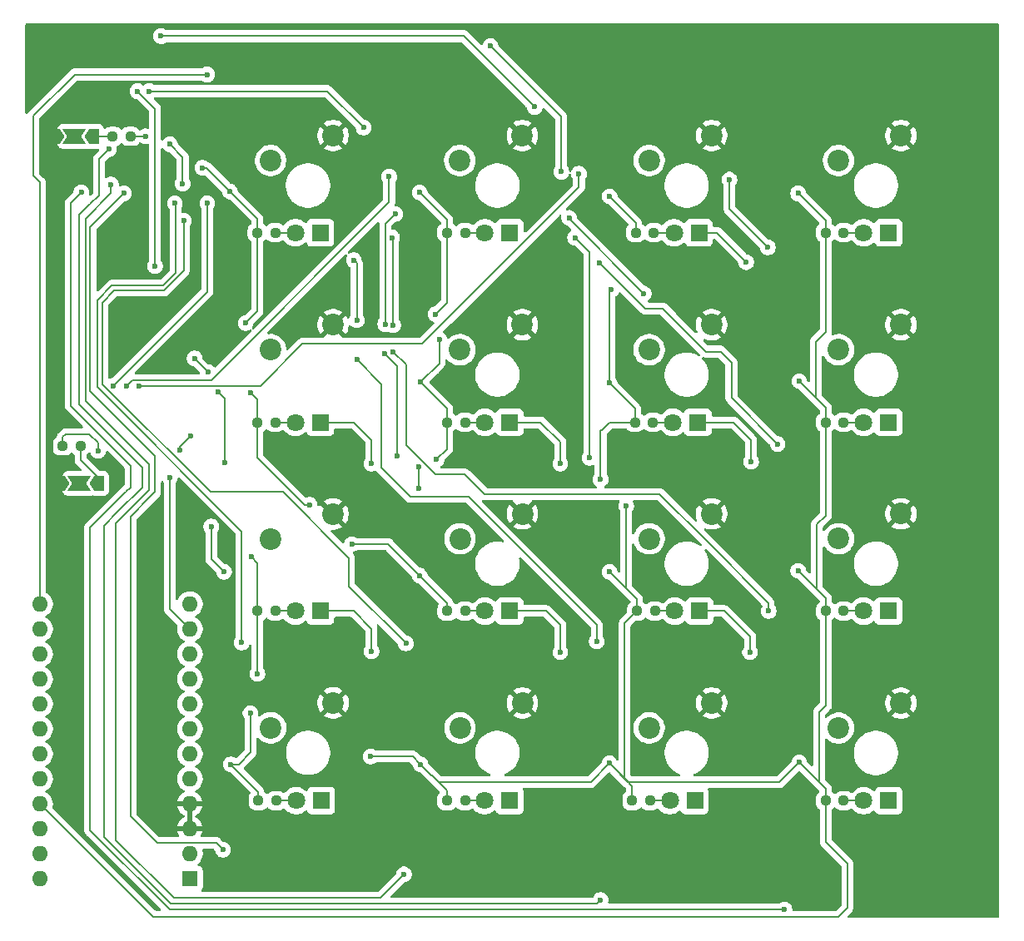
<source format=gbl>
G04 #@! TF.GenerationSoftware,KiCad,Pcbnew,9.0.0*
G04 #@! TF.CreationDate,2025-03-25T02:12:26-05:00*
G04 #@! TF.ProjectId,freeMacro_rev_1,66726565-4d61-4637-926f-5f7265765f31,rev?*
G04 #@! TF.SameCoordinates,Original*
G04 #@! TF.FileFunction,Copper,L2,Bot*
G04 #@! TF.FilePolarity,Positive*
%FSLAX46Y46*%
G04 Gerber Fmt 4.6, Leading zero omitted, Abs format (unit mm)*
G04 Created by KiCad (PCBNEW 9.0.0) date 2025-03-25 02:12:26*
%MOMM*%
%LPD*%
G01*
G04 APERTURE LIST*
G04 Aperture macros list*
%AMRoundRect*
0 Rectangle with rounded corners*
0 $1 Rounding radius*
0 $2 $3 $4 $5 $6 $7 $8 $9 X,Y pos of 4 corners*
0 Add a 4 corners polygon primitive as box body*
4,1,4,$2,$3,$4,$5,$6,$7,$8,$9,$2,$3,0*
0 Add four circle primitives for the rounded corners*
1,1,$1+$1,$2,$3*
1,1,$1+$1,$4,$5*
1,1,$1+$1,$6,$7*
1,1,$1+$1,$8,$9*
0 Add four rect primitives between the rounded corners*
20,1,$1+$1,$2,$3,$4,$5,0*
20,1,$1+$1,$4,$5,$6,$7,0*
20,1,$1+$1,$6,$7,$8,$9,0*
20,1,$1+$1,$8,$9,$2,$3,0*%
%AMFreePoly0*
4,1,6,1.000000,0.000000,0.500000,-0.750000,-0.500000,-0.750000,-0.500000,0.750000,0.500000,0.750000,1.000000,0.000000,1.000000,0.000000,$1*%
%AMFreePoly1*
4,1,7,0.700000,0.000000,1.200000,-0.750000,-1.200000,-0.750000,-0.700000,0.000000,-1.200000,0.750000,1.200000,0.750000,0.700000,0.000000,0.700000,0.000000,$1*%
G04 Aperture macros list end*
G04 #@! TA.AperFunction,ComponentPad*
%ADD10C,2.200000*%
G04 #@! TD*
G04 #@! TA.AperFunction,ComponentPad*
%ADD11R,1.800000X1.800000*%
G04 #@! TD*
G04 #@! TA.AperFunction,ComponentPad*
%ADD12C,1.800000*%
G04 #@! TD*
G04 #@! TA.AperFunction,ComponentPad*
%ADD13R,1.600000X1.600000*%
G04 #@! TD*
G04 #@! TA.AperFunction,ComponentPad*
%ADD14O,1.600000X1.600000*%
G04 #@! TD*
G04 #@! TA.AperFunction,SMDPad,CuDef*
%ADD15RoundRect,0.237500X-0.250000X-0.237500X0.250000X-0.237500X0.250000X0.237500X-0.250000X0.237500X0*%
G04 #@! TD*
G04 #@! TA.AperFunction,SMDPad,CuDef*
%ADD16FreePoly0,180.000000*%
G04 #@! TD*
G04 #@! TA.AperFunction,SMDPad,CuDef*
%ADD17FreePoly1,180.000000*%
G04 #@! TD*
G04 #@! TA.AperFunction,SMDPad,CuDef*
%ADD18FreePoly0,0.000000*%
G04 #@! TD*
G04 #@! TA.AperFunction,SMDPad,CuDef*
%ADD19RoundRect,0.237500X0.250000X0.237500X-0.250000X0.237500X-0.250000X-0.237500X0.250000X-0.237500X0*%
G04 #@! TD*
G04 #@! TA.AperFunction,ViaPad*
%ADD20C,0.600000*%
G04 #@! TD*
G04 #@! TA.AperFunction,Conductor*
%ADD21C,0.200000*%
G04 #@! TD*
G04 APERTURE END LIST*
D10*
X100790000Y-64920000D03*
X94440000Y-67460000D03*
X139290000Y-64920000D03*
X132940000Y-67460000D03*
D11*
X157300000Y-74800000D03*
D12*
X154760000Y-74800000D03*
D10*
X158540000Y-64920000D03*
X152190000Y-67460000D03*
D11*
X138000000Y-74800000D03*
D12*
X135460000Y-74800000D03*
D10*
X139290000Y-84170000D03*
X132940000Y-86710000D03*
X100800000Y-122650000D03*
X94450000Y-125190000D03*
D13*
X86240000Y-140540000D03*
D14*
X86240000Y-138000000D03*
X86240000Y-135460000D03*
X86240000Y-132920000D03*
X86240000Y-130380000D03*
X86240000Y-127840000D03*
X86240000Y-125300000D03*
X86240000Y-122760000D03*
X86240000Y-120220000D03*
X86240000Y-117680000D03*
X86240000Y-115140000D03*
X86240000Y-112600000D03*
X71000000Y-112600000D03*
X71000000Y-115140000D03*
X71000000Y-117680000D03*
X71000000Y-120220000D03*
X71000000Y-122760000D03*
X71000000Y-125300000D03*
X71000000Y-127840000D03*
X71000000Y-130380000D03*
X71000000Y-132920000D03*
X71000000Y-135460000D03*
X71000000Y-138000000D03*
X71000000Y-140540000D03*
D11*
X99500000Y-113300000D03*
D12*
X96960000Y-113300000D03*
D11*
X157300000Y-132600000D03*
D12*
X154760000Y-132600000D03*
D10*
X100790000Y-103420000D03*
X94440000Y-105960000D03*
D11*
X157300000Y-94100000D03*
D12*
X154760000Y-94100000D03*
D10*
X100790000Y-84170000D03*
X94440000Y-86710000D03*
X120040000Y-64920000D03*
X113690000Y-67460000D03*
X158540000Y-84170000D03*
X152190000Y-86710000D03*
D11*
X99500000Y-94100000D03*
D12*
X96960000Y-94100000D03*
D11*
X99500000Y-74800000D03*
D12*
X96960000Y-74800000D03*
D11*
X137900000Y-94100000D03*
D12*
X135360000Y-94100000D03*
D10*
X120050000Y-103410000D03*
X113700000Y-105950000D03*
X158550000Y-103400000D03*
X152200000Y-105940000D03*
X120050000Y-122660000D03*
X113700000Y-125200000D03*
D11*
X118775000Y-113300000D03*
D12*
X116235000Y-113300000D03*
D10*
X120040000Y-84170000D03*
X113690000Y-86710000D03*
X139290000Y-103410000D03*
X132940000Y-105950000D03*
D11*
X118775000Y-94100000D03*
D12*
X116235000Y-94100000D03*
D11*
X99575000Y-132600000D03*
D12*
X97035000Y-132600000D03*
D11*
X138075000Y-113300000D03*
D12*
X135535000Y-113300000D03*
D11*
X157275000Y-113300000D03*
D12*
X154735000Y-113300000D03*
D11*
X118740000Y-132600000D03*
D12*
X116200000Y-132600000D03*
D11*
X137575000Y-132600000D03*
D12*
X135035000Y-132600000D03*
D10*
X139300000Y-122660000D03*
X132950000Y-125200000D03*
D11*
X118775000Y-74800000D03*
D12*
X116235000Y-74800000D03*
D10*
X158540000Y-122670000D03*
X152190000Y-125210000D03*
D15*
X93087500Y-74800000D03*
X94912500Y-74800000D03*
X112387500Y-74800000D03*
X114212500Y-74800000D03*
X150900000Y-74800000D03*
X152725000Y-74800000D03*
X112387500Y-132600000D03*
X114212500Y-132600000D03*
X131587500Y-74800000D03*
X133412500Y-74800000D03*
X150900000Y-113300000D03*
X152725000Y-113300000D03*
X112387500Y-94100000D03*
X114212500Y-94100000D03*
X131500000Y-94100000D03*
X133325000Y-94100000D03*
X150900000Y-94100000D03*
X152725000Y-94100000D03*
X73287500Y-96500000D03*
X75112500Y-96500000D03*
D16*
X76475000Y-65000000D03*
D17*
X74475000Y-65000000D03*
D18*
X72475000Y-65000000D03*
D19*
X80200000Y-65000000D03*
X78375000Y-65000000D03*
D16*
X77000000Y-100300000D03*
D17*
X75000000Y-100300000D03*
D18*
X73000000Y-100300000D03*
D15*
X112400000Y-113300000D03*
X114225000Y-113300000D03*
X93187500Y-132600000D03*
X95012500Y-132600000D03*
X131687500Y-113300000D03*
X133512500Y-113300000D03*
X150900000Y-132600000D03*
X152725000Y-132600000D03*
X93100000Y-113300000D03*
X94925000Y-113300000D03*
X131200000Y-132600000D03*
X133025000Y-132600000D03*
X93100000Y-94100000D03*
X94925000Y-94100000D03*
D20*
X109100000Y-81300000D03*
X72000000Y-95500000D03*
X98700000Y-84000000D03*
X97300000Y-67000000D03*
X104600000Y-81300000D03*
X95200000Y-71600000D03*
X72700000Y-98700000D03*
X102200000Y-67400000D03*
X109700000Y-128900000D03*
X87500000Y-68200000D03*
X104600000Y-128100000D03*
X148100000Y-109200000D03*
X130600000Y-102600000D03*
X109700000Y-90000000D03*
X128900000Y-109300000D03*
X89700000Y-109300000D03*
X92400000Y-91100000D03*
X93100000Y-119700000D03*
X128900000Y-71100000D03*
X128900000Y-90100000D03*
X128000000Y-99900000D03*
X109600000Y-109700000D03*
X148200000Y-128700000D03*
X76900000Y-97000000D03*
X109500000Y-100800000D03*
X102700000Y-106500000D03*
X81700000Y-65000000D03*
X88400000Y-104700000D03*
X148200000Y-89900000D03*
X109600000Y-70700000D03*
X111300000Y-97900000D03*
X109500000Y-98600000D03*
X129100000Y-80600000D03*
X148100000Y-70800000D03*
X92400000Y-123700000D03*
X92500000Y-107800000D03*
X111200000Y-83100000D03*
X90400000Y-128900000D03*
X98400000Y-102500000D03*
X111600000Y-85700000D03*
X91900000Y-84000000D03*
X90300000Y-70600000D03*
X128900000Y-128800000D03*
X142800000Y-77800000D03*
X104700000Y-98300000D03*
X123900000Y-98300000D03*
X143300000Y-98100000D03*
X104700000Y-117400000D03*
X123900000Y-117500000D03*
X143200000Y-117500000D03*
X75000000Y-100300000D03*
X74437500Y-65037500D03*
X88000000Y-71800000D03*
X78400000Y-90400000D03*
X106500000Y-69100000D03*
X79800000Y-90400000D03*
X81100000Y-90400000D03*
X125800000Y-68800000D03*
X124800000Y-73300000D03*
X132400000Y-81000000D03*
X145000000Y-76300000D03*
X141100000Y-69400000D03*
X89100000Y-91000000D03*
X82700000Y-78200000D03*
X86700000Y-87600000D03*
X89800000Y-98200000D03*
X88100000Y-89000000D03*
X80900000Y-60400000D03*
X107100000Y-72900000D03*
X106000000Y-87100000D03*
X103900000Y-64100000D03*
X106100000Y-84100000D03*
X107300000Y-97500000D03*
X82100000Y-60400000D03*
X121300000Y-62000000D03*
X126900000Y-97700000D03*
X125400000Y-75300000D03*
X83300000Y-54800000D03*
X146000000Y-96300000D03*
X127900000Y-77900000D03*
X116800000Y-55800000D03*
X124000000Y-68600000D03*
X91500000Y-116500000D03*
X84700000Y-71800000D03*
X89600000Y-137600000D03*
X79500000Y-70800000D03*
X85600000Y-73600000D03*
X108200000Y-116600000D03*
X108000000Y-140100000D03*
X78200000Y-69900000D03*
X103200000Y-83700000D03*
X102900000Y-77600000D03*
X103200000Y-87700000D03*
X127600000Y-116400000D03*
X128000000Y-142700000D03*
X78000000Y-66300000D03*
X106800000Y-75300000D03*
X85500000Y-69800000D03*
X106900000Y-84200000D03*
X106900000Y-86900000D03*
X84200000Y-65800000D03*
X145100000Y-113300000D03*
X75200000Y-70700000D03*
X146700000Y-143700000D03*
X84200000Y-99700000D03*
X85200000Y-96900000D03*
X86300000Y-95500000D03*
X88000000Y-58700000D03*
D21*
X150000000Y-111100000D02*
X150750000Y-111850000D01*
X81700000Y-65000000D02*
X80200000Y-65000000D01*
X112400000Y-112500000D02*
X109600000Y-109700000D01*
X150750000Y-111850000D02*
X148100000Y-109200000D01*
X93187500Y-132600000D02*
X93187500Y-131687500D01*
X150700000Y-131200000D02*
X148200000Y-128700000D01*
X73300000Y-95800000D02*
X73287500Y-95812500D01*
X93100000Y-113300000D02*
X93100000Y-108400000D01*
X150900000Y-84900000D02*
X149900000Y-85900000D01*
X128900000Y-128800000D02*
X130800000Y-130700000D01*
X150900000Y-74800000D02*
X150900000Y-84900000D01*
X109500000Y-98600000D02*
X109500000Y-100800000D01*
X111200000Y-83100000D02*
X112387500Y-81912500D01*
X112387500Y-92687500D02*
X109700000Y-90000000D01*
X149900000Y-91600000D02*
X150600000Y-92300000D01*
X93087500Y-82812500D02*
X91900000Y-84000000D01*
X108900000Y-128100000D02*
X109700000Y-128900000D01*
X87900000Y-68200000D02*
X87500000Y-68200000D01*
X130600000Y-111000000D02*
X130600000Y-102600000D01*
X73600000Y-95300000D02*
X73300000Y-95600000D01*
X130450000Y-114537500D02*
X131687500Y-113300000D01*
X127000000Y-130700000D02*
X128900000Y-128800000D01*
X109700000Y-90000000D02*
X111600000Y-88100000D01*
X150200000Y-130700000D02*
X150700000Y-131200000D01*
X112387500Y-131587500D02*
X109700000Y-128900000D01*
X153100000Y-143500000D02*
X153100000Y-139000000D01*
X128900000Y-94100000D02*
X131500000Y-94100000D01*
X112387500Y-96812500D02*
X111300000Y-97900000D01*
X130500000Y-130400000D02*
X130450000Y-130350000D01*
X152200000Y-144400000D02*
X153100000Y-143500000D01*
X130500000Y-130400000D02*
X128900000Y-128800000D01*
X76900000Y-96200000D02*
X76000000Y-95300000D01*
X130650000Y-111050000D02*
X130600000Y-111000000D01*
X93100000Y-97700000D02*
X97100000Y-101700000D01*
X93100000Y-94100000D02*
X93100000Y-97700000D01*
X112387500Y-73487500D02*
X109600000Y-70700000D01*
X71000000Y-132920000D02*
X82480000Y-144400000D01*
X150900000Y-132600000D02*
X150900000Y-131400000D01*
X128000000Y-94900000D02*
X128100000Y-94900000D01*
X131687500Y-113300000D02*
X131687500Y-112087500D01*
X131200000Y-132600000D02*
X131200000Y-131100000D01*
X109600000Y-109700000D02*
X106400000Y-106500000D01*
X150900000Y-136800000D02*
X150900000Y-132600000D01*
X150900000Y-113300000D02*
X150900000Y-122900000D01*
X104600000Y-128100000D02*
X108900000Y-128100000D01*
X90300000Y-70600000D02*
X87900000Y-68200000D01*
X93087500Y-74800000D02*
X93087500Y-73387500D01*
X130450000Y-130350000D02*
X130450000Y-114537500D01*
X131587500Y-73787500D02*
X128900000Y-71100000D01*
X92400000Y-127700000D02*
X91200000Y-128900000D01*
X112387500Y-132600000D02*
X112387500Y-131587500D01*
X88400000Y-108000000D02*
X89700000Y-109300000D01*
X153100000Y-139000000D02*
X150900000Y-136800000D01*
X106400000Y-106500000D02*
X102700000Y-106500000D01*
X150900000Y-94100000D02*
X150900000Y-92600000D01*
X82480000Y-144400000D02*
X152200000Y-144400000D01*
X150900000Y-94100000D02*
X150900000Y-103600000D01*
X109700000Y-128900000D02*
X111500000Y-130700000D01*
X93100000Y-108400000D02*
X92500000Y-107800000D01*
X131587500Y-74800000D02*
X131587500Y-73787500D01*
X88400000Y-104700000D02*
X88400000Y-108000000D01*
X130800000Y-130700000D02*
X146200000Y-130700000D01*
X92400000Y-123700000D02*
X92400000Y-127700000D01*
X93100000Y-94100000D02*
X93100000Y-91800000D01*
X112387500Y-94100000D02*
X112387500Y-96812500D01*
X150900000Y-131400000D02*
X150700000Y-131200000D01*
X150900000Y-112000000D02*
X150750000Y-111850000D01*
X150900000Y-113300000D02*
X150900000Y-112000000D01*
X93187500Y-131687500D02*
X90400000Y-128900000D01*
X150900000Y-92600000D02*
X150600000Y-92300000D01*
X150600000Y-92300000D02*
X148200000Y-89900000D01*
X97100000Y-101700000D02*
X97900000Y-102500000D01*
X112400000Y-113300000D02*
X112400000Y-112500000D01*
X76000000Y-95300000D02*
X73600000Y-95300000D01*
X128900000Y-90100000D02*
X128900000Y-80800000D01*
X97900000Y-102500000D02*
X98400000Y-102500000D01*
X93100000Y-113300000D02*
X93100000Y-119700000D01*
X131200000Y-131100000D02*
X130500000Y-130400000D01*
X111500000Y-130700000D02*
X127000000Y-130700000D01*
X150900000Y-103600000D02*
X150000000Y-104500000D01*
X91200000Y-128900000D02*
X90400000Y-128900000D01*
X93087500Y-74800000D02*
X93087500Y-74787500D01*
X93087500Y-73387500D02*
X90300000Y-70600000D01*
X73300000Y-95600000D02*
X73300000Y-95800000D01*
X93087500Y-74787500D02*
X93087500Y-82812500D01*
X93100000Y-91800000D02*
X92400000Y-91100000D01*
X131500000Y-92700000D02*
X128900000Y-90100000D01*
X131500000Y-94100000D02*
X131500000Y-92700000D01*
X130650000Y-111050000D02*
X128900000Y-109300000D01*
X128100000Y-94900000D02*
X128900000Y-94100000D01*
X73287500Y-95812500D02*
X73287500Y-96500000D01*
X150200000Y-123600000D02*
X150200000Y-130700000D01*
X150900000Y-74800000D02*
X150900000Y-73600000D01*
X111600000Y-88100000D02*
X111600000Y-85700000D01*
X149900000Y-85900000D02*
X149900000Y-91600000D01*
X150900000Y-122900000D02*
X150200000Y-123600000D01*
X112387500Y-74800000D02*
X112387500Y-73487500D01*
X112387500Y-81912500D02*
X112387500Y-74800000D01*
X128900000Y-80800000D02*
X129100000Y-80600000D01*
X112387500Y-94100000D02*
X112387500Y-92687500D01*
X150000000Y-104500000D02*
X150000000Y-111100000D01*
X128000000Y-99900000D02*
X128000000Y-94900000D01*
X131687500Y-112087500D02*
X130650000Y-111050000D01*
X146200000Y-130700000D02*
X148200000Y-128700000D01*
X150900000Y-73600000D02*
X148100000Y-70800000D01*
X76900000Y-97000000D02*
X76900000Y-96200000D01*
X94912500Y-74800000D02*
X96960000Y-74800000D01*
X114212500Y-74800000D02*
X116235000Y-74800000D01*
X139800000Y-74800000D02*
X138000000Y-74800000D01*
X142800000Y-77800000D02*
X139800000Y-74800000D01*
X133412500Y-74800000D02*
X135460000Y-74800000D01*
X152725000Y-74800000D02*
X154760000Y-74800000D01*
X102900000Y-94100000D02*
X99500000Y-94100000D01*
X104700000Y-95900000D02*
X102900000Y-94100000D01*
X104700000Y-98300000D02*
X104700000Y-95900000D01*
X94925000Y-94100000D02*
X96960000Y-94100000D01*
X114212500Y-94100000D02*
X116235000Y-94100000D01*
X123900000Y-98300000D02*
X123900000Y-96100000D01*
X121900000Y-94100000D02*
X118775000Y-94100000D01*
X123900000Y-96100000D02*
X121900000Y-94100000D01*
X133325000Y-94100000D02*
X135360000Y-94100000D01*
X143300000Y-98100000D02*
X143300000Y-95900000D01*
X143300000Y-95900000D02*
X141500000Y-94100000D01*
X141500000Y-94100000D02*
X137900000Y-94100000D01*
X152725000Y-94100000D02*
X154760000Y-94100000D01*
X104700000Y-117400000D02*
X104700000Y-115100000D01*
X102900000Y-113300000D02*
X99500000Y-113300000D01*
X104700000Y-115100000D02*
X102900000Y-113300000D01*
X94925000Y-113300000D02*
X96960000Y-113300000D01*
X95012500Y-132600000D02*
X97035000Y-132600000D01*
X123900000Y-114700000D02*
X122500000Y-113300000D01*
X123900000Y-117500000D02*
X123900000Y-114700000D01*
X122500000Y-113300000D02*
X118775000Y-113300000D01*
X114225000Y-113300000D02*
X116235000Y-113300000D01*
X114212500Y-132600000D02*
X116200000Y-132600000D01*
X133512500Y-113300000D02*
X135535000Y-113300000D01*
X143200000Y-117500000D02*
X143200000Y-115900000D01*
X143200000Y-115900000D02*
X140600000Y-113300000D01*
X140600000Y-113300000D02*
X138075000Y-113300000D01*
X133025000Y-132600000D02*
X135035000Y-132600000D01*
X152725000Y-113300000D02*
X154735000Y-113300000D01*
X152725000Y-132600000D02*
X154760000Y-132600000D01*
X75112500Y-97912500D02*
X77000000Y-99800000D01*
X77000000Y-99800000D02*
X77000000Y-100300000D01*
X75112500Y-96500000D02*
X75112500Y-97912500D01*
X78375000Y-65000000D02*
X76475000Y-65000000D01*
X88000000Y-80800000D02*
X88000000Y-71800000D01*
X78400000Y-90400000D02*
X88000000Y-80800000D01*
X79800000Y-90400000D02*
X80400000Y-89800000D01*
X88400000Y-89800000D02*
X106300000Y-71900000D01*
X80400000Y-89800000D02*
X88400000Y-89800000D01*
X106500000Y-71700000D02*
X106500000Y-69100000D01*
X106300000Y-71900000D02*
X106500000Y-71700000D01*
X93400000Y-90400000D02*
X97669899Y-86130101D01*
X109844899Y-86130101D02*
X125800000Y-70175000D01*
X97669899Y-86130101D02*
X109844899Y-86130101D01*
X81100000Y-90400000D02*
X93400000Y-90400000D01*
X125800000Y-70175000D02*
X125800000Y-68800000D01*
X124800000Y-73400000D02*
X124800000Y-73300000D01*
X132400000Y-81000000D02*
X124800000Y-73400000D01*
X141100000Y-72400000D02*
X141100000Y-69400000D01*
X145000000Y-76300000D02*
X141100000Y-72400000D01*
X89800000Y-91700000D02*
X89100000Y-91000000D01*
X89800000Y-98200000D02*
X89800000Y-91700000D01*
X82700000Y-78200000D02*
X82700000Y-62200000D01*
X82700000Y-62200000D02*
X80900000Y-60400000D01*
X88100000Y-89000000D02*
X86700000Y-87600000D01*
X107300000Y-97500000D02*
X107300000Y-88400000D01*
X106100000Y-73900000D02*
X107100000Y-72900000D01*
X100200000Y-60400000D02*
X82100000Y-60400000D01*
X103900000Y-64100000D02*
X100200000Y-60400000D01*
X107300000Y-88400000D02*
X106000000Y-87100000D01*
X106100000Y-84100000D02*
X106100000Y-73900000D01*
X126900000Y-76800000D02*
X125400000Y-75300000D01*
X121300000Y-62000000D02*
X114100000Y-54800000D01*
X114100000Y-54800000D02*
X83300000Y-54800000D01*
X126900000Y-97700000D02*
X126900000Y-76800000D01*
X134300000Y-82500000D02*
X132500000Y-82500000D01*
X138700000Y-86900000D02*
X134300000Y-82500000D01*
X124000000Y-63000000D02*
X116800000Y-55800000D01*
X140200000Y-86900000D02*
X138700000Y-86900000D01*
X146000000Y-96300000D02*
X141300000Y-91600000D01*
X124000000Y-68600000D02*
X124000000Y-63000000D01*
X141300000Y-91600000D02*
X141300000Y-88000000D01*
X141300000Y-88000000D02*
X140200000Y-86900000D01*
X132500000Y-82500000D02*
X127900000Y-77900000D01*
X91500000Y-116500000D02*
X91500000Y-105200000D01*
X91500000Y-105200000D02*
X76800000Y-90500000D01*
X84800000Y-71900000D02*
X84700000Y-71800000D01*
X76800000Y-90500000D02*
X76800000Y-81700000D01*
X78300000Y-80200000D02*
X83500000Y-80200000D01*
X76800000Y-81700000D02*
X78300000Y-80200000D01*
X83500000Y-80200000D02*
X84800000Y-78900000D01*
X84800000Y-78900000D02*
X84800000Y-71900000D01*
X80200000Y-134200000D02*
X80200000Y-103700000D01*
X76100000Y-86700000D02*
X76100000Y-74200000D01*
X88900000Y-136900000D02*
X82900000Y-136900000D01*
X82700000Y-101200000D02*
X82700000Y-97500000D01*
X82900000Y-136900000D02*
X80200000Y-134200000D01*
X82700000Y-97500000D02*
X76100000Y-90900000D01*
X76100000Y-90900000D02*
X76100000Y-86700000D01*
X82200000Y-101700000D02*
X82700000Y-101200000D01*
X76100000Y-74200000D02*
X79500000Y-70800000D01*
X80200000Y-103700000D02*
X82200000Y-101700000D01*
X89600000Y-137600000D02*
X88900000Y-136900000D01*
X108200000Y-116600000D02*
X102400000Y-110800000D01*
X88300000Y-101200000D02*
X77300000Y-90200000D01*
X88900000Y-101200000D02*
X88300000Y-101200000D01*
X95700000Y-101200000D02*
X88900000Y-101200000D01*
X78500000Y-80700000D02*
X83565685Y-80700000D01*
X77300000Y-81900000D02*
X78500000Y-80700000D01*
X102400000Y-107900000D02*
X95700000Y-101200000D01*
X77300000Y-90200000D02*
X77300000Y-81900000D01*
X102400000Y-110800000D02*
X102400000Y-107900000D01*
X85600000Y-78665685D02*
X85600000Y-73600000D01*
X83565685Y-80700000D02*
X85600000Y-78665685D01*
X78700000Y-104400000D02*
X82100000Y-101000000D01*
X82100000Y-101000000D02*
X82100000Y-98400000D01*
X75600000Y-73400000D02*
X78200000Y-70800000D01*
X105600000Y-142500000D02*
X84600000Y-142500000D01*
X108000000Y-140100000D02*
X105600000Y-142500000D01*
X82100000Y-98400000D02*
X75600000Y-91900000D01*
X75600000Y-91900000D02*
X75600000Y-73400000D01*
X78700000Y-136600000D02*
X78700000Y-104400000D01*
X84600000Y-142500000D02*
X78700000Y-136600000D01*
X78200000Y-70800000D02*
X78200000Y-69900000D01*
X103200000Y-77900000D02*
X102900000Y-77600000D01*
X116800000Y-103900000D02*
X114600000Y-101700000D01*
X103200000Y-83700000D02*
X103200000Y-77900000D01*
X105700000Y-98700000D02*
X105700000Y-95900000D01*
X114600000Y-101700000D02*
X108700000Y-101700000D01*
X127600000Y-116400000D02*
X127600000Y-114700000D01*
X105700000Y-90200000D02*
X103200000Y-87700000D01*
X105700000Y-95900000D02*
X105700000Y-90200000D01*
X127600000Y-114700000D02*
X116800000Y-103900000D01*
X108700000Y-101700000D02*
X105700000Y-98700000D01*
X77000000Y-71000000D02*
X77000000Y-68200000D01*
X75000000Y-92300000D02*
X75000000Y-91800000D01*
X127600000Y-143100000D02*
X84300000Y-143100000D01*
X77500000Y-104600000D02*
X78900000Y-103200000D01*
X77000000Y-67300000D02*
X78000000Y-66300000D01*
X77500000Y-136300000D02*
X77500000Y-104600000D01*
X77000000Y-68200000D02*
X77000000Y-67300000D01*
X81400000Y-98700000D02*
X75000000Y-92300000D01*
X81400000Y-100700000D02*
X81400000Y-98700000D01*
X75000000Y-73000000D02*
X76100000Y-71900000D01*
X76100000Y-71900000D02*
X77000000Y-71000000D01*
X84300000Y-143100000D02*
X77500000Y-136300000D01*
X75000000Y-91800000D02*
X75000000Y-73000000D01*
X128000000Y-142700000D02*
X127600000Y-143100000D01*
X78900000Y-103200000D02*
X81400000Y-100700000D01*
X106900000Y-75400000D02*
X106800000Y-75300000D01*
X145100000Y-113300000D02*
X145100000Y-112500000D01*
X108200000Y-96400000D02*
X108200000Y-89100000D01*
X114200000Y-99400000D02*
X111200000Y-99400000D01*
X116200000Y-101400000D02*
X114200000Y-99400000D01*
X108200000Y-89100000D02*
X108200000Y-88200000D01*
X106900000Y-84200000D02*
X106900000Y-75400000D01*
X108200000Y-88200000D02*
X106900000Y-86900000D01*
X145100000Y-112500000D02*
X138700000Y-106100000D01*
X134000000Y-101400000D02*
X116200000Y-101400000D01*
X85500000Y-67100000D02*
X84200000Y-65800000D01*
X111200000Y-99400000D02*
X108200000Y-96400000D01*
X85500000Y-69800000D02*
X85500000Y-67100000D01*
X138700000Y-106100000D02*
X134000000Y-101400000D01*
X80200000Y-98500000D02*
X74100000Y-92400000D01*
X80200000Y-100700000D02*
X80200000Y-99500000D01*
X74100000Y-92400000D02*
X74100000Y-71800000D01*
X74100000Y-71800000D02*
X75200000Y-70700000D01*
X76100000Y-106000000D02*
X76100000Y-104800000D01*
X84200000Y-143700000D02*
X76100000Y-135600000D01*
X146700000Y-143700000D02*
X143300000Y-143700000D01*
X79700000Y-101200000D02*
X80200000Y-100700000D01*
X76100000Y-135600000D02*
X76100000Y-106000000D01*
X76100000Y-104800000D02*
X79700000Y-101200000D01*
X143300000Y-143700000D02*
X84200000Y-143700000D01*
X80200000Y-99500000D02*
X80200000Y-98500000D01*
X85200000Y-96900000D02*
X85200000Y-96600000D01*
X86240000Y-115140000D02*
X84200000Y-113100000D01*
X84200000Y-113100000D02*
X84200000Y-99700000D01*
X85200000Y-96600000D02*
X86300000Y-95500000D01*
X71000000Y-112600000D02*
X71000000Y-69700000D01*
X71000000Y-69700000D02*
X70300000Y-69000000D01*
X70300000Y-62900000D02*
X74500000Y-58700000D01*
X74500000Y-58700000D02*
X88000000Y-58700000D01*
X70300000Y-69000000D02*
X70300000Y-62900000D01*
G04 #@! TA.AperFunction,Conductor*
G36*
X168442539Y-53520185D02*
G01*
X168488294Y-53572989D01*
X168499500Y-53624500D01*
X168499500Y-144375500D01*
X168479815Y-144442539D01*
X168427011Y-144488294D01*
X168375500Y-144499500D01*
X153249097Y-144499500D01*
X153182058Y-144479815D01*
X153136303Y-144427011D01*
X153126359Y-144357853D01*
X153155384Y-144294297D01*
X153161407Y-144287827D01*
X153458509Y-143990724D01*
X153458514Y-143990721D01*
X153468714Y-143980520D01*
X153468716Y-143980520D01*
X153580520Y-143868716D01*
X153598624Y-143837357D01*
X153632408Y-143778843D01*
X153659575Y-143731788D01*
X153659577Y-143731785D01*
X153700500Y-143579058D01*
X153700500Y-143420943D01*
X153700500Y-139089059D01*
X153700501Y-139089046D01*
X153700501Y-138920945D01*
X153700501Y-138920943D01*
X153659577Y-138768215D01*
X153609575Y-138681610D01*
X153580520Y-138631284D01*
X153468716Y-138519480D01*
X153468715Y-138519479D01*
X153464385Y-138515149D01*
X153464374Y-138515139D01*
X151536819Y-136587584D01*
X151503334Y-136526261D01*
X151500500Y-136499903D01*
X151500500Y-133557610D01*
X151520185Y-133490571D01*
X151543111Y-133464059D01*
X151550763Y-133457401D01*
X151610850Y-133420340D01*
X151727865Y-133303324D01*
X151731111Y-133300501D01*
X151759110Y-133287646D01*
X151786142Y-133272886D01*
X151790571Y-133273202D01*
X151794609Y-133271349D01*
X151825107Y-133275672D01*
X151855834Y-133277870D01*
X151860143Y-133280639D01*
X151863787Y-133281156D01*
X151872071Y-133288305D01*
X151900181Y-133306371D01*
X152014150Y-133420340D01*
X152160984Y-133510908D01*
X152324747Y-133565174D01*
X152425823Y-133575500D01*
X153024176Y-133575499D01*
X153024184Y-133575498D01*
X153024187Y-133575498D01*
X153079530Y-133569844D01*
X153125253Y-133565174D01*
X153289016Y-133510908D01*
X153435850Y-133420340D01*
X153442681Y-133413508D01*
X153504001Y-133380023D01*
X153573693Y-133385004D01*
X153629628Y-133426873D01*
X153630682Y-133428302D01*
X153691756Y-133512363D01*
X153847636Y-133668243D01*
X153847641Y-133668247D01*
X153949606Y-133742328D01*
X154025978Y-133797815D01*
X154154375Y-133863237D01*
X154222393Y-133897895D01*
X154222396Y-133897896D01*
X154265716Y-133911971D01*
X154432049Y-133966015D01*
X154649778Y-134000500D01*
X154649779Y-134000500D01*
X154870221Y-134000500D01*
X154870222Y-134000500D01*
X155087951Y-133966015D01*
X155297606Y-133897895D01*
X155494022Y-133797815D01*
X155672365Y-133668242D01*
X155722536Y-133618070D01*
X155783857Y-133584586D01*
X155853548Y-133589570D01*
X155909482Y-133631441D01*
X155926398Y-133662419D01*
X155956202Y-133742328D01*
X155956206Y-133742335D01*
X156042452Y-133857544D01*
X156042455Y-133857547D01*
X156157664Y-133943793D01*
X156157671Y-133943797D01*
X156292517Y-133994091D01*
X156292516Y-133994091D01*
X156299444Y-133994835D01*
X156352127Y-134000500D01*
X158247872Y-134000499D01*
X158307483Y-133994091D01*
X158442331Y-133943796D01*
X158557546Y-133857546D01*
X158643796Y-133742331D01*
X158694091Y-133607483D01*
X158700500Y-133547873D01*
X158700499Y-131652128D01*
X158694091Y-131592517D01*
X158692320Y-131587770D01*
X158643797Y-131457671D01*
X158643793Y-131457664D01*
X158557547Y-131342455D01*
X158557544Y-131342452D01*
X158442335Y-131256206D01*
X158442328Y-131256202D01*
X158307482Y-131205908D01*
X158307483Y-131205908D01*
X158247883Y-131199501D01*
X158247881Y-131199500D01*
X158247873Y-131199500D01*
X158247864Y-131199500D01*
X156352129Y-131199500D01*
X156352123Y-131199501D01*
X156292516Y-131205908D01*
X156157671Y-131256202D01*
X156157664Y-131256206D01*
X156042455Y-131342452D01*
X156042452Y-131342455D01*
X155956206Y-131457664D01*
X155956203Y-131457669D01*
X155926398Y-131537581D01*
X155884526Y-131593514D01*
X155819062Y-131617931D01*
X155750789Y-131603079D01*
X155722535Y-131581928D01*
X155672363Y-131531756D01*
X155672358Y-131531752D01*
X155494025Y-131402187D01*
X155494024Y-131402186D01*
X155494022Y-131402185D01*
X155406247Y-131357461D01*
X155297606Y-131302104D01*
X155297603Y-131302103D01*
X155087952Y-131233985D01*
X154979086Y-131216742D01*
X154870222Y-131199500D01*
X154649778Y-131199500D01*
X154577201Y-131210995D01*
X154432047Y-131233985D01*
X154222396Y-131302103D01*
X154222393Y-131302104D01*
X154025974Y-131402187D01*
X153847641Y-131531752D01*
X153847636Y-131531756D01*
X153691756Y-131687636D01*
X153630682Y-131771698D01*
X153575352Y-131814363D01*
X153505738Y-131820342D01*
X153443944Y-131787736D01*
X153442683Y-131786493D01*
X153435851Y-131779661D01*
X153435850Y-131779660D01*
X153321984Y-131709427D01*
X153289018Y-131689093D01*
X153289013Y-131689091D01*
X153263087Y-131680500D01*
X153125253Y-131634826D01*
X153125251Y-131634825D01*
X153024178Y-131624500D01*
X152425830Y-131624500D01*
X152425812Y-131624501D01*
X152324747Y-131634825D01*
X152160984Y-131689092D01*
X152160981Y-131689093D01*
X152014148Y-131779661D01*
X151900181Y-131893629D01*
X151896062Y-131895877D01*
X151893516Y-131899823D01*
X151865679Y-131912468D01*
X151838858Y-131927114D01*
X151834176Y-131926779D01*
X151829902Y-131928721D01*
X151799657Y-131924310D01*
X151769166Y-131922130D01*
X151764118Y-131919128D01*
X151760764Y-131918639D01*
X151745870Y-131908276D01*
X151731111Y-131899499D01*
X151727864Y-131896674D01*
X151610850Y-131779660D01*
X151550768Y-131742601D01*
X151543111Y-131735939D01*
X151529529Y-131714713D01*
X151512678Y-131695978D01*
X151509999Y-131684191D01*
X151505453Y-131677086D01*
X151505478Y-131664296D01*
X151500500Y-131642388D01*
X151500500Y-131489060D01*
X151500501Y-131489047D01*
X151500501Y-131320944D01*
X151500298Y-131320185D01*
X151459577Y-131168216D01*
X151459573Y-131168209D01*
X151380524Y-131031290D01*
X151380518Y-131031282D01*
X151197961Y-130848726D01*
X151197959Y-130848723D01*
X150836819Y-130487583D01*
X150803334Y-130426260D01*
X150800500Y-130399902D01*
X150800500Y-127602486D01*
X153749500Y-127602486D01*
X153749500Y-127897513D01*
X153766978Y-128030263D01*
X153788007Y-128189993D01*
X153862099Y-128466510D01*
X153864361Y-128474951D01*
X153864364Y-128474961D01*
X153977254Y-128747500D01*
X153977258Y-128747510D01*
X154124761Y-129002993D01*
X154304352Y-129237040D01*
X154304358Y-129237047D01*
X154512952Y-129445641D01*
X154512959Y-129445647D01*
X154747006Y-129625238D01*
X155002489Y-129772741D01*
X155002490Y-129772741D01*
X155002493Y-129772743D01*
X155213296Y-129860060D01*
X155263319Y-129880781D01*
X155275048Y-129885639D01*
X155560007Y-129961993D01*
X155852494Y-130000500D01*
X155852501Y-130000500D01*
X156147499Y-130000500D01*
X156147506Y-130000500D01*
X156439993Y-129961993D01*
X156724952Y-129885639D01*
X156997507Y-129772743D01*
X157252994Y-129625238D01*
X157487042Y-129445646D01*
X157695646Y-129237042D01*
X157875238Y-129002994D01*
X158022743Y-128747507D01*
X158135639Y-128474952D01*
X158211993Y-128189993D01*
X158250500Y-127897506D01*
X158250500Y-127602494D01*
X158211993Y-127310007D01*
X158135639Y-127025048D01*
X158022743Y-126752493D01*
X158021932Y-126751089D01*
X157875238Y-126497006D01*
X157695647Y-126262959D01*
X157695641Y-126262952D01*
X157487047Y-126054358D01*
X157487040Y-126054352D01*
X157252993Y-125874761D01*
X156997510Y-125727258D01*
X156997500Y-125727254D01*
X156724961Y-125614364D01*
X156724954Y-125614362D01*
X156724952Y-125614361D01*
X156439993Y-125538007D01*
X156391113Y-125531571D01*
X156147513Y-125499500D01*
X156147506Y-125499500D01*
X155852494Y-125499500D01*
X155852486Y-125499500D01*
X155574085Y-125536153D01*
X155560007Y-125538007D01*
X155340807Y-125596741D01*
X155275048Y-125614361D01*
X155275038Y-125614364D01*
X155002499Y-125727254D01*
X155002489Y-125727258D01*
X154747006Y-125874761D01*
X154512959Y-126054352D01*
X154512952Y-126054358D01*
X154304358Y-126262952D01*
X154304352Y-126262959D01*
X154124761Y-126497006D01*
X153977258Y-126752489D01*
X153977254Y-126752499D01*
X153864364Y-127025038D01*
X153864361Y-127025048D01*
X153790685Y-127300015D01*
X153788008Y-127310004D01*
X153788006Y-127310015D01*
X153749500Y-127602486D01*
X150800500Y-127602486D01*
X150800500Y-126383311D01*
X150820185Y-126316272D01*
X150872989Y-126270517D01*
X150942147Y-126260573D01*
X151005703Y-126289598D01*
X151012181Y-126295630D01*
X151147345Y-126430794D01*
X151147350Y-126430798D01*
X151323623Y-126558867D01*
X151351155Y-126578870D01*
X151494184Y-126651747D01*
X151575616Y-126693239D01*
X151575618Y-126693239D01*
X151575621Y-126693241D01*
X151815215Y-126771090D01*
X152064038Y-126810500D01*
X152064039Y-126810500D01*
X152315961Y-126810500D01*
X152315962Y-126810500D01*
X152564785Y-126771090D01*
X152804379Y-126693241D01*
X153028845Y-126578870D01*
X153232656Y-126430793D01*
X153410793Y-126252656D01*
X153558870Y-126048845D01*
X153673241Y-125824379D01*
X153751090Y-125584785D01*
X153790500Y-125335962D01*
X153790500Y-125084038D01*
X153751090Y-124835215D01*
X153673241Y-124595621D01*
X153673239Y-124595618D01*
X153673239Y-124595616D01*
X153600460Y-124452781D01*
X153558870Y-124371155D01*
X153513006Y-124308028D01*
X153410798Y-124167350D01*
X153410794Y-124167345D01*
X153232654Y-123989205D01*
X153232649Y-123989201D01*
X153028848Y-123841132D01*
X153028847Y-123841131D01*
X153028845Y-123841130D01*
X152906598Y-123778842D01*
X152804383Y-123726760D01*
X152564785Y-123648910D01*
X152501648Y-123638910D01*
X152315962Y-123609500D01*
X152064038Y-123609500D01*
X151990452Y-123621155D01*
X151815214Y-123648910D01*
X151575616Y-123726760D01*
X151351151Y-123841132D01*
X151147350Y-123989201D01*
X151147345Y-123989205D01*
X151012181Y-124124370D01*
X150992744Y-124134982D01*
X150976011Y-124149483D01*
X150962679Y-124151399D01*
X150950858Y-124157855D01*
X150928771Y-124156275D01*
X150906853Y-124159427D01*
X150894601Y-124153831D01*
X150881166Y-124152871D01*
X150863439Y-124139600D01*
X150843297Y-124130402D01*
X150836014Y-124119070D01*
X150825233Y-124110999D01*
X150817495Y-124090253D01*
X150805523Y-124071624D01*
X150802371Y-124049705D01*
X150800816Y-124045535D01*
X150800500Y-124036689D01*
X150800500Y-123900096D01*
X150820185Y-123833057D01*
X150836815Y-123812419D01*
X151258506Y-123390727D01*
X151258511Y-123390724D01*
X151268714Y-123380520D01*
X151268716Y-123380520D01*
X151380520Y-123268716D01*
X151459577Y-123131784D01*
X151495022Y-122999500D01*
X151500500Y-122979058D01*
X151500500Y-122820943D01*
X151500500Y-122544071D01*
X156940000Y-122544071D01*
X156940000Y-122795928D01*
X156979397Y-123044669D01*
X157057219Y-123284184D01*
X157171557Y-123508583D01*
X157245748Y-123610697D01*
X157245748Y-123610698D01*
X157862421Y-122994024D01*
X157875359Y-123025258D01*
X157957437Y-123148097D01*
X158061903Y-123252563D01*
X158184742Y-123334641D01*
X158215974Y-123347577D01*
X157599300Y-123964250D01*
X157701416Y-124038442D01*
X157925815Y-124152780D01*
X158165330Y-124230602D01*
X158414072Y-124270000D01*
X158665928Y-124270000D01*
X158914669Y-124230602D01*
X159154184Y-124152780D01*
X159378575Y-124038446D01*
X159378581Y-124038442D01*
X159480697Y-123964250D01*
X159480698Y-123964250D01*
X158864025Y-123347578D01*
X158895258Y-123334641D01*
X159018097Y-123252563D01*
X159122563Y-123148097D01*
X159204641Y-123025258D01*
X159217578Y-122994025D01*
X159834250Y-123610698D01*
X159834250Y-123610697D01*
X159908442Y-123508581D01*
X159908446Y-123508575D01*
X160022780Y-123284184D01*
X160100602Y-123044669D01*
X160140000Y-122795928D01*
X160140000Y-122544071D01*
X160100602Y-122295330D01*
X160022780Y-122055815D01*
X159908442Y-121831416D01*
X159834250Y-121729301D01*
X159834250Y-121729300D01*
X159217577Y-122345973D01*
X159204641Y-122314742D01*
X159122563Y-122191903D01*
X159018097Y-122087437D01*
X158895258Y-122005359D01*
X158864024Y-121992421D01*
X159480698Y-121375748D01*
X159378583Y-121301557D01*
X159154184Y-121187219D01*
X158914669Y-121109397D01*
X158665928Y-121070000D01*
X158414072Y-121070000D01*
X158165330Y-121109397D01*
X157925815Y-121187219D01*
X157701413Y-121301559D01*
X157599301Y-121375747D01*
X157599300Y-121375748D01*
X158215974Y-121992421D01*
X158184742Y-122005359D01*
X158061903Y-122087437D01*
X157957437Y-122191903D01*
X157875359Y-122314742D01*
X157862421Y-122345974D01*
X157245748Y-121729300D01*
X157245747Y-121729301D01*
X157171559Y-121831413D01*
X157057219Y-122055815D01*
X156979397Y-122295330D01*
X156940000Y-122544071D01*
X151500500Y-122544071D01*
X151500500Y-114257610D01*
X151520185Y-114190571D01*
X151543111Y-114164059D01*
X151550763Y-114157401D01*
X151610850Y-114120340D01*
X151727865Y-114003324D01*
X151731111Y-114000501D01*
X151759110Y-113987646D01*
X151786142Y-113972886D01*
X151790571Y-113973202D01*
X151794609Y-113971349D01*
X151825107Y-113975672D01*
X151855834Y-113977870D01*
X151860143Y-113980639D01*
X151863787Y-113981156D01*
X151872071Y-113988305D01*
X151900181Y-114006371D01*
X152014150Y-114120340D01*
X152160984Y-114210908D01*
X152324747Y-114265174D01*
X152425823Y-114275500D01*
X153024176Y-114275499D01*
X153024184Y-114275498D01*
X153024187Y-114275498D01*
X153079530Y-114269844D01*
X153125253Y-114265174D01*
X153289016Y-114210908D01*
X153435850Y-114120340D01*
X153435857Y-114120332D01*
X153438726Y-114118065D01*
X153441072Y-114117118D01*
X153441997Y-114116548D01*
X153442094Y-114116706D01*
X153503521Y-114091924D01*
X153572164Y-114104963D01*
X153615957Y-114142445D01*
X153666752Y-114212358D01*
X153666756Y-114212363D01*
X153822636Y-114368243D01*
X153822641Y-114368247D01*
X153960235Y-114468214D01*
X154000978Y-114497815D01*
X154129375Y-114563237D01*
X154197393Y-114597895D01*
X154197396Y-114597896D01*
X154285574Y-114626546D01*
X154407049Y-114666015D01*
X154624778Y-114700500D01*
X154624779Y-114700500D01*
X154845221Y-114700500D01*
X154845222Y-114700500D01*
X155062951Y-114666015D01*
X155272606Y-114597895D01*
X155469022Y-114497815D01*
X155647365Y-114368242D01*
X155697536Y-114318070D01*
X155758857Y-114284586D01*
X155828548Y-114289570D01*
X155884482Y-114331441D01*
X155901398Y-114362419D01*
X155931202Y-114442328D01*
X155931206Y-114442335D01*
X156017452Y-114557544D01*
X156017455Y-114557547D01*
X156132664Y-114643793D01*
X156132671Y-114643797D01*
X156267517Y-114694091D01*
X156267516Y-114694091D01*
X156274444Y-114694835D01*
X156327127Y-114700500D01*
X158222872Y-114700499D01*
X158282483Y-114694091D01*
X158417331Y-114643796D01*
X158532546Y-114557546D01*
X158618796Y-114442331D01*
X158669091Y-114307483D01*
X158675500Y-114247873D01*
X158675499Y-112352128D01*
X158669091Y-112292517D01*
X158665142Y-112281928D01*
X158618797Y-112157670D01*
X158618793Y-112157664D01*
X158532547Y-112042455D01*
X158532544Y-112042452D01*
X158417335Y-111956206D01*
X158417328Y-111956202D01*
X158282482Y-111905908D01*
X158282483Y-111905908D01*
X158222883Y-111899501D01*
X158222881Y-111899500D01*
X158222873Y-111899500D01*
X158222864Y-111899500D01*
X156327129Y-111899500D01*
X156327123Y-111899501D01*
X156267516Y-111905908D01*
X156132671Y-111956202D01*
X156132664Y-111956206D01*
X156017455Y-112042452D01*
X156017452Y-112042455D01*
X155931206Y-112157664D01*
X155931205Y-112157667D01*
X155901398Y-112237581D01*
X155859526Y-112293514D01*
X155794062Y-112317931D01*
X155725789Y-112303079D01*
X155697535Y-112281928D01*
X155647363Y-112231756D01*
X155647358Y-112231752D01*
X155469025Y-112102187D01*
X155469024Y-112102186D01*
X155469022Y-112102185D01*
X155351791Y-112042452D01*
X155272606Y-112002104D01*
X155272603Y-112002103D01*
X155062952Y-111933985D01*
X154954086Y-111916742D01*
X154845222Y-111899500D01*
X154624778Y-111899500D01*
X154552201Y-111910995D01*
X154407047Y-111933985D01*
X154197396Y-112002103D01*
X154197393Y-112002104D01*
X154000974Y-112102187D01*
X153822641Y-112231752D01*
X153822636Y-112231756D01*
X153666756Y-112387636D01*
X153666752Y-112387641D01*
X153615957Y-112457555D01*
X153560627Y-112500221D01*
X153491014Y-112506200D01*
X153438726Y-112481935D01*
X153435851Y-112479661D01*
X153435850Y-112479660D01*
X153289016Y-112389092D01*
X153125253Y-112334826D01*
X153125251Y-112334825D01*
X153024178Y-112324500D01*
X152425830Y-112324500D01*
X152425812Y-112324501D01*
X152324747Y-112334825D01*
X152160984Y-112389092D01*
X152160981Y-112389093D01*
X152014148Y-112479661D01*
X151900181Y-112593629D01*
X151896062Y-112595877D01*
X151893516Y-112599823D01*
X151865679Y-112612468D01*
X151838858Y-112627114D01*
X151834176Y-112626779D01*
X151829902Y-112628721D01*
X151799657Y-112624310D01*
X151769166Y-112622130D01*
X151764118Y-112619128D01*
X151760764Y-112618639D01*
X151745870Y-112608276D01*
X151731111Y-112599499D01*
X151727864Y-112596674D01*
X151610850Y-112479660D01*
X151550768Y-112442601D01*
X151543111Y-112435939D01*
X151529529Y-112414713D01*
X151512678Y-112395978D01*
X151509999Y-112384191D01*
X151505453Y-112377086D01*
X151505478Y-112364296D01*
X151500500Y-112342388D01*
X151500500Y-112089059D01*
X151500501Y-112089046D01*
X151500501Y-111920945D01*
X151500501Y-111920943D01*
X151459577Y-111768215D01*
X151430639Y-111718095D01*
X151380520Y-111631284D01*
X151268716Y-111519480D01*
X151268715Y-111519479D01*
X151264385Y-111515149D01*
X151264374Y-111515139D01*
X150636819Y-110887584D01*
X150603334Y-110826261D01*
X150600500Y-110799903D01*
X150600500Y-108332486D01*
X153759500Y-108332486D01*
X153759500Y-108627513D01*
X153784951Y-108820827D01*
X153798007Y-108919993D01*
X153859976Y-109151265D01*
X153874361Y-109204951D01*
X153874364Y-109204961D01*
X153987254Y-109477500D01*
X153987258Y-109477510D01*
X154134761Y-109732993D01*
X154314352Y-109967040D01*
X154314358Y-109967047D01*
X154522952Y-110175641D01*
X154522959Y-110175647D01*
X154757006Y-110355238D01*
X155012489Y-110502741D01*
X155012490Y-110502741D01*
X155012493Y-110502743D01*
X155285048Y-110615639D01*
X155570007Y-110691993D01*
X155862494Y-110730500D01*
X155862501Y-110730500D01*
X156157499Y-110730500D01*
X156157506Y-110730500D01*
X156449993Y-110691993D01*
X156734952Y-110615639D01*
X157007507Y-110502743D01*
X157262994Y-110355238D01*
X157497042Y-110175646D01*
X157705646Y-109967042D01*
X157885238Y-109732994D01*
X158032743Y-109477507D01*
X158145639Y-109204952D01*
X158221993Y-108919993D01*
X158260500Y-108627506D01*
X158260500Y-108332494D01*
X158221993Y-108040007D01*
X158145639Y-107755048D01*
X158032743Y-107482493D01*
X158026617Y-107471883D01*
X157885238Y-107227006D01*
X157705647Y-106992959D01*
X157705641Y-106992952D01*
X157497047Y-106784358D01*
X157497040Y-106784352D01*
X157262993Y-106604761D01*
X157007510Y-106457258D01*
X157007500Y-106457254D01*
X156734961Y-106344364D01*
X156734954Y-106344362D01*
X156734952Y-106344361D01*
X156449993Y-106268007D01*
X156401113Y-106261571D01*
X156157513Y-106229500D01*
X156157506Y-106229500D01*
X155862494Y-106229500D01*
X155862486Y-106229500D01*
X155584085Y-106266153D01*
X155570007Y-106268007D01*
X155447681Y-106300784D01*
X155285048Y-106344361D01*
X155285038Y-106344364D01*
X155012499Y-106457254D01*
X155012489Y-106457258D01*
X154757006Y-106604761D01*
X154522959Y-106784352D01*
X154522952Y-106784358D01*
X154314358Y-106992952D01*
X154314352Y-106992959D01*
X154134761Y-107227006D01*
X153987258Y-107482489D01*
X153987254Y-107482499D01*
X153874364Y-107755038D01*
X153874361Y-107755048D01*
X153811659Y-107989059D01*
X153798008Y-108040004D01*
X153798006Y-108040015D01*
X153759500Y-108332486D01*
X150600500Y-108332486D01*
X150600500Y-106842162D01*
X150620185Y-106775123D01*
X150672989Y-106729368D01*
X150742147Y-106719424D01*
X150805703Y-106748449D01*
X150828184Y-106774963D01*
X150828266Y-106774904D01*
X150829057Y-106775992D01*
X150830229Y-106777375D01*
X150831132Y-106778849D01*
X150979201Y-106982649D01*
X150979205Y-106982654D01*
X151157345Y-107160794D01*
X151157350Y-107160798D01*
X151307293Y-107269737D01*
X151361155Y-107308870D01*
X151502477Y-107380877D01*
X151585616Y-107423239D01*
X151585618Y-107423239D01*
X151585621Y-107423241D01*
X151825215Y-107501090D01*
X152074038Y-107540500D01*
X152074039Y-107540500D01*
X152325961Y-107540500D01*
X152325962Y-107540500D01*
X152574785Y-107501090D01*
X152814379Y-107423241D01*
X153038845Y-107308870D01*
X153242656Y-107160793D01*
X153420793Y-106982656D01*
X153568870Y-106778845D01*
X153683241Y-106554379D01*
X153761090Y-106314785D01*
X153800500Y-106065962D01*
X153800500Y-105814038D01*
X153761090Y-105565215D01*
X153683241Y-105325621D01*
X153683239Y-105325618D01*
X153683239Y-105325616D01*
X153625718Y-105212726D01*
X153568870Y-105101155D01*
X153499861Y-105006172D01*
X153420798Y-104897350D01*
X153420794Y-104897345D01*
X153242654Y-104719205D01*
X153242649Y-104719201D01*
X153038848Y-104571132D01*
X153038847Y-104571131D01*
X153038845Y-104571130D01*
X152900230Y-104500502D01*
X152814383Y-104456760D01*
X152574785Y-104378910D01*
X152325962Y-104339500D01*
X152074038Y-104339500D01*
X151949626Y-104359205D01*
X151825214Y-104378910D01*
X151585616Y-104456760D01*
X151361151Y-104571132D01*
X151157350Y-104719201D01*
X151157345Y-104719205D01*
X150979205Y-104897345D01*
X150979201Y-104897350D01*
X150831128Y-105101155D01*
X150830224Y-105102632D01*
X150829734Y-105103074D01*
X150828266Y-105105096D01*
X150827841Y-105104787D01*
X150778410Y-105149505D01*
X150709480Y-105160924D01*
X150645318Y-105133264D01*
X150606297Y-105075306D01*
X150600500Y-105037837D01*
X150600500Y-104800096D01*
X150620185Y-104733057D01*
X150636815Y-104712419D01*
X151268713Y-104080521D01*
X151268716Y-104080520D01*
X151380520Y-103968716D01*
X151430639Y-103881904D01*
X151459577Y-103831785D01*
X151500500Y-103679058D01*
X151500500Y-103520943D01*
X151500500Y-103274071D01*
X156950000Y-103274071D01*
X156950000Y-103525928D01*
X156989397Y-103774669D01*
X157067219Y-104014184D01*
X157181557Y-104238583D01*
X157255748Y-104340697D01*
X157255748Y-104340698D01*
X157872421Y-103724024D01*
X157885359Y-103755258D01*
X157967437Y-103878097D01*
X158071903Y-103982563D01*
X158194742Y-104064641D01*
X158225974Y-104077577D01*
X157609300Y-104694250D01*
X157711416Y-104768442D01*
X157935815Y-104882780D01*
X158175330Y-104960602D01*
X158424072Y-105000000D01*
X158675928Y-105000000D01*
X158924669Y-104960602D01*
X159164184Y-104882780D01*
X159388575Y-104768446D01*
X159388581Y-104768442D01*
X159490697Y-104694250D01*
X159490698Y-104694250D01*
X158874025Y-104077578D01*
X158905258Y-104064641D01*
X159028097Y-103982563D01*
X159132563Y-103878097D01*
X159214641Y-103755258D01*
X159227578Y-103724025D01*
X159844250Y-104340698D01*
X159844250Y-104340697D01*
X159918442Y-104238581D01*
X159918446Y-104238575D01*
X160032780Y-104014184D01*
X160110602Y-103774669D01*
X160150000Y-103525928D01*
X160150000Y-103274071D01*
X160110602Y-103025330D01*
X160032780Y-102785815D01*
X159918442Y-102561416D01*
X159844250Y-102459301D01*
X159844250Y-102459300D01*
X159227577Y-103075973D01*
X159214641Y-103044742D01*
X159132563Y-102921903D01*
X159028097Y-102817437D01*
X158905258Y-102735359D01*
X158874024Y-102722421D01*
X159490698Y-102105748D01*
X159388583Y-102031557D01*
X159164184Y-101917219D01*
X158924669Y-101839397D01*
X158675928Y-101800000D01*
X158424072Y-101800000D01*
X158175330Y-101839397D01*
X157935815Y-101917219D01*
X157711413Y-102031559D01*
X157609301Y-102105747D01*
X157609300Y-102105748D01*
X158225974Y-102722421D01*
X158194742Y-102735359D01*
X158071903Y-102817437D01*
X157967437Y-102921903D01*
X157885359Y-103044742D01*
X157872421Y-103075974D01*
X157255748Y-102459300D01*
X157255747Y-102459301D01*
X157181559Y-102561413D01*
X157067219Y-102785815D01*
X156989397Y-103025330D01*
X156950000Y-103274071D01*
X151500500Y-103274071D01*
X151500500Y-95057610D01*
X151520185Y-94990571D01*
X151543111Y-94964059D01*
X151550763Y-94957401D01*
X151610850Y-94920340D01*
X151727865Y-94803324D01*
X151731111Y-94800501D01*
X151759110Y-94787646D01*
X151786142Y-94772886D01*
X151790571Y-94773202D01*
X151794609Y-94771349D01*
X151825107Y-94775672D01*
X151855834Y-94777870D01*
X151860143Y-94780639D01*
X151863787Y-94781156D01*
X151872071Y-94788305D01*
X151900181Y-94806371D01*
X152014150Y-94920340D01*
X152160984Y-95010908D01*
X152324747Y-95065174D01*
X152425823Y-95075500D01*
X153024176Y-95075499D01*
X153024184Y-95075498D01*
X153024187Y-95075498D01*
X153079530Y-95069844D01*
X153125253Y-95065174D01*
X153289016Y-95010908D01*
X153435850Y-94920340D01*
X153442681Y-94913508D01*
X153504001Y-94880023D01*
X153573693Y-94885004D01*
X153629628Y-94926873D01*
X153630682Y-94928302D01*
X153691756Y-95012363D01*
X153847636Y-95168243D01*
X153847641Y-95168247D01*
X153982880Y-95266503D01*
X154025978Y-95297815D01*
X154154375Y-95363237D01*
X154222393Y-95397895D01*
X154222396Y-95397896D01*
X154293976Y-95421153D01*
X154432049Y-95466015D01*
X154649778Y-95500500D01*
X154649779Y-95500500D01*
X154870221Y-95500500D01*
X154870222Y-95500500D01*
X155087951Y-95466015D01*
X155297606Y-95397895D01*
X155494022Y-95297815D01*
X155672365Y-95168242D01*
X155722536Y-95118070D01*
X155783857Y-95084586D01*
X155853548Y-95089570D01*
X155909482Y-95131441D01*
X155926398Y-95162419D01*
X155956202Y-95242328D01*
X155956206Y-95242335D01*
X156042452Y-95357544D01*
X156042455Y-95357547D01*
X156157664Y-95443793D01*
X156157671Y-95443797D01*
X156292517Y-95494091D01*
X156292516Y-95494091D01*
X156299444Y-95494835D01*
X156352127Y-95500500D01*
X158247872Y-95500499D01*
X158307483Y-95494091D01*
X158442331Y-95443796D01*
X158557546Y-95357546D01*
X158643796Y-95242331D01*
X158694091Y-95107483D01*
X158700500Y-95047873D01*
X158700499Y-93152128D01*
X158694091Y-93092517D01*
X158673601Y-93037581D01*
X158643797Y-92957671D01*
X158643793Y-92957664D01*
X158557547Y-92842455D01*
X158557544Y-92842452D01*
X158442335Y-92756206D01*
X158442328Y-92756202D01*
X158307482Y-92705908D01*
X158307483Y-92705908D01*
X158247883Y-92699501D01*
X158247881Y-92699500D01*
X158247873Y-92699500D01*
X158247864Y-92699500D01*
X156352129Y-92699500D01*
X156352123Y-92699501D01*
X156292516Y-92705908D01*
X156157671Y-92756202D01*
X156157664Y-92756206D01*
X156042455Y-92842452D01*
X156042452Y-92842455D01*
X155956206Y-92957664D01*
X155956203Y-92957669D01*
X155926398Y-93037581D01*
X155884526Y-93093514D01*
X155819062Y-93117931D01*
X155750789Y-93103079D01*
X155722535Y-93081928D01*
X155672363Y-93031756D01*
X155672358Y-93031752D01*
X155494025Y-92902187D01*
X155494024Y-92902186D01*
X155494022Y-92902185D01*
X155376791Y-92842452D01*
X155297606Y-92802104D01*
X155297603Y-92802103D01*
X155087952Y-92733985D01*
X154979086Y-92716742D01*
X154870222Y-92699500D01*
X154649778Y-92699500D01*
X154577201Y-92710995D01*
X154432047Y-92733985D01*
X154222396Y-92802103D01*
X154222393Y-92802104D01*
X154025974Y-92902187D01*
X153847641Y-93031752D01*
X153847636Y-93031756D01*
X153691756Y-93187636D01*
X153630682Y-93271698D01*
X153575352Y-93314363D01*
X153505738Y-93320342D01*
X153443944Y-93287736D01*
X153442683Y-93286493D01*
X153435851Y-93279661D01*
X153435850Y-93279660D01*
X153289016Y-93189092D01*
X153125253Y-93134826D01*
X153125251Y-93134825D01*
X153024178Y-93124500D01*
X152425830Y-93124500D01*
X152425812Y-93124501D01*
X152324747Y-93134825D01*
X152160984Y-93189092D01*
X152160981Y-93189093D01*
X152014148Y-93279661D01*
X151900181Y-93393629D01*
X151896062Y-93395877D01*
X151893516Y-93399823D01*
X151865679Y-93412468D01*
X151838858Y-93427114D01*
X151834176Y-93426779D01*
X151829902Y-93428721D01*
X151799657Y-93424310D01*
X151769166Y-93422130D01*
X151764118Y-93419128D01*
X151760764Y-93418639D01*
X151745870Y-93408276D01*
X151731111Y-93399499D01*
X151727864Y-93396674D01*
X151610850Y-93279660D01*
X151550768Y-93242601D01*
X151543111Y-93235939D01*
X151529529Y-93214713D01*
X151512678Y-93195978D01*
X151509999Y-93184191D01*
X151505453Y-93177086D01*
X151505478Y-93164296D01*
X151500500Y-93142388D01*
X151500500Y-92520945D01*
X151500500Y-92520943D01*
X151483022Y-92455715D01*
X151459577Y-92368215D01*
X151430639Y-92318095D01*
X151380520Y-92231284D01*
X151268716Y-92119480D01*
X151268715Y-92119479D01*
X151264385Y-92115149D01*
X151264374Y-92115139D01*
X151087590Y-91938355D01*
X151087588Y-91938352D01*
X150536819Y-91387583D01*
X150503334Y-91326260D01*
X150500500Y-91299902D01*
X150500500Y-89102486D01*
X153749500Y-89102486D01*
X153749500Y-89397513D01*
X153776075Y-89599361D01*
X153788007Y-89689993D01*
X153864263Y-89974586D01*
X153864361Y-89974951D01*
X153864364Y-89974961D01*
X153977254Y-90247500D01*
X153977258Y-90247510D01*
X154124761Y-90502993D01*
X154304352Y-90737040D01*
X154304358Y-90737047D01*
X154512952Y-90945641D01*
X154512959Y-90945647D01*
X154747006Y-91125238D01*
X155002489Y-91272741D01*
X155002490Y-91272741D01*
X155002493Y-91272743D01*
X155213296Y-91360060D01*
X155259466Y-91379185D01*
X155275048Y-91385639D01*
X155560007Y-91461993D01*
X155852494Y-91500500D01*
X155852501Y-91500500D01*
X156147499Y-91500500D01*
X156147506Y-91500500D01*
X156439993Y-91461993D01*
X156724952Y-91385639D01*
X156997507Y-91272743D01*
X157252994Y-91125238D01*
X157487042Y-90945646D01*
X157695646Y-90737042D01*
X157875238Y-90502994D01*
X158022743Y-90247507D01*
X158135639Y-89974952D01*
X158211993Y-89689993D01*
X158250500Y-89397506D01*
X158250500Y-89102494D01*
X158211993Y-88810007D01*
X158135639Y-88525048D01*
X158134451Y-88522181D01*
X158087735Y-88409397D01*
X158022743Y-88252493D01*
X158020573Y-88248735D01*
X157875238Y-87997006D01*
X157695647Y-87762959D01*
X157695641Y-87762952D01*
X157487047Y-87554358D01*
X157487040Y-87554352D01*
X157252993Y-87374761D01*
X156997510Y-87227258D01*
X156997500Y-87227254D01*
X156724961Y-87114364D01*
X156724954Y-87114362D01*
X156724952Y-87114361D01*
X156439993Y-87038007D01*
X156391113Y-87031571D01*
X156147513Y-86999500D01*
X156147506Y-86999500D01*
X155852494Y-86999500D01*
X155852486Y-86999500D01*
X155574085Y-87036153D01*
X155560007Y-87038007D01*
X155409963Y-87078211D01*
X155275048Y-87114361D01*
X155275038Y-87114364D01*
X155002499Y-87227254D01*
X155002489Y-87227258D01*
X154747006Y-87374761D01*
X154512959Y-87554352D01*
X154512952Y-87554358D01*
X154304358Y-87762952D01*
X154304352Y-87762959D01*
X154124761Y-87997006D01*
X153977258Y-88252489D01*
X153977254Y-88252499D01*
X153864364Y-88525038D01*
X153864361Y-88525048D01*
X153789107Y-88805904D01*
X153788008Y-88810004D01*
X153788006Y-88810015D01*
X153749500Y-89102486D01*
X150500500Y-89102486D01*
X150500500Y-87436070D01*
X150520185Y-87369031D01*
X150572989Y-87323276D01*
X150642147Y-87313332D01*
X150705703Y-87342357D01*
X150734983Y-87379773D01*
X150815002Y-87536819D01*
X150821132Y-87548848D01*
X150969201Y-87752649D01*
X150969205Y-87752654D01*
X151147345Y-87930794D01*
X151147350Y-87930798D01*
X151325117Y-88059952D01*
X151351155Y-88078870D01*
X151494184Y-88151747D01*
X151575616Y-88193239D01*
X151575618Y-88193239D01*
X151575621Y-88193241D01*
X151815215Y-88271090D01*
X152064038Y-88310500D01*
X152064039Y-88310500D01*
X152315961Y-88310500D01*
X152315962Y-88310500D01*
X152564785Y-88271090D01*
X152804379Y-88193241D01*
X153028845Y-88078870D01*
X153232656Y-87930793D01*
X153410793Y-87752656D01*
X153558870Y-87548845D01*
X153673241Y-87324379D01*
X153751090Y-87084785D01*
X153790500Y-86835962D01*
X153790500Y-86584038D01*
X153751090Y-86335215D01*
X153673241Y-86095621D01*
X153673239Y-86095618D01*
X153673239Y-86095616D01*
X153612423Y-85976259D01*
X153558870Y-85871155D01*
X153411426Y-85668215D01*
X153410798Y-85667350D01*
X153410794Y-85667345D01*
X153232654Y-85489205D01*
X153232649Y-85489201D01*
X153028848Y-85341132D01*
X153028847Y-85341131D01*
X153028845Y-85341130D01*
X152958747Y-85305413D01*
X152804383Y-85226760D01*
X152564785Y-85148910D01*
X152315962Y-85109500D01*
X152064038Y-85109500D01*
X151996229Y-85120240D01*
X151815213Y-85148910D01*
X151815210Y-85148910D01*
X151637837Y-85206543D01*
X151567996Y-85208538D01*
X151508163Y-85172458D01*
X151477335Y-85109757D01*
X151479745Y-85056517D01*
X151494755Y-85000500D01*
X151500501Y-84979057D01*
X151500501Y-84820942D01*
X151500501Y-84813347D01*
X151500500Y-84813329D01*
X151500500Y-84044071D01*
X156940000Y-84044071D01*
X156940000Y-84295928D01*
X156979397Y-84544669D01*
X157057219Y-84784184D01*
X157171557Y-85008583D01*
X157245748Y-85110697D01*
X157245748Y-85110698D01*
X157862421Y-84494024D01*
X157875359Y-84525258D01*
X157957437Y-84648097D01*
X158061903Y-84752563D01*
X158184742Y-84834641D01*
X158215974Y-84847577D01*
X157599300Y-85464250D01*
X157701416Y-85538442D01*
X157925815Y-85652780D01*
X158165330Y-85730602D01*
X158414072Y-85770000D01*
X158665928Y-85770000D01*
X158914669Y-85730602D01*
X159154184Y-85652780D01*
X159378575Y-85538446D01*
X159378581Y-85538442D01*
X159480697Y-85464250D01*
X159480698Y-85464250D01*
X158864025Y-84847578D01*
X158895258Y-84834641D01*
X159018097Y-84752563D01*
X159122563Y-84648097D01*
X159204641Y-84525258D01*
X159217578Y-84494025D01*
X159834250Y-85110698D01*
X159834250Y-85110697D01*
X159908442Y-85008581D01*
X159908446Y-85008575D01*
X160022780Y-84784184D01*
X160100602Y-84544669D01*
X160140000Y-84295928D01*
X160140000Y-84044071D01*
X160100602Y-83795330D01*
X160022780Y-83555815D01*
X159908442Y-83331416D01*
X159834250Y-83229301D01*
X159834250Y-83229300D01*
X159217577Y-83845973D01*
X159204641Y-83814742D01*
X159122563Y-83691903D01*
X159018097Y-83587437D01*
X158895258Y-83505359D01*
X158864024Y-83492421D01*
X159480698Y-82875748D01*
X159378583Y-82801557D01*
X159154184Y-82687219D01*
X158914669Y-82609397D01*
X158665928Y-82570000D01*
X158414072Y-82570000D01*
X158165330Y-82609397D01*
X157925815Y-82687219D01*
X157701413Y-82801559D01*
X157599301Y-82875747D01*
X157599300Y-82875748D01*
X158215974Y-83492421D01*
X158184742Y-83505359D01*
X158061903Y-83587437D01*
X157957437Y-83691903D01*
X157875359Y-83814742D01*
X157862421Y-83845974D01*
X157245748Y-83229300D01*
X157245747Y-83229301D01*
X157171559Y-83331413D01*
X157057219Y-83555815D01*
X156979397Y-83795330D01*
X156940000Y-84044071D01*
X151500500Y-84044071D01*
X151500500Y-75757610D01*
X151520185Y-75690571D01*
X151543111Y-75664059D01*
X151550763Y-75657401D01*
X151610850Y-75620340D01*
X151727865Y-75503324D01*
X151731111Y-75500501D01*
X151759110Y-75487646D01*
X151786142Y-75472886D01*
X151790571Y-75473202D01*
X151794609Y-75471349D01*
X151825107Y-75475672D01*
X151855834Y-75477870D01*
X151860143Y-75480639D01*
X151863787Y-75481156D01*
X151872071Y-75488305D01*
X151900181Y-75506371D01*
X152014150Y-75620340D01*
X152160984Y-75710908D01*
X152324747Y-75765174D01*
X152425823Y-75775500D01*
X153024176Y-75775499D01*
X153024184Y-75775498D01*
X153024187Y-75775498D01*
X153079530Y-75769844D01*
X153125253Y-75765174D01*
X153289016Y-75710908D01*
X153435850Y-75620340D01*
X153442681Y-75613508D01*
X153504001Y-75580023D01*
X153573693Y-75585004D01*
X153629628Y-75626873D01*
X153630682Y-75628302D01*
X153691756Y-75712363D01*
X153847636Y-75868243D01*
X153847641Y-75868247D01*
X153949606Y-75942328D01*
X154025978Y-75997815D01*
X154154375Y-76063237D01*
X154222393Y-76097895D01*
X154222396Y-76097896D01*
X154327221Y-76131955D01*
X154432049Y-76166015D01*
X154649778Y-76200500D01*
X154649779Y-76200500D01*
X154870221Y-76200500D01*
X154870222Y-76200500D01*
X155087951Y-76166015D01*
X155297606Y-76097895D01*
X155494022Y-75997815D01*
X155672365Y-75868242D01*
X155722536Y-75818070D01*
X155783857Y-75784586D01*
X155853548Y-75789570D01*
X155909482Y-75831441D01*
X155926398Y-75862419D01*
X155956202Y-75942328D01*
X155956206Y-75942335D01*
X156042452Y-76057544D01*
X156042455Y-76057547D01*
X156157664Y-76143793D01*
X156157671Y-76143797D01*
X156292517Y-76194091D01*
X156292516Y-76194091D01*
X156299444Y-76194835D01*
X156352127Y-76200500D01*
X158247872Y-76200499D01*
X158307483Y-76194091D01*
X158442331Y-76143796D01*
X158557546Y-76057546D01*
X158643796Y-75942331D01*
X158694091Y-75807483D01*
X158700500Y-75747873D01*
X158700499Y-73852128D01*
X158694091Y-73792517D01*
X158688200Y-73776723D01*
X158643797Y-73657671D01*
X158643793Y-73657664D01*
X158557547Y-73542455D01*
X158557544Y-73542452D01*
X158442335Y-73456206D01*
X158442328Y-73456202D01*
X158307482Y-73405908D01*
X158307483Y-73405908D01*
X158247883Y-73399501D01*
X158247881Y-73399500D01*
X158247873Y-73399500D01*
X158247864Y-73399500D01*
X156352129Y-73399500D01*
X156352123Y-73399501D01*
X156292516Y-73405908D01*
X156157671Y-73456202D01*
X156157664Y-73456206D01*
X156042455Y-73542452D01*
X156042452Y-73542455D01*
X155956206Y-73657664D01*
X155956203Y-73657669D01*
X155926398Y-73737581D01*
X155884526Y-73793514D01*
X155819062Y-73817931D01*
X155750789Y-73803079D01*
X155722535Y-73781928D01*
X155672363Y-73731756D01*
X155672358Y-73731752D01*
X155494025Y-73602187D01*
X155494024Y-73602186D01*
X155494022Y-73602185D01*
X155431096Y-73570122D01*
X155297606Y-73502104D01*
X155297603Y-73502103D01*
X155087952Y-73433985D01*
X154979086Y-73416742D01*
X154870222Y-73399500D01*
X154649778Y-73399500D01*
X154581659Y-73410289D01*
X154432047Y-73433985D01*
X154222396Y-73502103D01*
X154222393Y-73502104D01*
X154025974Y-73602187D01*
X153847641Y-73731752D01*
X153847636Y-73731756D01*
X153691756Y-73887636D01*
X153630682Y-73971698D01*
X153575352Y-74014363D01*
X153505738Y-74020342D01*
X153443944Y-73987736D01*
X153442683Y-73986493D01*
X153435851Y-73979661D01*
X153435850Y-73979660D01*
X153289016Y-73889092D01*
X153125253Y-73834826D01*
X153125251Y-73834825D01*
X153024178Y-73824500D01*
X152425830Y-73824500D01*
X152425812Y-73824501D01*
X152324747Y-73834825D01*
X152160984Y-73889092D01*
X152160981Y-73889093D01*
X152014148Y-73979661D01*
X151900181Y-74093629D01*
X151896062Y-74095877D01*
X151893516Y-74099823D01*
X151865679Y-74112468D01*
X151838858Y-74127114D01*
X151834176Y-74126779D01*
X151829902Y-74128721D01*
X151799657Y-74124310D01*
X151769166Y-74122130D01*
X151764118Y-74119128D01*
X151760764Y-74118639D01*
X151745870Y-74108276D01*
X151731111Y-74099499D01*
X151727864Y-74096674D01*
X151610850Y-73979660D01*
X151550768Y-73942601D01*
X151543111Y-73935939D01*
X151529529Y-73914713D01*
X151512678Y-73895978D01*
X151509999Y-73884191D01*
X151505453Y-73877086D01*
X151505478Y-73864296D01*
X151500500Y-73842388D01*
X151500500Y-73689059D01*
X151500501Y-73689046D01*
X151500501Y-73520945D01*
X151500501Y-73520943D01*
X151459577Y-73368215D01*
X151419904Y-73299500D01*
X151380520Y-73231284D01*
X151268716Y-73119480D01*
X151264385Y-73115149D01*
X151264374Y-73115139D01*
X148934574Y-70785339D01*
X148901089Y-70724016D01*
X148900638Y-70721849D01*
X148874353Y-70589711D01*
X148869737Y-70566503D01*
X148860297Y-70543712D01*
X148809395Y-70420823D01*
X148809390Y-70420814D01*
X148721789Y-70289711D01*
X148721786Y-70289707D01*
X148610292Y-70178213D01*
X148610288Y-70178210D01*
X148479185Y-70090609D01*
X148479172Y-70090602D01*
X148333501Y-70030264D01*
X148333489Y-70030261D01*
X148178845Y-69999500D01*
X148178842Y-69999500D01*
X148021158Y-69999500D01*
X148021155Y-69999500D01*
X147866510Y-70030261D01*
X147866498Y-70030264D01*
X147720827Y-70090602D01*
X147720814Y-70090609D01*
X147589711Y-70178210D01*
X147589707Y-70178213D01*
X147478213Y-70289707D01*
X147478210Y-70289711D01*
X147390609Y-70420814D01*
X147390605Y-70420823D01*
X147330264Y-70566498D01*
X147330261Y-70566510D01*
X147299500Y-70721153D01*
X147299500Y-70878846D01*
X147330261Y-71033489D01*
X147330264Y-71033501D01*
X147390602Y-71179172D01*
X147390609Y-71179185D01*
X147478210Y-71310288D01*
X147478213Y-71310292D01*
X147589707Y-71421786D01*
X147589711Y-71421789D01*
X147720814Y-71509390D01*
X147720827Y-71509397D01*
X147866498Y-71569735D01*
X147866503Y-71569737D01*
X147931147Y-71582595D01*
X148021849Y-71600638D01*
X148083760Y-71633023D01*
X148085339Y-71634574D01*
X150227488Y-73776723D01*
X150260973Y-73838046D01*
X150255989Y-73907738D01*
X150214117Y-73963671D01*
X150204905Y-73969942D01*
X150189150Y-73979659D01*
X150067161Y-74101648D01*
X149976593Y-74248481D01*
X149976591Y-74248486D01*
X149971982Y-74262395D01*
X149922326Y-74412247D01*
X149922326Y-74412248D01*
X149922325Y-74412248D01*
X149912000Y-74513315D01*
X149912000Y-75086669D01*
X149912001Y-75086687D01*
X149922325Y-75187752D01*
X149976592Y-75351515D01*
X149976593Y-75351518D01*
X149993447Y-75378842D01*
X150067160Y-75498350D01*
X150189150Y-75620340D01*
X150240597Y-75652072D01*
X150287321Y-75704017D01*
X150299500Y-75757610D01*
X150299500Y-84599902D01*
X150279815Y-84666941D01*
X150263181Y-84687583D01*
X149419481Y-85531282D01*
X149419480Y-85531284D01*
X149375943Y-85606694D01*
X149369361Y-85618094D01*
X149369359Y-85618096D01*
X149340425Y-85668209D01*
X149340424Y-85668210D01*
X149340423Y-85668215D01*
X149299499Y-85820943D01*
X149299499Y-85820945D01*
X149299499Y-85989046D01*
X149299500Y-85989059D01*
X149299500Y-89850902D01*
X149293261Y-89872147D01*
X149291682Y-89894236D01*
X149283609Y-89905019D01*
X149279815Y-89917941D01*
X149263081Y-89932440D01*
X149249810Y-89950169D01*
X149237189Y-89954876D01*
X149227011Y-89963696D01*
X149205093Y-89966847D01*
X149184346Y-89974586D01*
X149171185Y-89971723D01*
X149157853Y-89973640D01*
X149137709Y-89964440D01*
X149116073Y-89959734D01*
X149098347Y-89946465D01*
X149094297Y-89944615D01*
X149087819Y-89938583D01*
X149034573Y-89885337D01*
X149001088Y-89824014D01*
X149000637Y-89821847D01*
X148989628Y-89766503D01*
X148969737Y-89666503D01*
X148950815Y-89620821D01*
X148909397Y-89520827D01*
X148909390Y-89520814D01*
X148821789Y-89389711D01*
X148821786Y-89389707D01*
X148710292Y-89278213D01*
X148710288Y-89278210D01*
X148579185Y-89190609D01*
X148579172Y-89190602D01*
X148433501Y-89130264D01*
X148433489Y-89130261D01*
X148278845Y-89099500D01*
X148278842Y-89099500D01*
X148121158Y-89099500D01*
X148121155Y-89099500D01*
X147966510Y-89130261D01*
X147966498Y-89130264D01*
X147820827Y-89190602D01*
X147820814Y-89190609D01*
X147689711Y-89278210D01*
X147689707Y-89278213D01*
X147578213Y-89389707D01*
X147578210Y-89389711D01*
X147490609Y-89520814D01*
X147490602Y-89520827D01*
X147430264Y-89666498D01*
X147430261Y-89666510D01*
X147399500Y-89821153D01*
X147399500Y-89978846D01*
X147430261Y-90133489D01*
X147430264Y-90133501D01*
X147490602Y-90279172D01*
X147490609Y-90279185D01*
X147578210Y-90410288D01*
X147578213Y-90410292D01*
X147689707Y-90521786D01*
X147689711Y-90521789D01*
X147820814Y-90609390D01*
X147820827Y-90609397D01*
X147966498Y-90669735D01*
X147966503Y-90669737D01*
X148031147Y-90682595D01*
X148121849Y-90700638D01*
X148183760Y-90733023D01*
X148185339Y-90734574D01*
X150238349Y-92787585D01*
X150238355Y-92787590D01*
X150263181Y-92812416D01*
X150296666Y-92873739D01*
X150299500Y-92900097D01*
X150299500Y-93142388D01*
X150279815Y-93209427D01*
X150240598Y-93247926D01*
X150189150Y-93279659D01*
X150067161Y-93401648D01*
X149976593Y-93548481D01*
X149976591Y-93548486D01*
X149971982Y-93562395D01*
X149922326Y-93712247D01*
X149922326Y-93712248D01*
X149922325Y-93712248D01*
X149912000Y-93813315D01*
X149912000Y-94386669D01*
X149912001Y-94386687D01*
X149922325Y-94487752D01*
X149976592Y-94651515D01*
X149976593Y-94651518D01*
X149990933Y-94674767D01*
X150067160Y-94798350D01*
X150189150Y-94920340D01*
X150240597Y-94952072D01*
X150287321Y-95004017D01*
X150299500Y-95057610D01*
X150299500Y-103299902D01*
X150279815Y-103366941D01*
X150263181Y-103387583D01*
X149519481Y-104131282D01*
X149519479Y-104131285D01*
X149508674Y-104150000D01*
X149485748Y-104189711D01*
X149469361Y-104218094D01*
X149469359Y-104218096D01*
X149440425Y-104268209D01*
X149440424Y-104268210D01*
X149426687Y-104319478D01*
X149399499Y-104420943D01*
X149399499Y-104420945D01*
X149399499Y-104589046D01*
X149399500Y-104589059D01*
X149399500Y-109350903D01*
X149379815Y-109417942D01*
X149327011Y-109463697D01*
X149257853Y-109473641D01*
X149194297Y-109444616D01*
X149187819Y-109438584D01*
X148934574Y-109185339D01*
X148901089Y-109124016D01*
X148900638Y-109121849D01*
X148874531Y-108990606D01*
X148869737Y-108966503D01*
X148858753Y-108939984D01*
X148809397Y-108820827D01*
X148809390Y-108820814D01*
X148721789Y-108689711D01*
X148721786Y-108689707D01*
X148610292Y-108578213D01*
X148610288Y-108578210D01*
X148479185Y-108490609D01*
X148479172Y-108490602D01*
X148333501Y-108430264D01*
X148333489Y-108430261D01*
X148178845Y-108399500D01*
X148178842Y-108399500D01*
X148021158Y-108399500D01*
X148021155Y-108399500D01*
X147866510Y-108430261D01*
X147866498Y-108430264D01*
X147720827Y-108490602D01*
X147720814Y-108490609D01*
X147589711Y-108578210D01*
X147589707Y-108578213D01*
X147478213Y-108689707D01*
X147478210Y-108689711D01*
X147390609Y-108820814D01*
X147390602Y-108820827D01*
X147330264Y-108966498D01*
X147330261Y-108966510D01*
X147299500Y-109121153D01*
X147299500Y-109278846D01*
X147330261Y-109433489D01*
X147330264Y-109433501D01*
X147390602Y-109579172D01*
X147390609Y-109579185D01*
X147478210Y-109710288D01*
X147478213Y-109710292D01*
X147589707Y-109821786D01*
X147589711Y-109821789D01*
X147720814Y-109909390D01*
X147720827Y-109909397D01*
X147866498Y-109969735D01*
X147866503Y-109969737D01*
X147903253Y-109977047D01*
X148021849Y-110000638D01*
X148083760Y-110033023D01*
X148085339Y-110034574D01*
X149519478Y-111468713D01*
X149519480Y-111468716D01*
X149631284Y-111580520D01*
X149631286Y-111580521D01*
X150263181Y-112212416D01*
X150296666Y-112273739D01*
X150299500Y-112300097D01*
X150299500Y-112342388D01*
X150279815Y-112409427D01*
X150240598Y-112447926D01*
X150189150Y-112479659D01*
X150067161Y-112601648D01*
X149976593Y-112748481D01*
X149976591Y-112748486D01*
X149955730Y-112811442D01*
X149922326Y-112912247D01*
X149922326Y-112912248D01*
X149922325Y-112912248D01*
X149912000Y-113013315D01*
X149912000Y-113586669D01*
X149912001Y-113586687D01*
X149922325Y-113687752D01*
X149976592Y-113851515D01*
X149976593Y-113851518D01*
X149987993Y-113870000D01*
X150067160Y-113998350D01*
X150189150Y-114120340D01*
X150240597Y-114152072D01*
X150287321Y-114204017D01*
X150299500Y-114257610D01*
X150299500Y-122599902D01*
X150279815Y-122666941D01*
X150263181Y-122687583D01*
X149719481Y-123231282D01*
X149719479Y-123231285D01*
X149700485Y-123264184D01*
X149671355Y-123314641D01*
X149669361Y-123318094D01*
X149669359Y-123318096D01*
X149640425Y-123368209D01*
X149640424Y-123368210D01*
X149626547Y-123420000D01*
X149599499Y-123520943D01*
X149599499Y-123520945D01*
X149599499Y-123689046D01*
X149599500Y-123689059D01*
X149599500Y-128950903D01*
X149579815Y-129017942D01*
X149527011Y-129063697D01*
X149457853Y-129073641D01*
X149394297Y-129044616D01*
X149387819Y-129038584D01*
X149034574Y-128685339D01*
X149001089Y-128624016D01*
X149000638Y-128621849D01*
X148980699Y-128521613D01*
X148969737Y-128466503D01*
X148964956Y-128454961D01*
X148909397Y-128320827D01*
X148909390Y-128320814D01*
X148821789Y-128189711D01*
X148821786Y-128189707D01*
X148710292Y-128078213D01*
X148710288Y-128078210D01*
X148579185Y-127990609D01*
X148579172Y-127990602D01*
X148433501Y-127930264D01*
X148433489Y-127930261D01*
X148278845Y-127899500D01*
X148278842Y-127899500D01*
X148121158Y-127899500D01*
X148121155Y-127899500D01*
X147966510Y-127930261D01*
X147966498Y-127930264D01*
X147820827Y-127990602D01*
X147820814Y-127990609D01*
X147689711Y-128078210D01*
X147689707Y-128078213D01*
X147578213Y-128189707D01*
X147578210Y-128189711D01*
X147490609Y-128320814D01*
X147490602Y-128320827D01*
X147430264Y-128466498D01*
X147430261Y-128466508D01*
X147399361Y-128621850D01*
X147366976Y-128683761D01*
X147365425Y-128685339D01*
X145987584Y-130063181D01*
X145926261Y-130096666D01*
X145899903Y-130099500D01*
X137567895Y-130099500D01*
X137500856Y-130079815D01*
X137455101Y-130027011D01*
X137445157Y-129957853D01*
X137474182Y-129894297D01*
X137520442Y-129860939D01*
X137757500Y-129762746D01*
X137757501Y-129762745D01*
X137757507Y-129762743D01*
X138012994Y-129615238D01*
X138247042Y-129435646D01*
X138455646Y-129227042D01*
X138635238Y-128992994D01*
X138782743Y-128737507D01*
X138895639Y-128464952D01*
X138971993Y-128179993D01*
X139010500Y-127887506D01*
X139010500Y-127592494D01*
X138971993Y-127300007D01*
X138895639Y-127015048D01*
X138782743Y-126742493D01*
X138776967Y-126732489D01*
X138635238Y-126487006D01*
X138455647Y-126252959D01*
X138455641Y-126252952D01*
X138247047Y-126044358D01*
X138247040Y-126044352D01*
X138012993Y-125864761D01*
X137757510Y-125717258D01*
X137757500Y-125717254D01*
X137484961Y-125604364D01*
X137484954Y-125604362D01*
X137484952Y-125604361D01*
X137199993Y-125528007D01*
X137151113Y-125521571D01*
X136907513Y-125489500D01*
X136907506Y-125489500D01*
X136612494Y-125489500D01*
X136612486Y-125489500D01*
X136334085Y-125526153D01*
X136320007Y-125528007D01*
X136108107Y-125584785D01*
X136035048Y-125604361D01*
X136035038Y-125604364D01*
X135762499Y-125717254D01*
X135762489Y-125717258D01*
X135507006Y-125864761D01*
X135272959Y-126044352D01*
X135272952Y-126044358D01*
X135064358Y-126252952D01*
X135064352Y-126252959D01*
X134884761Y-126487006D01*
X134737258Y-126742489D01*
X134737254Y-126742499D01*
X134624364Y-127015038D01*
X134624361Y-127015048D01*
X134550685Y-127290015D01*
X134548008Y-127300004D01*
X134548006Y-127300015D01*
X134509500Y-127592486D01*
X134509500Y-127887513D01*
X134540466Y-128122711D01*
X134548007Y-128179993D01*
X134621682Y-128454952D01*
X134624361Y-128464951D01*
X134624364Y-128464961D01*
X134737254Y-128737500D01*
X134737258Y-128737510D01*
X134884761Y-128992993D01*
X135064352Y-129227040D01*
X135064358Y-129227047D01*
X135272952Y-129435641D01*
X135272959Y-129435647D01*
X135507006Y-129615238D01*
X135762489Y-129762741D01*
X135762499Y-129762746D01*
X135999558Y-129860939D01*
X136053961Y-129904780D01*
X136076026Y-129971074D01*
X136058747Y-130038774D01*
X136007609Y-130086384D01*
X135952105Y-130099500D01*
X131174500Y-130099500D01*
X131107461Y-130079815D01*
X131061706Y-130027011D01*
X131050500Y-129975500D01*
X131050500Y-125074038D01*
X131349500Y-125074038D01*
X131349500Y-125325961D01*
X131388910Y-125574785D01*
X131466760Y-125814383D01*
X131545413Y-125968747D01*
X131576036Y-126028848D01*
X131581132Y-126038848D01*
X131729201Y-126242649D01*
X131729205Y-126242654D01*
X131907345Y-126420794D01*
X131907350Y-126420798D01*
X132012242Y-126497006D01*
X132111155Y-126568870D01*
X132236058Y-126632511D01*
X132335616Y-126683239D01*
X132335618Y-126683239D01*
X132335621Y-126683241D01*
X132575215Y-126761090D01*
X132824038Y-126800500D01*
X132824039Y-126800500D01*
X133075961Y-126800500D01*
X133075962Y-126800500D01*
X133324785Y-126761090D01*
X133564379Y-126683241D01*
X133788845Y-126568870D01*
X133992656Y-126420793D01*
X134170793Y-126242656D01*
X134318870Y-126038845D01*
X134433241Y-125814379D01*
X134511090Y-125574785D01*
X134550500Y-125325962D01*
X134550500Y-125074038D01*
X134511090Y-124825215D01*
X134433241Y-124585621D01*
X134433239Y-124585618D01*
X134433239Y-124585616D01*
X134365558Y-124452786D01*
X134318870Y-124361155D01*
X134299952Y-124335117D01*
X134170798Y-124157350D01*
X134170794Y-124157345D01*
X133992654Y-123979205D01*
X133992649Y-123979201D01*
X133788848Y-123831132D01*
X133788847Y-123831131D01*
X133788845Y-123831130D01*
X133686224Y-123778842D01*
X133564383Y-123716760D01*
X133324785Y-123638910D01*
X133212685Y-123621155D01*
X133075962Y-123599500D01*
X132824038Y-123599500D01*
X132699626Y-123619205D01*
X132575214Y-123638910D01*
X132335616Y-123716760D01*
X132111151Y-123831132D01*
X131907350Y-123979201D01*
X131907345Y-123979205D01*
X131729205Y-124157345D01*
X131729201Y-124157350D01*
X131581132Y-124361151D01*
X131466760Y-124585616D01*
X131388910Y-124825214D01*
X131349500Y-125074038D01*
X131050500Y-125074038D01*
X131050500Y-122534071D01*
X137700000Y-122534071D01*
X137700000Y-122785928D01*
X137739397Y-123034669D01*
X137817219Y-123274184D01*
X137931557Y-123498583D01*
X138005748Y-123600697D01*
X138005748Y-123600698D01*
X138622421Y-122984024D01*
X138635359Y-123015258D01*
X138717437Y-123138097D01*
X138821903Y-123242563D01*
X138944742Y-123324641D01*
X138975974Y-123337577D01*
X138359300Y-123954250D01*
X138461416Y-124028442D01*
X138685815Y-124142780D01*
X138925330Y-124220602D01*
X139174072Y-124260000D01*
X139425928Y-124260000D01*
X139674669Y-124220602D01*
X139914184Y-124142780D01*
X140138575Y-124028446D01*
X140138581Y-124028442D01*
X140240697Y-123954250D01*
X140240698Y-123954250D01*
X139624025Y-123337578D01*
X139655258Y-123324641D01*
X139778097Y-123242563D01*
X139882563Y-123138097D01*
X139964641Y-123015258D01*
X139977577Y-122984025D01*
X140594250Y-123600698D01*
X140594250Y-123600697D01*
X140668442Y-123498581D01*
X140668446Y-123498575D01*
X140782780Y-123274184D01*
X140860602Y-123034669D01*
X140900000Y-122785928D01*
X140900000Y-122534071D01*
X140860602Y-122285330D01*
X140782780Y-122045815D01*
X140668442Y-121821416D01*
X140594250Y-121719301D01*
X140594250Y-121719300D01*
X139977577Y-122335973D01*
X139964641Y-122304742D01*
X139882563Y-122181903D01*
X139778097Y-122077437D01*
X139655258Y-121995359D01*
X139624024Y-121982421D01*
X140240698Y-121365748D01*
X140138583Y-121291557D01*
X139914184Y-121177219D01*
X139674669Y-121099397D01*
X139425928Y-121060000D01*
X139174072Y-121060000D01*
X138925330Y-121099397D01*
X138685815Y-121177219D01*
X138461413Y-121291559D01*
X138359301Y-121365747D01*
X138359300Y-121365748D01*
X138975974Y-121982421D01*
X138944742Y-121995359D01*
X138821903Y-122077437D01*
X138717437Y-122181903D01*
X138635359Y-122304742D01*
X138622421Y-122335974D01*
X138005748Y-121719300D01*
X138005747Y-121719301D01*
X137931559Y-121821413D01*
X137817219Y-122045815D01*
X137739397Y-122285330D01*
X137700000Y-122534071D01*
X131050500Y-122534071D01*
X131050500Y-114837596D01*
X131070185Y-114770557D01*
X131086815Y-114749919D01*
X131524916Y-114311817D01*
X131586239Y-114278333D01*
X131612597Y-114275499D01*
X131986670Y-114275499D01*
X131986676Y-114275499D01*
X132087753Y-114265174D01*
X132251516Y-114210908D01*
X132398350Y-114120340D01*
X132512319Y-114006371D01*
X132573642Y-113972886D01*
X132643334Y-113977870D01*
X132687681Y-114006371D01*
X132801650Y-114120340D01*
X132948484Y-114210908D01*
X133112247Y-114265174D01*
X133213323Y-114275500D01*
X133811676Y-114275499D01*
X133811684Y-114275498D01*
X133811687Y-114275498D01*
X133867030Y-114269844D01*
X133912753Y-114265174D01*
X134076516Y-114210908D01*
X134223350Y-114120340D01*
X134223352Y-114120337D01*
X134223355Y-114120336D01*
X134229018Y-114115859D01*
X134229886Y-114116957D01*
X134284254Y-114087264D01*
X134353946Y-114092241D01*
X134409884Y-114134106D01*
X134410944Y-114135543D01*
X134466754Y-114212361D01*
X134622636Y-114368243D01*
X134622641Y-114368247D01*
X134760235Y-114468214D01*
X134800978Y-114497815D01*
X134929375Y-114563237D01*
X134997393Y-114597895D01*
X134997396Y-114597896D01*
X135085574Y-114626546D01*
X135207049Y-114666015D01*
X135424778Y-114700500D01*
X135424779Y-114700500D01*
X135645221Y-114700500D01*
X135645222Y-114700500D01*
X135862951Y-114666015D01*
X136072606Y-114597895D01*
X136269022Y-114497815D01*
X136447365Y-114368242D01*
X136497536Y-114318070D01*
X136558857Y-114284586D01*
X136628548Y-114289570D01*
X136684482Y-114331441D01*
X136701398Y-114362419D01*
X136731202Y-114442328D01*
X136731206Y-114442335D01*
X136817452Y-114557544D01*
X136817455Y-114557547D01*
X136932664Y-114643793D01*
X136932671Y-114643797D01*
X137067517Y-114694091D01*
X137067516Y-114694091D01*
X137074444Y-114694835D01*
X137127127Y-114700500D01*
X139022872Y-114700499D01*
X139082483Y-114694091D01*
X139217331Y-114643796D01*
X139332546Y-114557546D01*
X139418796Y-114442331D01*
X139469091Y-114307483D01*
X139475500Y-114247873D01*
X139475500Y-114024500D01*
X139495185Y-113957461D01*
X139547989Y-113911706D01*
X139599500Y-113900500D01*
X140299903Y-113900500D01*
X140366942Y-113920185D01*
X140387584Y-113936819D01*
X142563181Y-116112416D01*
X142596666Y-116173739D01*
X142599500Y-116200097D01*
X142599500Y-116920234D01*
X142579815Y-116987273D01*
X142578602Y-116989125D01*
X142490609Y-117120814D01*
X142490602Y-117120827D01*
X142430264Y-117266498D01*
X142430261Y-117266510D01*
X142399500Y-117421153D01*
X142399500Y-117578846D01*
X142430261Y-117733489D01*
X142430264Y-117733501D01*
X142490602Y-117879172D01*
X142490609Y-117879185D01*
X142578210Y-118010288D01*
X142578213Y-118010292D01*
X142689707Y-118121786D01*
X142689711Y-118121789D01*
X142820814Y-118209390D01*
X142820827Y-118209397D01*
X142966498Y-118269735D01*
X142966503Y-118269737D01*
X143121153Y-118300499D01*
X143121156Y-118300500D01*
X143121158Y-118300500D01*
X143278844Y-118300500D01*
X143278845Y-118300499D01*
X143433497Y-118269737D01*
X143579179Y-118209394D01*
X143710289Y-118121789D01*
X143821789Y-118010289D01*
X143909394Y-117879179D01*
X143969737Y-117733497D01*
X144000500Y-117578842D01*
X144000500Y-117421158D01*
X144000500Y-117421155D01*
X144000499Y-117421153D01*
X143984733Y-117341894D01*
X143969737Y-117266503D01*
X143942398Y-117200500D01*
X143909397Y-117120827D01*
X143909390Y-117120814D01*
X143821398Y-116989125D01*
X143800520Y-116922447D01*
X143800500Y-116920234D01*
X143800500Y-115820944D01*
X143800499Y-115820938D01*
X143797288Y-115808954D01*
X143794755Y-115799500D01*
X143759577Y-115668215D01*
X143719904Y-115599500D01*
X143680520Y-115531284D01*
X143568716Y-115419480D01*
X143564385Y-115415149D01*
X143564374Y-115415139D01*
X141087590Y-112938355D01*
X141087588Y-112938352D01*
X140968717Y-112819481D01*
X140968716Y-112819480D01*
X140869839Y-112762394D01*
X140869838Y-112762393D01*
X140831783Y-112740422D01*
X140771267Y-112724207D01*
X140679057Y-112699499D01*
X140520943Y-112699499D01*
X140513347Y-112699499D01*
X140513331Y-112699500D01*
X139599499Y-112699500D01*
X139532460Y-112679815D01*
X139486705Y-112627011D01*
X139475499Y-112575500D01*
X139475499Y-112352129D01*
X139475498Y-112352123D01*
X139474922Y-112346767D01*
X139469091Y-112292517D01*
X139465142Y-112281928D01*
X139418797Y-112157670D01*
X139418793Y-112157664D01*
X139332547Y-112042455D01*
X139332544Y-112042452D01*
X139217335Y-111956206D01*
X139217328Y-111956202D01*
X139082482Y-111905908D01*
X139082483Y-111905908D01*
X139022883Y-111899501D01*
X139022881Y-111899500D01*
X139022873Y-111899500D01*
X139022864Y-111899500D01*
X137127129Y-111899500D01*
X137127123Y-111899501D01*
X137067516Y-111905908D01*
X136932671Y-111956202D01*
X136932664Y-111956206D01*
X136817455Y-112042452D01*
X136817452Y-112042455D01*
X136731206Y-112157664D01*
X136731205Y-112157667D01*
X136701398Y-112237581D01*
X136659526Y-112293514D01*
X136594062Y-112317931D01*
X136525789Y-112303079D01*
X136497535Y-112281928D01*
X136447363Y-112231756D01*
X136447358Y-112231752D01*
X136269025Y-112102187D01*
X136269024Y-112102186D01*
X136269022Y-112102185D01*
X136151791Y-112042452D01*
X136072606Y-112002104D01*
X136072603Y-112002103D01*
X135862952Y-111933985D01*
X135754086Y-111916742D01*
X135645222Y-111899500D01*
X135424778Y-111899500D01*
X135352201Y-111910995D01*
X135207047Y-111933985D01*
X134997396Y-112002103D01*
X134997393Y-112002104D01*
X134800974Y-112102187D01*
X134622641Y-112231752D01*
X134622636Y-112231756D01*
X134466756Y-112387636D01*
X134410942Y-112464458D01*
X134355612Y-112507123D01*
X134285998Y-112513102D01*
X134229628Y-112483359D01*
X134229013Y-112484138D01*
X134224816Y-112480819D01*
X134224203Y-112480496D01*
X134223378Y-112479682D01*
X134223352Y-112479661D01*
X134076518Y-112389093D01*
X134076513Y-112389091D01*
X134060114Y-112383657D01*
X133912753Y-112334826D01*
X133912751Y-112334825D01*
X133811678Y-112324500D01*
X133213330Y-112324500D01*
X133213312Y-112324501D01*
X133112247Y-112334825D01*
X132948484Y-112389092D01*
X132948481Y-112389093D01*
X132801648Y-112479661D01*
X132687681Y-112593629D01*
X132683562Y-112595877D01*
X132681016Y-112599823D01*
X132653179Y-112612468D01*
X132626358Y-112627114D01*
X132621676Y-112626779D01*
X132617402Y-112628721D01*
X132587157Y-112624310D01*
X132556666Y-112622130D01*
X132551618Y-112619128D01*
X132548264Y-112618639D01*
X132533370Y-112608276D01*
X132518611Y-112599499D01*
X132515364Y-112596674D01*
X132398350Y-112479660D01*
X132338268Y-112442601D01*
X132330611Y-112435939D01*
X132317029Y-112414713D01*
X132300178Y-112395978D01*
X132297499Y-112384191D01*
X132292953Y-112377086D01*
X132292978Y-112364296D01*
X132288000Y-112342388D01*
X132288000Y-112176560D01*
X132288001Y-112176547D01*
X132288001Y-112008444D01*
X132288001Y-112008443D01*
X132247077Y-111855716D01*
X132196559Y-111768215D01*
X132168024Y-111718790D01*
X132168018Y-111718782D01*
X131236819Y-110787583D01*
X131203334Y-110726260D01*
X131200500Y-110699902D01*
X131200500Y-106558599D01*
X131220185Y-106491560D01*
X131272989Y-106445805D01*
X131342147Y-106435861D01*
X131405703Y-106464886D01*
X131442430Y-106520279D01*
X131456759Y-106564379D01*
X131566036Y-106778848D01*
X131571132Y-106788848D01*
X131719201Y-106992649D01*
X131719205Y-106992654D01*
X131897345Y-107170794D01*
X131897350Y-107170798D01*
X132033529Y-107269737D01*
X132101155Y-107318870D01*
X132222851Y-107380877D01*
X132325616Y-107433239D01*
X132325618Y-107433239D01*
X132325621Y-107433241D01*
X132565215Y-107511090D01*
X132814038Y-107550500D01*
X132814039Y-107550500D01*
X133065961Y-107550500D01*
X133065962Y-107550500D01*
X133314785Y-107511090D01*
X133554379Y-107433241D01*
X133778845Y-107318870D01*
X133982656Y-107170793D01*
X134160793Y-106992656D01*
X134308870Y-106788845D01*
X134423241Y-106564379D01*
X134501090Y-106324785D01*
X134540500Y-106075962D01*
X134540500Y-105824038D01*
X134501090Y-105575215D01*
X134423241Y-105335621D01*
X134423239Y-105335618D01*
X134423239Y-105335616D01*
X134370281Y-105231681D01*
X134308870Y-105111155D01*
X134289952Y-105085117D01*
X134160798Y-104907350D01*
X134160794Y-104907345D01*
X133982654Y-104729205D01*
X133982649Y-104729201D01*
X133778848Y-104581132D01*
X133778847Y-104581131D01*
X133778845Y-104581130D01*
X133674436Y-104527931D01*
X133554383Y-104466760D01*
X133314785Y-104388910D01*
X133251648Y-104378910D01*
X133065962Y-104349500D01*
X132814038Y-104349500D01*
X132689626Y-104369205D01*
X132565214Y-104388910D01*
X132325616Y-104466760D01*
X132101151Y-104581132D01*
X131897350Y-104729201D01*
X131897345Y-104729205D01*
X131719205Y-104907345D01*
X131719201Y-104907350D01*
X131571132Y-105111151D01*
X131456760Y-105335616D01*
X131442431Y-105379719D01*
X131402993Y-105437394D01*
X131338634Y-105464592D01*
X131269788Y-105452677D01*
X131218312Y-105405433D01*
X131200500Y-105341400D01*
X131200500Y-103179765D01*
X131220185Y-103112726D01*
X131221398Y-103110874D01*
X131252223Y-103064742D01*
X131309394Y-102979179D01*
X131369737Y-102833497D01*
X131400500Y-102678842D01*
X131400500Y-102521158D01*
X131400500Y-102521155D01*
X131400499Y-102521153D01*
X131388196Y-102459301D01*
X131369737Y-102366503D01*
X131350552Y-102320185D01*
X131309397Y-102220827D01*
X131309389Y-102220812D01*
X131291067Y-102193392D01*
X131270188Y-102126715D01*
X131288672Y-102059334D01*
X131340650Y-102012644D01*
X131394168Y-102000500D01*
X133699903Y-102000500D01*
X133766942Y-102020185D01*
X133787584Y-102036819D01*
X138223356Y-106472592D01*
X138256841Y-106533915D01*
X138251857Y-106603607D01*
X138209985Y-106659540D01*
X138144521Y-106683957D01*
X138076248Y-106669105D01*
X138060189Y-106658649D01*
X138002993Y-106614761D01*
X137747510Y-106467258D01*
X137747500Y-106467254D01*
X137474961Y-106354364D01*
X137474954Y-106354362D01*
X137474952Y-106354361D01*
X137189993Y-106278007D01*
X137141113Y-106271571D01*
X136897513Y-106239500D01*
X136897506Y-106239500D01*
X136602494Y-106239500D01*
X136602486Y-106239500D01*
X136324085Y-106276153D01*
X136310007Y-106278007D01*
X136223009Y-106301318D01*
X136025048Y-106354361D01*
X136025038Y-106354364D01*
X135752499Y-106467254D01*
X135752489Y-106467258D01*
X135497006Y-106614761D01*
X135262959Y-106794352D01*
X135262952Y-106794358D01*
X135054358Y-107002952D01*
X135054352Y-107002959D01*
X134874761Y-107237006D01*
X134727258Y-107492489D01*
X134727254Y-107492499D01*
X134614364Y-107765038D01*
X134614361Y-107765048D01*
X134540685Y-108040015D01*
X134538008Y-108050004D01*
X134538006Y-108050015D01*
X134499500Y-108342486D01*
X134499500Y-108637513D01*
X134519538Y-108789711D01*
X134538007Y-108929993D01*
X134611682Y-109204952D01*
X134614361Y-109214951D01*
X134614364Y-109214961D01*
X134727254Y-109487500D01*
X134727258Y-109487510D01*
X134874761Y-109742993D01*
X135054352Y-109977040D01*
X135054358Y-109977047D01*
X135262952Y-110185641D01*
X135262959Y-110185647D01*
X135497006Y-110365238D01*
X135752489Y-110512741D01*
X135752490Y-110512741D01*
X135752493Y-110512743D01*
X136025048Y-110625639D01*
X136310007Y-110701993D01*
X136602494Y-110740500D01*
X136602501Y-110740500D01*
X136897499Y-110740500D01*
X136897506Y-110740500D01*
X137189993Y-110701993D01*
X137474952Y-110625639D01*
X137747507Y-110512743D01*
X138002994Y-110365238D01*
X138237042Y-110185646D01*
X138445646Y-109977042D01*
X138625238Y-109742994D01*
X138772743Y-109487507D01*
X138885639Y-109214952D01*
X138961993Y-108929993D01*
X139000500Y-108637506D01*
X139000500Y-108342494D01*
X138961993Y-108050007D01*
X138885639Y-107765048D01*
X138879929Y-107751264D01*
X138792628Y-107540500D01*
X138772743Y-107492493D01*
X138766970Y-107482493D01*
X138625241Y-107237010D01*
X138604047Y-107209390D01*
X138581346Y-107179805D01*
X138556153Y-107114637D01*
X138570191Y-107046193D01*
X138619005Y-106996203D01*
X138687096Y-106980539D01*
X138752847Y-107004176D01*
X138767404Y-107016639D01*
X144431192Y-112680427D01*
X144464677Y-112741750D01*
X144459693Y-112811442D01*
X144446613Y-112836998D01*
X144390612Y-112920809D01*
X144390602Y-112920827D01*
X144330264Y-113066498D01*
X144330261Y-113066510D01*
X144299500Y-113221153D01*
X144299500Y-113378843D01*
X144330261Y-113533489D01*
X144330264Y-113533501D01*
X144390602Y-113679172D01*
X144390609Y-113679185D01*
X144478210Y-113810288D01*
X144478213Y-113810292D01*
X144589707Y-113921786D01*
X144589711Y-113921789D01*
X144720814Y-114009390D01*
X144720827Y-114009397D01*
X144852684Y-114064013D01*
X144866503Y-114069737D01*
X145008977Y-114098077D01*
X145021153Y-114100499D01*
X145021156Y-114100500D01*
X145021158Y-114100500D01*
X145178844Y-114100500D01*
X145178845Y-114100499D01*
X145333497Y-114069737D01*
X145463730Y-114015793D01*
X145479172Y-114009397D01*
X145479172Y-114009396D01*
X145479179Y-114009394D01*
X145610289Y-113921789D01*
X145721789Y-113810289D01*
X145809394Y-113679179D01*
X145869737Y-113533497D01*
X145900500Y-113378842D01*
X145900500Y-113221158D01*
X145900500Y-113221155D01*
X145900499Y-113221153D01*
X145869737Y-113066503D01*
X145847712Y-113013330D01*
X145809397Y-112920827D01*
X145809390Y-112920814D01*
X145721398Y-112789125D01*
X145715747Y-112771078D01*
X145705523Y-112755169D01*
X145701071Y-112724207D01*
X145700520Y-112722447D01*
X145700500Y-112720234D01*
X145700500Y-112589060D01*
X145700501Y-112589047D01*
X145700501Y-112420945D01*
X145700501Y-112420943D01*
X145659577Y-112268215D01*
X145580520Y-112131284D01*
X139187589Y-105738354D01*
X139187588Y-105738352D01*
X138546575Y-105097339D01*
X138513090Y-105036016D01*
X138518074Y-104966324D01*
X138559946Y-104910391D01*
X138625410Y-104885974D01*
X138672574Y-104891727D01*
X138915330Y-104970602D01*
X139164072Y-105010000D01*
X139415928Y-105010000D01*
X139664669Y-104970602D01*
X139904184Y-104892780D01*
X140128575Y-104778446D01*
X140128581Y-104778442D01*
X140230697Y-104704250D01*
X140230698Y-104704250D01*
X139614025Y-104087578D01*
X139645258Y-104074641D01*
X139768097Y-103992563D01*
X139872563Y-103888097D01*
X139954641Y-103765258D01*
X139967578Y-103734025D01*
X140584250Y-104350698D01*
X140584250Y-104350697D01*
X140658442Y-104248581D01*
X140658446Y-104248575D01*
X140772780Y-104024184D01*
X140850602Y-103784669D01*
X140890000Y-103535928D01*
X140890000Y-103284071D01*
X140850602Y-103035330D01*
X140772780Y-102795815D01*
X140658442Y-102571416D01*
X140584250Y-102469301D01*
X140584250Y-102469300D01*
X139967577Y-103085973D01*
X139954641Y-103054742D01*
X139872563Y-102931903D01*
X139768097Y-102827437D01*
X139645258Y-102745359D01*
X139614024Y-102732421D01*
X140230698Y-102115748D01*
X140128583Y-102041557D01*
X139904184Y-101927219D01*
X139664669Y-101849397D01*
X139415928Y-101810000D01*
X139164072Y-101810000D01*
X138915330Y-101849397D01*
X138675815Y-101927219D01*
X138451413Y-102041559D01*
X138349301Y-102115747D01*
X138349300Y-102115748D01*
X138965974Y-102732421D01*
X138934742Y-102745359D01*
X138811903Y-102827437D01*
X138707437Y-102931903D01*
X138625359Y-103054742D01*
X138612421Y-103085974D01*
X137995748Y-102469300D01*
X137995747Y-102469301D01*
X137921559Y-102571413D01*
X137807219Y-102795815D01*
X137729397Y-103035330D01*
X137690000Y-103284071D01*
X137690000Y-103535928D01*
X137729397Y-103784671D01*
X137808272Y-104027427D01*
X137810267Y-104097268D01*
X137774186Y-104157100D01*
X137711485Y-104187928D01*
X137642071Y-104179963D01*
X137602662Y-104153426D01*
X134487589Y-101038354D01*
X134487588Y-101038352D01*
X134368717Y-100919481D01*
X134368716Y-100919480D01*
X134281904Y-100869360D01*
X134281904Y-100869359D01*
X134281900Y-100869358D01*
X134231785Y-100840423D01*
X134079057Y-100799499D01*
X133920943Y-100799499D01*
X133913347Y-100799499D01*
X133913331Y-100799500D01*
X128503439Y-100799500D01*
X128436400Y-100779815D01*
X128390645Y-100727011D01*
X128380701Y-100657853D01*
X128409726Y-100594297D01*
X128434548Y-100572398D01*
X128463981Y-100552730D01*
X128510289Y-100521789D01*
X128621789Y-100410289D01*
X128709394Y-100279179D01*
X128769737Y-100133497D01*
X128800500Y-99978842D01*
X128800500Y-99821158D01*
X128800500Y-99821155D01*
X128800499Y-99821153D01*
X128786701Y-99751786D01*
X128769737Y-99666503D01*
X128724997Y-99558490D01*
X128709397Y-99520827D01*
X128709390Y-99520814D01*
X128621398Y-99389125D01*
X128600520Y-99322447D01*
X128600500Y-99320234D01*
X128600500Y-95300097D01*
X128620185Y-95233058D01*
X128636819Y-95212416D01*
X129112416Y-94736819D01*
X129173739Y-94703334D01*
X129200097Y-94700500D01*
X130537599Y-94700500D01*
X130604638Y-94720185D01*
X130643138Y-94759404D01*
X130660557Y-94787646D01*
X130667160Y-94798350D01*
X130789150Y-94920340D01*
X130935984Y-95010908D01*
X131099747Y-95065174D01*
X131200823Y-95075500D01*
X131799176Y-95075499D01*
X131799184Y-95075498D01*
X131799187Y-95075498D01*
X131854530Y-95069844D01*
X131900253Y-95065174D01*
X132064016Y-95010908D01*
X132210850Y-94920340D01*
X132324819Y-94806371D01*
X132386142Y-94772886D01*
X132455834Y-94777870D01*
X132500181Y-94806371D01*
X132614150Y-94920340D01*
X132760984Y-95010908D01*
X132924747Y-95065174D01*
X133025823Y-95075500D01*
X133624176Y-95075499D01*
X133624184Y-95075498D01*
X133624187Y-95075498D01*
X133679530Y-95069844D01*
X133725253Y-95065174D01*
X133889016Y-95010908D01*
X134035850Y-94920340D01*
X134042681Y-94913508D01*
X134104001Y-94880023D01*
X134173693Y-94885004D01*
X134229628Y-94926873D01*
X134230682Y-94928302D01*
X134291756Y-95012363D01*
X134447636Y-95168243D01*
X134447641Y-95168247D01*
X134582880Y-95266503D01*
X134625978Y-95297815D01*
X134754375Y-95363237D01*
X134822393Y-95397895D01*
X134822396Y-95397896D01*
X134893976Y-95421153D01*
X135032049Y-95466015D01*
X135249778Y-95500500D01*
X135249779Y-95500500D01*
X135470221Y-95500500D01*
X135470222Y-95500500D01*
X135687951Y-95466015D01*
X135897606Y-95397895D01*
X136094022Y-95297815D01*
X136272365Y-95168242D01*
X136322536Y-95118070D01*
X136383857Y-95084586D01*
X136453548Y-95089570D01*
X136509482Y-95131441D01*
X136526398Y-95162419D01*
X136556202Y-95242328D01*
X136556206Y-95242335D01*
X136642452Y-95357544D01*
X136642455Y-95357547D01*
X136757664Y-95443793D01*
X136757671Y-95443797D01*
X136892517Y-95494091D01*
X136892516Y-95494091D01*
X136899444Y-95494835D01*
X136952127Y-95500500D01*
X138847872Y-95500499D01*
X138907483Y-95494091D01*
X139042331Y-95443796D01*
X139157546Y-95357546D01*
X139243796Y-95242331D01*
X139294091Y-95107483D01*
X139300500Y-95047873D01*
X139300500Y-94824500D01*
X139320185Y-94757461D01*
X139372989Y-94711706D01*
X139424500Y-94700500D01*
X141199903Y-94700500D01*
X141266942Y-94720185D01*
X141287584Y-94736819D01*
X142663181Y-96112416D01*
X142696666Y-96173739D01*
X142699500Y-96200097D01*
X142699500Y-97520234D01*
X142679815Y-97587273D01*
X142678602Y-97589125D01*
X142590609Y-97720814D01*
X142590602Y-97720827D01*
X142530264Y-97866498D01*
X142530261Y-97866510D01*
X142499500Y-98021153D01*
X142499500Y-98178846D01*
X142530261Y-98333489D01*
X142530264Y-98333501D01*
X142590602Y-98479172D01*
X142590609Y-98479185D01*
X142678210Y-98610288D01*
X142678213Y-98610292D01*
X142789707Y-98721786D01*
X142789711Y-98721789D01*
X142920814Y-98809390D01*
X142920827Y-98809397D01*
X143066498Y-98869735D01*
X143066503Y-98869737D01*
X143216131Y-98899500D01*
X143221153Y-98900499D01*
X143221156Y-98900500D01*
X143221158Y-98900500D01*
X143378844Y-98900500D01*
X143378845Y-98900499D01*
X143533497Y-98869737D01*
X143679179Y-98809394D01*
X143810289Y-98721789D01*
X143921789Y-98610289D01*
X144009394Y-98479179D01*
X144069737Y-98333497D01*
X144100500Y-98178842D01*
X144100500Y-98021158D01*
X144100500Y-98021155D01*
X144100499Y-98021153D01*
X144082722Y-97931785D01*
X144069737Y-97866503D01*
X144042398Y-97800500D01*
X144009397Y-97720827D01*
X144009390Y-97720814D01*
X143921398Y-97589125D01*
X143900520Y-97522447D01*
X143900500Y-97520234D01*
X143900500Y-95820943D01*
X143895330Y-95801651D01*
X143895329Y-95801646D01*
X143876476Y-95731284D01*
X143859577Y-95668216D01*
X143831440Y-95619480D01*
X143780524Y-95531290D01*
X143780521Y-95531286D01*
X143780520Y-95531284D01*
X143668716Y-95419480D01*
X143668715Y-95419479D01*
X143664385Y-95415149D01*
X143664374Y-95415139D01*
X141987590Y-93738355D01*
X141987588Y-93738352D01*
X141868717Y-93619481D01*
X141868716Y-93619480D01*
X141769839Y-93562394D01*
X141769838Y-93562393D01*
X141731783Y-93540422D01*
X141675881Y-93525443D01*
X141579057Y-93499499D01*
X141420943Y-93499499D01*
X141413347Y-93499499D01*
X141413331Y-93499500D01*
X139424499Y-93499500D01*
X139357460Y-93479815D01*
X139311705Y-93427011D01*
X139300499Y-93375500D01*
X139300499Y-93152129D01*
X139300498Y-93152123D01*
X139294091Y-93092516D01*
X139243797Y-92957671D01*
X139243793Y-92957664D01*
X139157547Y-92842455D01*
X139157544Y-92842452D01*
X139042335Y-92756206D01*
X139042328Y-92756202D01*
X138907482Y-92705908D01*
X138907483Y-92705908D01*
X138847883Y-92699501D01*
X138847881Y-92699500D01*
X138847873Y-92699500D01*
X138847864Y-92699500D01*
X136952129Y-92699500D01*
X136952123Y-92699501D01*
X136892516Y-92705908D01*
X136757671Y-92756202D01*
X136757664Y-92756206D01*
X136642455Y-92842452D01*
X136642452Y-92842455D01*
X136556206Y-92957664D01*
X136556203Y-92957669D01*
X136526398Y-93037581D01*
X136484526Y-93093514D01*
X136419062Y-93117931D01*
X136350789Y-93103079D01*
X136322535Y-93081928D01*
X136272363Y-93031756D01*
X136272358Y-93031752D01*
X136094025Y-92902187D01*
X136094024Y-92902186D01*
X136094022Y-92902185D01*
X135976791Y-92842452D01*
X135897606Y-92802104D01*
X135897603Y-92802103D01*
X135687952Y-92733985D01*
X135579086Y-92716742D01*
X135470222Y-92699500D01*
X135249778Y-92699500D01*
X135177201Y-92710995D01*
X135032047Y-92733985D01*
X134822396Y-92802103D01*
X134822393Y-92802104D01*
X134625974Y-92902187D01*
X134447641Y-93031752D01*
X134447636Y-93031756D01*
X134291756Y-93187636D01*
X134230682Y-93271698D01*
X134175352Y-93314363D01*
X134105738Y-93320342D01*
X134043944Y-93287736D01*
X134042683Y-93286493D01*
X134035851Y-93279661D01*
X134035850Y-93279660D01*
X133889016Y-93189092D01*
X133725253Y-93134826D01*
X133725251Y-93134825D01*
X133624178Y-93124500D01*
X133025830Y-93124500D01*
X133025812Y-93124501D01*
X132924747Y-93134825D01*
X132760984Y-93189092D01*
X132760981Y-93189093D01*
X132614148Y-93279661D01*
X132500181Y-93393629D01*
X132496062Y-93395877D01*
X132493516Y-93399823D01*
X132465679Y-93412468D01*
X132438858Y-93427114D01*
X132434176Y-93426779D01*
X132429902Y-93428721D01*
X132399657Y-93424310D01*
X132369166Y-93422130D01*
X132364118Y-93419128D01*
X132360764Y-93418639D01*
X132345870Y-93408276D01*
X132331111Y-93399499D01*
X132327864Y-93396674D01*
X132210850Y-93279660D01*
X132150768Y-93242601D01*
X132143111Y-93235939D01*
X132129529Y-93214713D01*
X132112678Y-93195978D01*
X132109999Y-93184191D01*
X132105453Y-93177086D01*
X132105478Y-93164296D01*
X132100500Y-93142388D01*
X132100500Y-92620945D01*
X132100499Y-92620941D01*
X132097150Y-92608443D01*
X132073706Y-92520943D01*
X132068228Y-92500498D01*
X132068228Y-92500497D01*
X132059578Y-92468217D01*
X132059577Y-92468216D01*
X132059577Y-92468215D01*
X132030639Y-92418095D01*
X131980520Y-92331284D01*
X131868716Y-92219480D01*
X131868715Y-92219479D01*
X131864385Y-92215149D01*
X131864374Y-92215139D01*
X129734574Y-90085339D01*
X129701089Y-90024016D01*
X129700638Y-90021849D01*
X129673483Y-89885337D01*
X129669737Y-89866503D01*
X129633830Y-89779815D01*
X129609397Y-89720827D01*
X129609390Y-89720814D01*
X129521398Y-89589125D01*
X129500520Y-89522447D01*
X129500500Y-89520234D01*
X129500500Y-86584038D01*
X131339500Y-86584038D01*
X131339500Y-86835962D01*
X131368832Y-87021153D01*
X131378910Y-87084785D01*
X131456760Y-87324383D01*
X131485364Y-87380520D01*
X131565002Y-87536819D01*
X131571132Y-87548848D01*
X131719201Y-87752649D01*
X131719205Y-87752654D01*
X131897345Y-87930794D01*
X131897350Y-87930798D01*
X132075117Y-88059952D01*
X132101155Y-88078870D01*
X132244184Y-88151747D01*
X132325616Y-88193239D01*
X132325618Y-88193239D01*
X132325621Y-88193241D01*
X132565215Y-88271090D01*
X132814038Y-88310500D01*
X132814039Y-88310500D01*
X133065961Y-88310500D01*
X133065962Y-88310500D01*
X133314785Y-88271090D01*
X133554379Y-88193241D01*
X133778845Y-88078870D01*
X133982656Y-87930793D01*
X134160793Y-87752656D01*
X134308870Y-87548845D01*
X134423241Y-87324379D01*
X134501090Y-87084785D01*
X134540500Y-86835962D01*
X134540500Y-86584038D01*
X134501090Y-86335215D01*
X134423241Y-86095621D01*
X134423239Y-86095618D01*
X134423239Y-86095616D01*
X134362423Y-85976259D01*
X134308870Y-85871155D01*
X134161426Y-85668215D01*
X134160798Y-85667350D01*
X134160794Y-85667345D01*
X133982654Y-85489205D01*
X133982649Y-85489201D01*
X133778848Y-85341132D01*
X133778847Y-85341131D01*
X133778845Y-85341130D01*
X133708747Y-85305413D01*
X133554383Y-85226760D01*
X133314785Y-85148910D01*
X133065962Y-85109500D01*
X132814038Y-85109500D01*
X132746229Y-85120240D01*
X132565214Y-85148910D01*
X132325616Y-85226760D01*
X132101151Y-85341132D01*
X131897350Y-85489201D01*
X131897345Y-85489205D01*
X131719205Y-85667345D01*
X131719201Y-85667350D01*
X131571132Y-85871151D01*
X131456760Y-86095616D01*
X131378910Y-86335214D01*
X131378910Y-86335215D01*
X131339500Y-86584038D01*
X129500500Y-86584038D01*
X129500500Y-81361426D01*
X129520185Y-81294387D01*
X129555607Y-81258325D01*
X129610289Y-81221789D01*
X129721789Y-81110289D01*
X129809394Y-80979179D01*
X129809397Y-80979172D01*
X129832263Y-80923969D01*
X129876104Y-80869565D01*
X129942398Y-80847500D01*
X130010097Y-80864779D01*
X130034505Y-80883740D01*
X132015139Y-82864374D01*
X132015149Y-82864385D01*
X132019479Y-82868715D01*
X132019480Y-82868716D01*
X132131284Y-82980520D01*
X132131286Y-82980521D01*
X132131290Y-82980524D01*
X132241729Y-83044285D01*
X132268216Y-83059577D01*
X132380019Y-83089534D01*
X132420942Y-83100500D01*
X132420943Y-83100500D01*
X133999903Y-83100500D01*
X134066942Y-83120185D01*
X134087584Y-83136819D01*
X138100108Y-87149344D01*
X138133593Y-87210667D01*
X138128609Y-87280359D01*
X138086737Y-87336292D01*
X138021273Y-87360709D01*
X137953000Y-87345857D01*
X137950427Y-87344412D01*
X137747510Y-87227258D01*
X137747500Y-87227254D01*
X137474961Y-87114364D01*
X137474954Y-87114362D01*
X137474952Y-87114361D01*
X137189993Y-87038007D01*
X137141113Y-87031571D01*
X136897513Y-86999500D01*
X136897506Y-86999500D01*
X136602494Y-86999500D01*
X136602486Y-86999500D01*
X136324085Y-87036153D01*
X136310007Y-87038007D01*
X136159963Y-87078211D01*
X136025048Y-87114361D01*
X136025038Y-87114364D01*
X135752499Y-87227254D01*
X135752489Y-87227258D01*
X135497006Y-87374761D01*
X135262959Y-87554352D01*
X135262952Y-87554358D01*
X135054358Y-87762952D01*
X135054352Y-87762959D01*
X134874761Y-87997006D01*
X134727258Y-88252489D01*
X134727254Y-88252499D01*
X134614364Y-88525038D01*
X134614361Y-88525048D01*
X134539107Y-88805904D01*
X134538008Y-88810004D01*
X134538006Y-88810015D01*
X134499500Y-89102486D01*
X134499500Y-89397513D01*
X134526075Y-89599361D01*
X134538007Y-89689993D01*
X134614263Y-89974586D01*
X134614361Y-89974951D01*
X134614364Y-89974961D01*
X134727254Y-90247500D01*
X134727258Y-90247510D01*
X134874761Y-90502993D01*
X135054352Y-90737040D01*
X135054358Y-90737047D01*
X135262952Y-90945641D01*
X135262959Y-90945647D01*
X135497006Y-91125238D01*
X135752489Y-91272741D01*
X135752490Y-91272741D01*
X135752493Y-91272743D01*
X135963296Y-91360060D01*
X136009466Y-91379185D01*
X136025048Y-91385639D01*
X136310007Y-91461993D01*
X136602494Y-91500500D01*
X136602501Y-91500500D01*
X136897499Y-91500500D01*
X136897506Y-91500500D01*
X137189993Y-91461993D01*
X137474952Y-91385639D01*
X137747507Y-91272743D01*
X138002994Y-91125238D01*
X138237042Y-90945646D01*
X138445646Y-90737042D01*
X138625238Y-90502994D01*
X138772743Y-90247507D01*
X138885639Y-89974952D01*
X138961993Y-89689993D01*
X139000500Y-89397506D01*
X139000500Y-89102494D01*
X138961993Y-88810007D01*
X138885639Y-88525048D01*
X138884451Y-88522181D01*
X138837735Y-88409397D01*
X138772743Y-88252493D01*
X138770573Y-88248735D01*
X138625238Y-87997006D01*
X138445647Y-87762959D01*
X138445641Y-87762952D01*
X138350190Y-87667501D01*
X138316705Y-87606178D01*
X138321689Y-87536486D01*
X138363561Y-87480553D01*
X138429025Y-87456136D01*
X138469961Y-87460044D01*
X138620943Y-87500501D01*
X138620945Y-87500501D01*
X138786654Y-87500501D01*
X138786670Y-87500500D01*
X139899903Y-87500500D01*
X139966942Y-87520185D01*
X139987584Y-87536819D01*
X140663181Y-88212416D01*
X140696666Y-88273739D01*
X140699500Y-88300097D01*
X140699500Y-91513330D01*
X140699499Y-91513348D01*
X140699499Y-91679054D01*
X140699498Y-91679054D01*
X140735502Y-91813423D01*
X140740423Y-91831785D01*
X140762335Y-91869737D01*
X140801950Y-91938352D01*
X140819479Y-91968714D01*
X140819481Y-91968717D01*
X140938349Y-92087585D01*
X140938355Y-92087590D01*
X145165425Y-96314660D01*
X145198910Y-96375983D01*
X145199361Y-96378149D01*
X145230261Y-96533491D01*
X145230264Y-96533501D01*
X145290602Y-96679172D01*
X145290609Y-96679185D01*
X145378210Y-96810288D01*
X145378213Y-96810292D01*
X145489707Y-96921786D01*
X145489711Y-96921789D01*
X145620814Y-97009390D01*
X145620827Y-97009397D01*
X145766498Y-97069735D01*
X145766503Y-97069737D01*
X145913165Y-97098910D01*
X145921153Y-97100499D01*
X145921156Y-97100500D01*
X145921158Y-97100500D01*
X146078844Y-97100500D01*
X146078845Y-97100499D01*
X146233497Y-97069737D01*
X146379179Y-97009394D01*
X146510289Y-96921789D01*
X146621789Y-96810289D01*
X146709394Y-96679179D01*
X146712055Y-96672756D01*
X146750706Y-96579442D01*
X146769737Y-96533497D01*
X146800500Y-96378842D01*
X146800500Y-96221158D01*
X146800500Y-96221155D01*
X146800499Y-96221153D01*
X146769737Y-96066503D01*
X146769735Y-96066498D01*
X146709397Y-95920827D01*
X146709390Y-95920814D01*
X146621789Y-95789711D01*
X146621786Y-95789707D01*
X146510292Y-95678213D01*
X146510288Y-95678210D01*
X146379185Y-95590609D01*
X146379172Y-95590602D01*
X146233501Y-95530264D01*
X146233491Y-95530261D01*
X146078151Y-95499362D01*
X146016241Y-95466977D01*
X146014662Y-95465426D01*
X141936819Y-91387583D01*
X141903334Y-91326260D01*
X141900500Y-91299902D01*
X141900500Y-88089059D01*
X141900501Y-88089046D01*
X141900501Y-87920945D01*
X141900501Y-87920943D01*
X141859577Y-87768215D01*
X141830639Y-87718095D01*
X141780520Y-87631284D01*
X141668716Y-87519480D01*
X141668715Y-87519479D01*
X141664385Y-87515149D01*
X141664374Y-87515139D01*
X140687590Y-86538355D01*
X140687588Y-86538352D01*
X140568717Y-86419481D01*
X140568716Y-86419480D01*
X140481904Y-86369360D01*
X140481904Y-86369359D01*
X140481900Y-86369358D01*
X140431785Y-86340423D01*
X140279057Y-86299499D01*
X140120943Y-86299499D01*
X140113347Y-86299499D01*
X140113331Y-86299500D01*
X139000098Y-86299500D01*
X138933059Y-86279815D01*
X138912417Y-86263181D01*
X138714518Y-86065282D01*
X138467292Y-85818057D01*
X138433809Y-85756736D01*
X138438793Y-85687045D01*
X138480664Y-85631111D01*
X138546129Y-85606694D01*
X138611270Y-85619893D01*
X138675815Y-85652780D01*
X138915330Y-85730602D01*
X139164072Y-85770000D01*
X139415928Y-85770000D01*
X139664669Y-85730602D01*
X139904184Y-85652780D01*
X140128575Y-85538446D01*
X140128581Y-85538442D01*
X140230697Y-85464250D01*
X140230698Y-85464250D01*
X139614025Y-84847578D01*
X139645258Y-84834641D01*
X139768097Y-84752563D01*
X139872563Y-84648097D01*
X139954641Y-84525258D01*
X139967578Y-84494025D01*
X140584250Y-85110698D01*
X140584250Y-85110697D01*
X140658442Y-85008581D01*
X140658446Y-85008575D01*
X140772780Y-84784184D01*
X140850602Y-84544669D01*
X140890000Y-84295928D01*
X140890000Y-84044071D01*
X140850602Y-83795330D01*
X140772780Y-83555815D01*
X140658442Y-83331416D01*
X140584250Y-83229301D01*
X140584250Y-83229300D01*
X139967577Y-83845973D01*
X139954641Y-83814742D01*
X139872563Y-83691903D01*
X139768097Y-83587437D01*
X139645258Y-83505359D01*
X139614024Y-83492421D01*
X140230698Y-82875748D01*
X140128583Y-82801557D01*
X139904184Y-82687219D01*
X139664669Y-82609397D01*
X139415928Y-82570000D01*
X139164072Y-82570000D01*
X138915330Y-82609397D01*
X138675815Y-82687219D01*
X138451413Y-82801559D01*
X138349301Y-82875747D01*
X138349300Y-82875748D01*
X138965974Y-83492421D01*
X138934742Y-83505359D01*
X138811903Y-83587437D01*
X138707437Y-83691903D01*
X138625359Y-83814742D01*
X138612421Y-83845974D01*
X137995748Y-83229300D01*
X137995747Y-83229301D01*
X137921559Y-83331413D01*
X137807219Y-83555815D01*
X137729397Y-83795330D01*
X137690000Y-84044071D01*
X137690000Y-84295928D01*
X137729397Y-84544669D01*
X137807219Y-84784184D01*
X137840107Y-84848729D01*
X137853003Y-84917398D01*
X137826727Y-84982138D01*
X137769621Y-85022396D01*
X137699815Y-85025388D01*
X137641941Y-84992705D01*
X135659924Y-83010689D01*
X134787590Y-82138355D01*
X134787588Y-82138352D01*
X134668717Y-82019481D01*
X134668716Y-82019480D01*
X134581904Y-81969360D01*
X134581904Y-81969359D01*
X134581900Y-81969358D01*
X134531785Y-81940423D01*
X134379057Y-81899499D01*
X134220943Y-81899499D01*
X134213347Y-81899499D01*
X134213331Y-81899500D01*
X132903439Y-81899500D01*
X132836400Y-81879815D01*
X132790645Y-81827011D01*
X132780701Y-81757853D01*
X132809726Y-81694297D01*
X132834548Y-81672398D01*
X132863981Y-81652730D01*
X132910289Y-81621789D01*
X133021789Y-81510289D01*
X133109394Y-81379179D01*
X133116748Y-81361426D01*
X133144516Y-81294387D01*
X133169737Y-81233497D01*
X133200500Y-81078842D01*
X133200500Y-80921158D01*
X133200500Y-80921155D01*
X133200499Y-80921153D01*
X133192126Y-80879058D01*
X133169737Y-80766503D01*
X133121854Y-80650902D01*
X133109397Y-80620827D01*
X133109390Y-80620814D01*
X133021789Y-80489711D01*
X133021786Y-80489707D01*
X132910292Y-80378213D01*
X132910288Y-80378210D01*
X132779185Y-80290609D01*
X132779172Y-80290602D01*
X132633501Y-80230264D01*
X132633491Y-80230261D01*
X132478149Y-80199361D01*
X132416238Y-80166976D01*
X132414660Y-80165425D01*
X125636819Y-73387584D01*
X125603334Y-73326261D01*
X125600500Y-73299903D01*
X125600500Y-73221155D01*
X125600499Y-73221153D01*
X125593706Y-73187001D01*
X125569737Y-73066503D01*
X125549972Y-73018785D01*
X125509397Y-72920827D01*
X125509390Y-72920814D01*
X125421789Y-72789711D01*
X125421786Y-72789707D01*
X125310292Y-72678213D01*
X125310288Y-72678210D01*
X125179185Y-72590609D01*
X125179172Y-72590602D01*
X125033501Y-72530264D01*
X125033489Y-72530261D01*
X124878845Y-72499500D01*
X124878842Y-72499500D01*
X124721158Y-72499500D01*
X124721153Y-72499500D01*
X124627218Y-72518185D01*
X124557626Y-72511958D01*
X124502449Y-72469095D01*
X124479205Y-72403205D01*
X124495273Y-72335208D01*
X124515342Y-72308891D01*
X125803081Y-71021153D01*
X128099500Y-71021153D01*
X128099500Y-71178846D01*
X128130261Y-71333489D01*
X128130264Y-71333501D01*
X128190602Y-71479172D01*
X128190609Y-71479185D01*
X128278210Y-71610288D01*
X128278213Y-71610292D01*
X128389707Y-71721786D01*
X128389711Y-71721789D01*
X128520814Y-71809390D01*
X128520827Y-71809397D01*
X128666498Y-71869735D01*
X128666503Y-71869737D01*
X128713373Y-71879060D01*
X128821849Y-71900638D01*
X128883760Y-71933023D01*
X128885339Y-71934574D01*
X130815856Y-73865091D01*
X130849341Y-73926414D01*
X130844357Y-73996106D01*
X130815857Y-74040453D01*
X130754659Y-74101651D01*
X130664093Y-74248481D01*
X130664091Y-74248486D01*
X130659482Y-74262395D01*
X130609826Y-74412247D01*
X130609826Y-74412248D01*
X130609825Y-74412248D01*
X130599500Y-74513315D01*
X130599500Y-75086669D01*
X130599501Y-75086687D01*
X130609825Y-75187752D01*
X130664092Y-75351515D01*
X130664093Y-75351518D01*
X130680947Y-75378842D01*
X130754660Y-75498350D01*
X130876650Y-75620340D01*
X131023484Y-75710908D01*
X131187247Y-75765174D01*
X131288323Y-75775500D01*
X131886676Y-75775499D01*
X131886684Y-75775498D01*
X131886687Y-75775498D01*
X131942030Y-75769844D01*
X131987753Y-75765174D01*
X132151516Y-75710908D01*
X132298350Y-75620340D01*
X132412319Y-75506371D01*
X132473642Y-75472886D01*
X132543334Y-75477870D01*
X132587681Y-75506371D01*
X132701650Y-75620340D01*
X132848484Y-75710908D01*
X133012247Y-75765174D01*
X133113323Y-75775500D01*
X133711676Y-75775499D01*
X133711684Y-75775498D01*
X133711687Y-75775498D01*
X133767030Y-75769844D01*
X133812753Y-75765174D01*
X133976516Y-75710908D01*
X134123350Y-75620340D01*
X134137421Y-75606267D01*
X134198743Y-75572782D01*
X134268435Y-75577765D01*
X134324369Y-75619635D01*
X134325422Y-75621063D01*
X134391752Y-75712358D01*
X134391756Y-75712363D01*
X134547636Y-75868243D01*
X134547641Y-75868247D01*
X134649606Y-75942328D01*
X134725978Y-75997815D01*
X134854375Y-76063237D01*
X134922393Y-76097895D01*
X134922396Y-76097896D01*
X135027221Y-76131955D01*
X135132049Y-76166015D01*
X135349778Y-76200500D01*
X135349779Y-76200500D01*
X135570221Y-76200500D01*
X135570222Y-76200500D01*
X135787951Y-76166015D01*
X135997606Y-76097895D01*
X136194022Y-75997815D01*
X136372365Y-75868242D01*
X136422536Y-75818070D01*
X136483857Y-75784586D01*
X136553548Y-75789570D01*
X136609482Y-75831441D01*
X136626398Y-75862419D01*
X136656202Y-75942328D01*
X136656206Y-75942335D01*
X136742452Y-76057544D01*
X136742455Y-76057547D01*
X136857664Y-76143793D01*
X136857671Y-76143797D01*
X136992517Y-76194091D01*
X136992516Y-76194091D01*
X136999444Y-76194835D01*
X137052127Y-76200500D01*
X138947872Y-76200499D01*
X139007483Y-76194091D01*
X139142331Y-76143796D01*
X139257546Y-76057546D01*
X139343796Y-75942331D01*
X139394091Y-75807483D01*
X139400500Y-75747873D01*
X139400500Y-75549097D01*
X139420185Y-75482058D01*
X139472989Y-75436303D01*
X139542147Y-75426359D01*
X139605703Y-75455384D01*
X139612181Y-75461416D01*
X141965425Y-77814660D01*
X141998910Y-77875983D01*
X141999361Y-77878149D01*
X142030261Y-78033491D01*
X142030264Y-78033501D01*
X142090602Y-78179172D01*
X142090609Y-78179185D01*
X142178210Y-78310288D01*
X142178213Y-78310292D01*
X142289707Y-78421786D01*
X142289711Y-78421789D01*
X142420814Y-78509390D01*
X142420827Y-78509397D01*
X142566498Y-78569735D01*
X142566503Y-78569737D01*
X142697605Y-78595815D01*
X142721153Y-78600499D01*
X142721156Y-78600500D01*
X142721158Y-78600500D01*
X142878844Y-78600500D01*
X142878845Y-78600499D01*
X143033497Y-78569737D01*
X143179179Y-78509394D01*
X143310289Y-78421789D01*
X143421789Y-78310289D01*
X143509394Y-78179179D01*
X143569737Y-78033497D01*
X143600500Y-77878842D01*
X143600500Y-77721158D01*
X143600500Y-77721155D01*
X143600499Y-77721153D01*
X143593760Y-77687273D01*
X143569737Y-77566503D01*
X143550955Y-77521158D01*
X143509397Y-77420827D01*
X143509390Y-77420814D01*
X143421789Y-77289711D01*
X143421786Y-77289707D01*
X143310292Y-77178213D01*
X143310288Y-77178210D01*
X143179185Y-77090609D01*
X143179172Y-77090602D01*
X143033501Y-77030264D01*
X143033491Y-77030261D01*
X142878151Y-76999362D01*
X142816241Y-76966977D01*
X142814662Y-76965426D01*
X140287590Y-74438355D01*
X140287588Y-74438352D01*
X140168717Y-74319481D01*
X140168716Y-74319480D01*
X140069839Y-74262394D01*
X140069838Y-74262393D01*
X140031783Y-74240422D01*
X139975881Y-74225443D01*
X139879057Y-74199499D01*
X139720943Y-74199499D01*
X139713347Y-74199499D01*
X139713331Y-74199500D01*
X139524499Y-74199500D01*
X139457460Y-74179815D01*
X139411705Y-74127011D01*
X139400499Y-74075500D01*
X139400499Y-73852129D01*
X139400498Y-73852123D01*
X139398496Y-73833501D01*
X139394091Y-73792517D01*
X139388200Y-73776723D01*
X139343797Y-73657671D01*
X139343793Y-73657664D01*
X139257547Y-73542455D01*
X139257544Y-73542452D01*
X139142335Y-73456206D01*
X139142328Y-73456202D01*
X139007482Y-73405908D01*
X139007483Y-73405908D01*
X138947883Y-73399501D01*
X138947881Y-73399500D01*
X138947873Y-73399500D01*
X138947864Y-73399500D01*
X137052129Y-73399500D01*
X137052123Y-73399501D01*
X136992516Y-73405908D01*
X136857671Y-73456202D01*
X136857664Y-73456206D01*
X136742455Y-73542452D01*
X136742452Y-73542455D01*
X136656206Y-73657664D01*
X136656203Y-73657669D01*
X136626398Y-73737581D01*
X136584526Y-73793514D01*
X136519062Y-73817931D01*
X136450789Y-73803079D01*
X136422535Y-73781928D01*
X136372363Y-73731756D01*
X136372358Y-73731752D01*
X136194025Y-73602187D01*
X136194024Y-73602186D01*
X136194022Y-73602185D01*
X136131096Y-73570122D01*
X135997606Y-73502104D01*
X135997603Y-73502103D01*
X135787952Y-73433985D01*
X135679086Y-73416742D01*
X135570222Y-73399500D01*
X135349778Y-73399500D01*
X135281659Y-73410289D01*
X135132047Y-73433985D01*
X134922396Y-73502103D01*
X134922393Y-73502104D01*
X134725974Y-73602187D01*
X134547641Y-73731752D01*
X134547636Y-73731756D01*
X134391756Y-73887636D01*
X134391752Y-73887641D01*
X134325422Y-73978937D01*
X134270092Y-74021603D01*
X134200479Y-74027582D01*
X134138684Y-73994976D01*
X134137423Y-73993733D01*
X134123351Y-73979661D01*
X134123350Y-73979660D01*
X133976516Y-73889092D01*
X133812753Y-73834826D01*
X133812751Y-73834825D01*
X133711678Y-73824500D01*
X133113330Y-73824500D01*
X133113312Y-73824501D01*
X133012247Y-73834825D01*
X132848484Y-73889092D01*
X132848481Y-73889093D01*
X132701648Y-73979661D01*
X132587681Y-74093629D01*
X132583562Y-74095877D01*
X132581016Y-74099823D01*
X132553179Y-74112468D01*
X132526358Y-74127114D01*
X132521676Y-74126779D01*
X132517402Y-74128721D01*
X132487151Y-74124310D01*
X132456666Y-74122130D01*
X132451620Y-74119129D01*
X132448264Y-74118640D01*
X132433365Y-74108273D01*
X132418611Y-74099499D01*
X132415364Y-74096674D01*
X132298350Y-73979660D01*
X132238268Y-73942601D01*
X132230612Y-73935940D01*
X132217031Y-73914714D01*
X132200179Y-73895979D01*
X132197500Y-73884190D01*
X132192955Y-73877087D01*
X132192980Y-73864301D01*
X132188001Y-73842389D01*
X132188001Y-73708445D01*
X132188001Y-73708443D01*
X132147077Y-73555715D01*
X132147076Y-73555714D01*
X132147076Y-73555712D01*
X132147075Y-73555711D01*
X132102818Y-73479056D01*
X132102818Y-73479055D01*
X132068024Y-73418790D01*
X132068021Y-73418786D01*
X132068020Y-73418784D01*
X131956216Y-73306980D01*
X131956215Y-73306979D01*
X131951885Y-73302649D01*
X131951874Y-73302639D01*
X129734574Y-71085339D01*
X129701089Y-71024016D01*
X129700638Y-71021849D01*
X129672192Y-70878846D01*
X129669737Y-70866503D01*
X129669735Y-70866498D01*
X129609397Y-70720827D01*
X129609390Y-70720814D01*
X129521789Y-70589711D01*
X129521786Y-70589707D01*
X129410292Y-70478213D01*
X129410288Y-70478210D01*
X129279185Y-70390609D01*
X129279172Y-70390602D01*
X129133501Y-70330264D01*
X129133489Y-70330261D01*
X128978845Y-70299500D01*
X128978842Y-70299500D01*
X128821158Y-70299500D01*
X128821155Y-70299500D01*
X128666510Y-70330261D01*
X128666498Y-70330264D01*
X128520827Y-70390602D01*
X128520814Y-70390609D01*
X128389711Y-70478210D01*
X128389707Y-70478213D01*
X128278213Y-70589707D01*
X128278210Y-70589711D01*
X128190609Y-70720814D01*
X128190602Y-70720827D01*
X128130264Y-70866498D01*
X128130261Y-70866510D01*
X128099500Y-71021153D01*
X125803081Y-71021153D01*
X126158506Y-70665728D01*
X126158511Y-70665724D01*
X126168714Y-70655520D01*
X126168716Y-70655520D01*
X126280520Y-70543716D01*
X126351472Y-70420823D01*
X126351473Y-70420822D01*
X126354761Y-70415125D01*
X126359577Y-70406785D01*
X126400500Y-70254058D01*
X126400500Y-70095943D01*
X126400500Y-69852486D01*
X134499500Y-69852486D01*
X134499500Y-70147513D01*
X134523561Y-70330264D01*
X134538007Y-70439993D01*
X134613530Y-70721849D01*
X134614361Y-70724951D01*
X134614364Y-70724961D01*
X134727254Y-70997500D01*
X134727258Y-70997510D01*
X134874761Y-71252993D01*
X135054352Y-71487040D01*
X135054358Y-71487047D01*
X135262952Y-71695641D01*
X135262959Y-71695647D01*
X135497006Y-71875238D01*
X135752489Y-72022741D01*
X135752490Y-72022741D01*
X135752493Y-72022743D01*
X135936671Y-72099032D01*
X136012071Y-72130264D01*
X136025048Y-72135639D01*
X136310007Y-72211993D01*
X136602494Y-72250500D01*
X136602501Y-72250500D01*
X136897499Y-72250500D01*
X136897506Y-72250500D01*
X137189993Y-72211993D01*
X137474952Y-72135639D01*
X137747507Y-72022743D01*
X138002994Y-71875238D01*
X138237042Y-71695646D01*
X138445646Y-71487042D01*
X138625238Y-71252994D01*
X138772743Y-70997507D01*
X138885639Y-70724952D01*
X138961993Y-70439993D01*
X139000500Y-70147506D01*
X139000500Y-69852494D01*
X138961993Y-69560007D01*
X138897993Y-69321153D01*
X140299500Y-69321153D01*
X140299500Y-69478846D01*
X140330261Y-69633489D01*
X140330264Y-69633501D01*
X140390602Y-69779172D01*
X140390609Y-69779185D01*
X140478602Y-69910874D01*
X140499480Y-69977551D01*
X140499500Y-69979765D01*
X140499500Y-72313330D01*
X140499499Y-72313348D01*
X140499499Y-72479054D01*
X140499498Y-72479054D01*
X140499499Y-72479057D01*
X140540423Y-72631785D01*
X140550651Y-72649500D01*
X140619477Y-72768712D01*
X140619481Y-72768717D01*
X140738349Y-72887585D01*
X140738355Y-72887590D01*
X144165425Y-76314660D01*
X144198910Y-76375983D01*
X144199361Y-76378149D01*
X144230261Y-76533491D01*
X144230264Y-76533501D01*
X144290602Y-76679172D01*
X144290609Y-76679185D01*
X144378210Y-76810288D01*
X144378213Y-76810292D01*
X144489707Y-76921786D01*
X144489711Y-76921789D01*
X144620814Y-77009390D01*
X144620827Y-77009397D01*
X144677584Y-77032906D01*
X144766503Y-77069737D01*
X144910450Y-77098370D01*
X144921153Y-77100499D01*
X144921156Y-77100500D01*
X144921158Y-77100500D01*
X145078844Y-77100500D01*
X145078845Y-77100499D01*
X145233497Y-77069737D01*
X145379179Y-77009394D01*
X145510289Y-76921789D01*
X145621789Y-76810289D01*
X145709394Y-76679179D01*
X145769737Y-76533497D01*
X145800500Y-76378842D01*
X145800500Y-76221158D01*
X145800500Y-76221155D01*
X145800499Y-76221153D01*
X145785112Y-76143797D01*
X145769737Y-76066503D01*
X145741286Y-75997815D01*
X145709397Y-75920827D01*
X145709390Y-75920814D01*
X145621789Y-75789711D01*
X145621786Y-75789707D01*
X145510292Y-75678213D01*
X145510288Y-75678210D01*
X145379185Y-75590609D01*
X145379172Y-75590602D01*
X145233501Y-75530264D01*
X145233491Y-75530261D01*
X145078149Y-75499361D01*
X145016238Y-75466976D01*
X145014660Y-75465425D01*
X141736819Y-72187584D01*
X141703334Y-72126261D01*
X141700500Y-72099903D01*
X141700500Y-69979765D01*
X141705828Y-69961619D01*
X141706166Y-69942711D01*
X141719665Y-69914495D01*
X141720185Y-69912726D01*
X141721398Y-69910874D01*
X141760412Y-69852486D01*
X153749500Y-69852486D01*
X153749500Y-70147513D01*
X153773561Y-70330264D01*
X153788007Y-70439993D01*
X153863530Y-70721849D01*
X153864361Y-70724951D01*
X153864364Y-70724961D01*
X153977254Y-70997500D01*
X153977258Y-70997510D01*
X154124761Y-71252993D01*
X154304352Y-71487040D01*
X154304358Y-71487047D01*
X154512952Y-71695641D01*
X154512959Y-71695647D01*
X154747006Y-71875238D01*
X155002489Y-72022741D01*
X155002490Y-72022741D01*
X155002493Y-72022743D01*
X155186671Y-72099032D01*
X155262071Y-72130264D01*
X155275048Y-72135639D01*
X155560007Y-72211993D01*
X155852494Y-72250500D01*
X155852501Y-72250500D01*
X156147499Y-72250500D01*
X156147506Y-72250500D01*
X156439993Y-72211993D01*
X156724952Y-72135639D01*
X156997507Y-72022743D01*
X157252994Y-71875238D01*
X157487042Y-71695646D01*
X157695646Y-71487042D01*
X157875238Y-71252994D01*
X158022743Y-70997507D01*
X158135639Y-70724952D01*
X158211993Y-70439993D01*
X158250500Y-70147506D01*
X158250500Y-69852494D01*
X158211993Y-69560007D01*
X158135639Y-69275048D01*
X158132894Y-69268422D01*
X158067395Y-69110292D01*
X158022743Y-69002493D01*
X158021592Y-69000500D01*
X157875238Y-68747006D01*
X157695647Y-68512959D01*
X157695641Y-68512952D01*
X157487047Y-68304358D01*
X157487040Y-68304352D01*
X157252993Y-68124761D01*
X156997510Y-67977258D01*
X156997500Y-67977254D01*
X156724961Y-67864364D01*
X156724954Y-67864362D01*
X156724952Y-67864361D01*
X156439993Y-67788007D01*
X156391113Y-67781571D01*
X156147513Y-67749500D01*
X156147506Y-67749500D01*
X155852494Y-67749500D01*
X155852486Y-67749500D01*
X155574085Y-67786153D01*
X155560007Y-67788007D01*
X155275048Y-67864361D01*
X155275038Y-67864364D01*
X155002499Y-67977254D01*
X155002489Y-67977258D01*
X154747006Y-68124761D01*
X154512959Y-68304352D01*
X154512952Y-68304358D01*
X154304358Y-68512952D01*
X154304352Y-68512959D01*
X154124761Y-68747006D01*
X153977258Y-69002489D01*
X153977254Y-69002499D01*
X153864364Y-69275038D01*
X153864362Y-69275045D01*
X153864361Y-69275048D01*
X153809755Y-69478844D01*
X153788008Y-69560004D01*
X153788006Y-69560015D01*
X153749500Y-69852486D01*
X141760412Y-69852486D01*
X141809151Y-69779544D01*
X141809151Y-69779543D01*
X141809389Y-69779186D01*
X141809390Y-69779185D01*
X141809394Y-69779179D01*
X141869737Y-69633497D01*
X141900500Y-69478842D01*
X141900500Y-69321158D01*
X141900500Y-69321155D01*
X141900499Y-69321153D01*
X141881327Y-69224769D01*
X141869737Y-69166503D01*
X141868350Y-69163155D01*
X141809397Y-69020827D01*
X141809390Y-69020814D01*
X141721789Y-68889711D01*
X141721786Y-68889707D01*
X141610292Y-68778213D01*
X141610288Y-68778210D01*
X141479185Y-68690609D01*
X141479172Y-68690602D01*
X141333501Y-68630264D01*
X141333489Y-68630261D01*
X141178845Y-68599500D01*
X141178842Y-68599500D01*
X141021158Y-68599500D01*
X141021155Y-68599500D01*
X140866510Y-68630261D01*
X140866498Y-68630264D01*
X140720827Y-68690602D01*
X140720814Y-68690609D01*
X140589711Y-68778210D01*
X140589707Y-68778213D01*
X140478213Y-68889707D01*
X140478210Y-68889711D01*
X140390609Y-69020814D01*
X140390602Y-69020827D01*
X140330264Y-69166498D01*
X140330261Y-69166510D01*
X140299500Y-69321153D01*
X138897993Y-69321153D01*
X138885639Y-69275048D01*
X138882894Y-69268422D01*
X138817395Y-69110292D01*
X138772743Y-69002493D01*
X138771592Y-69000500D01*
X138625238Y-68747006D01*
X138445647Y-68512959D01*
X138445641Y-68512952D01*
X138237047Y-68304358D01*
X138237040Y-68304352D01*
X138002993Y-68124761D01*
X137747510Y-67977258D01*
X137747500Y-67977254D01*
X137474961Y-67864364D01*
X137474954Y-67864362D01*
X137474952Y-67864361D01*
X137189993Y-67788007D01*
X137141113Y-67781571D01*
X136897513Y-67749500D01*
X136897506Y-67749500D01*
X136602494Y-67749500D01*
X136602486Y-67749500D01*
X136324085Y-67786153D01*
X136310007Y-67788007D01*
X136025048Y-67864361D01*
X136025038Y-67864364D01*
X135752499Y-67977254D01*
X135752489Y-67977258D01*
X135497006Y-68124761D01*
X135262959Y-68304352D01*
X135262952Y-68304358D01*
X135054358Y-68512952D01*
X135054352Y-68512959D01*
X134874761Y-68747006D01*
X134727258Y-69002489D01*
X134727254Y-69002499D01*
X134614364Y-69275038D01*
X134614362Y-69275045D01*
X134614361Y-69275048D01*
X134559755Y-69478844D01*
X134538008Y-69560004D01*
X134538006Y-69560015D01*
X134499500Y-69852486D01*
X126400500Y-69852486D01*
X126400500Y-69379765D01*
X126420185Y-69312726D01*
X126421398Y-69310874D01*
X126443222Y-69278213D01*
X126509394Y-69179179D01*
X126569737Y-69033497D01*
X126600500Y-68878842D01*
X126600500Y-68721158D01*
X126600500Y-68721155D01*
X126600499Y-68721153D01*
X126592471Y-68680793D01*
X126569737Y-68566503D01*
X126543288Y-68502649D01*
X126509397Y-68420827D01*
X126509390Y-68420814D01*
X126421789Y-68289711D01*
X126421786Y-68289707D01*
X126310292Y-68178213D01*
X126310288Y-68178210D01*
X126179185Y-68090609D01*
X126179172Y-68090602D01*
X126033501Y-68030264D01*
X126033489Y-68030261D01*
X125878845Y-67999500D01*
X125878842Y-67999500D01*
X125721158Y-67999500D01*
X125721155Y-67999500D01*
X125566510Y-68030261D01*
X125566498Y-68030264D01*
X125420827Y-68090602D01*
X125420814Y-68090609D01*
X125289711Y-68178210D01*
X125289707Y-68178213D01*
X125178213Y-68289707D01*
X125178210Y-68289711D01*
X125090609Y-68420814D01*
X125090604Y-68420824D01*
X125037564Y-68548874D01*
X124993723Y-68603277D01*
X124927428Y-68625342D01*
X124859729Y-68608063D01*
X124812119Y-68556925D01*
X124801386Y-68525612D01*
X124780542Y-68420824D01*
X124769737Y-68366503D01*
X124769735Y-68366498D01*
X124709397Y-68220827D01*
X124709390Y-68220814D01*
X124621398Y-68089125D01*
X124600520Y-68022447D01*
X124600500Y-68020234D01*
X124600500Y-67334038D01*
X131339500Y-67334038D01*
X131339500Y-67585962D01*
X131365402Y-67749500D01*
X131378910Y-67834785D01*
X131456760Y-68074383D01*
X131571132Y-68298848D01*
X131719201Y-68502649D01*
X131719205Y-68502654D01*
X131897345Y-68680794D01*
X131897350Y-68680798D01*
X132056907Y-68796722D01*
X132101155Y-68828870D01*
X132244184Y-68901747D01*
X132325616Y-68943239D01*
X132325618Y-68943239D01*
X132325621Y-68943241D01*
X132565215Y-69021090D01*
X132814038Y-69060500D01*
X132814039Y-69060500D01*
X133065961Y-69060500D01*
X133065962Y-69060500D01*
X133314785Y-69021090D01*
X133554379Y-68943241D01*
X133778845Y-68828870D01*
X133982656Y-68680793D01*
X134160793Y-68502656D01*
X134308870Y-68298845D01*
X134423241Y-68074379D01*
X134501090Y-67834785D01*
X134540500Y-67585962D01*
X134540500Y-67334038D01*
X150589500Y-67334038D01*
X150589500Y-67585962D01*
X150615402Y-67749500D01*
X150628910Y-67834785D01*
X150706760Y-68074383D01*
X150821132Y-68298848D01*
X150969201Y-68502649D01*
X150969205Y-68502654D01*
X151147345Y-68680794D01*
X151147350Y-68680798D01*
X151306907Y-68796722D01*
X151351155Y-68828870D01*
X151494184Y-68901747D01*
X151575616Y-68943239D01*
X151575618Y-68943239D01*
X151575621Y-68943241D01*
X151815215Y-69021090D01*
X152064038Y-69060500D01*
X152064039Y-69060500D01*
X152315961Y-69060500D01*
X152315962Y-69060500D01*
X152564785Y-69021090D01*
X152804379Y-68943241D01*
X153028845Y-68828870D01*
X153232656Y-68680793D01*
X153410793Y-68502656D01*
X153558870Y-68298845D01*
X153673241Y-68074379D01*
X153751090Y-67834785D01*
X153790500Y-67585962D01*
X153790500Y-67334038D01*
X153751090Y-67085215D01*
X153673241Y-66845621D01*
X153673239Y-66845618D01*
X153673239Y-66845616D01*
X153631747Y-66764184D01*
X153558870Y-66621155D01*
X153539952Y-66595117D01*
X153410798Y-66417350D01*
X153410794Y-66417345D01*
X153232654Y-66239205D01*
X153232649Y-66239201D01*
X153028848Y-66091132D01*
X153028847Y-66091131D01*
X153028845Y-66091130D01*
X152915734Y-66033497D01*
X152804383Y-65976760D01*
X152564785Y-65898910D01*
X152486779Y-65886555D01*
X152315962Y-65859500D01*
X152064038Y-65859500D01*
X151941918Y-65878842D01*
X151815214Y-65898910D01*
X151575616Y-65976760D01*
X151351151Y-66091132D01*
X151147350Y-66239201D01*
X151147345Y-66239205D01*
X150969205Y-66417345D01*
X150969201Y-66417350D01*
X150821132Y-66621151D01*
X150706760Y-66845616D01*
X150628910Y-67085214D01*
X150628910Y-67085215D01*
X150589500Y-67334038D01*
X134540500Y-67334038D01*
X134501090Y-67085215D01*
X134423241Y-66845621D01*
X134423239Y-66845618D01*
X134423239Y-66845616D01*
X134381747Y-66764184D01*
X134308870Y-66621155D01*
X134289952Y-66595117D01*
X134160798Y-66417350D01*
X134160794Y-66417345D01*
X133982654Y-66239205D01*
X133982649Y-66239201D01*
X133778848Y-66091132D01*
X133778847Y-66091131D01*
X133778845Y-66091130D01*
X133665734Y-66033497D01*
X133554383Y-65976760D01*
X133314785Y-65898910D01*
X133236779Y-65886555D01*
X133065962Y-65859500D01*
X132814038Y-65859500D01*
X132691918Y-65878842D01*
X132565214Y-65898910D01*
X132325616Y-65976760D01*
X132101151Y-66091132D01*
X131897350Y-66239201D01*
X131897345Y-66239205D01*
X131719205Y-66417345D01*
X131719201Y-66417350D01*
X131571132Y-66621151D01*
X131456760Y-66845616D01*
X131378910Y-67085214D01*
X131378910Y-67085215D01*
X131339500Y-67334038D01*
X124600500Y-67334038D01*
X124600500Y-64794071D01*
X137690000Y-64794071D01*
X137690000Y-65045928D01*
X137729397Y-65294669D01*
X137807219Y-65534184D01*
X137921557Y-65758583D01*
X137995748Y-65860697D01*
X137995748Y-65860698D01*
X138612421Y-65244024D01*
X138625359Y-65275258D01*
X138707437Y-65398097D01*
X138811903Y-65502563D01*
X138934742Y-65584641D01*
X138965974Y-65597577D01*
X138349300Y-66214250D01*
X138451416Y-66288442D01*
X138675815Y-66402780D01*
X138915330Y-66480602D01*
X139164072Y-66520000D01*
X139415928Y-66520000D01*
X139664669Y-66480602D01*
X139904184Y-66402780D01*
X140128575Y-66288446D01*
X140128581Y-66288442D01*
X140230697Y-66214250D01*
X140230698Y-66214250D01*
X139614025Y-65597578D01*
X139645258Y-65584641D01*
X139768097Y-65502563D01*
X139872563Y-65398097D01*
X139954641Y-65275258D01*
X139967577Y-65244025D01*
X140584250Y-65860698D01*
X140584250Y-65860697D01*
X140658442Y-65758581D01*
X140658446Y-65758575D01*
X140772780Y-65534184D01*
X140850602Y-65294669D01*
X140890000Y-65045928D01*
X140890000Y-64794071D01*
X156940000Y-64794071D01*
X156940000Y-65045928D01*
X156979397Y-65294669D01*
X157057219Y-65534184D01*
X157171557Y-65758583D01*
X157245748Y-65860697D01*
X157245748Y-65860698D01*
X157862421Y-65244024D01*
X157875359Y-65275258D01*
X157957437Y-65398097D01*
X158061903Y-65502563D01*
X158184742Y-65584641D01*
X158215974Y-65597577D01*
X157599300Y-66214250D01*
X157701416Y-66288442D01*
X157925815Y-66402780D01*
X158165330Y-66480602D01*
X158414072Y-66520000D01*
X158665928Y-66520000D01*
X158914669Y-66480602D01*
X159154184Y-66402780D01*
X159378575Y-66288446D01*
X159378581Y-66288442D01*
X159480697Y-66214250D01*
X159480698Y-66214250D01*
X158864025Y-65597578D01*
X158895258Y-65584641D01*
X159018097Y-65502563D01*
X159122563Y-65398097D01*
X159204641Y-65275258D01*
X159217578Y-65244025D01*
X159834250Y-65860698D01*
X159834250Y-65860697D01*
X159908442Y-65758581D01*
X159908446Y-65758575D01*
X160022780Y-65534184D01*
X160100602Y-65294669D01*
X160140000Y-65045928D01*
X160140000Y-64794071D01*
X160100602Y-64545330D01*
X160022780Y-64305815D01*
X159908442Y-64081416D01*
X159834250Y-63979301D01*
X159834250Y-63979300D01*
X159217577Y-64595973D01*
X159204641Y-64564742D01*
X159122563Y-64441903D01*
X159018097Y-64337437D01*
X158895258Y-64255359D01*
X158864024Y-64242421D01*
X159480698Y-63625748D01*
X159378583Y-63551557D01*
X159154184Y-63437219D01*
X158914669Y-63359397D01*
X158665928Y-63320000D01*
X158414072Y-63320000D01*
X158165330Y-63359397D01*
X157925815Y-63437219D01*
X157701413Y-63551559D01*
X157599301Y-63625747D01*
X157599300Y-63625748D01*
X158215974Y-64242421D01*
X158184742Y-64255359D01*
X158061903Y-64337437D01*
X157957437Y-64441903D01*
X157875359Y-64564742D01*
X157862421Y-64595974D01*
X157245748Y-63979300D01*
X157245747Y-63979301D01*
X157171559Y-64081413D01*
X157057219Y-64305815D01*
X156979397Y-64545330D01*
X156940000Y-64794071D01*
X140890000Y-64794071D01*
X140850602Y-64545330D01*
X140772780Y-64305815D01*
X140658442Y-64081416D01*
X140584250Y-63979301D01*
X140584250Y-63979300D01*
X139967577Y-64595973D01*
X139954641Y-64564742D01*
X139872563Y-64441903D01*
X139768097Y-64337437D01*
X139645258Y-64255359D01*
X139614024Y-64242421D01*
X140230698Y-63625748D01*
X140128583Y-63551557D01*
X139904184Y-63437219D01*
X139664669Y-63359397D01*
X139415928Y-63320000D01*
X139164072Y-63320000D01*
X138915330Y-63359397D01*
X138675815Y-63437219D01*
X138451413Y-63551559D01*
X138349301Y-63625747D01*
X138349300Y-63625748D01*
X138965974Y-64242421D01*
X138934742Y-64255359D01*
X138811903Y-64337437D01*
X138707437Y-64441903D01*
X138625359Y-64564742D01*
X138612421Y-64595974D01*
X137995748Y-63979300D01*
X137995747Y-63979301D01*
X137921559Y-64081413D01*
X137807219Y-64305815D01*
X137729397Y-64545330D01*
X137690000Y-64794071D01*
X124600500Y-64794071D01*
X124600500Y-63089060D01*
X124600501Y-63089047D01*
X124600501Y-62920944D01*
X124573705Y-62820943D01*
X124559577Y-62768216D01*
X124525618Y-62709397D01*
X124480524Y-62631290D01*
X124480518Y-62631282D01*
X117634573Y-55785337D01*
X117601088Y-55724014D01*
X117600637Y-55721847D01*
X117589290Y-55664804D01*
X117569737Y-55566503D01*
X117509794Y-55421786D01*
X117509397Y-55420827D01*
X117509390Y-55420814D01*
X117421789Y-55289711D01*
X117421786Y-55289707D01*
X117310292Y-55178213D01*
X117310288Y-55178210D01*
X117179185Y-55090609D01*
X117179172Y-55090602D01*
X117033501Y-55030264D01*
X117033489Y-55030261D01*
X116878845Y-54999500D01*
X116878842Y-54999500D01*
X116721158Y-54999500D01*
X116721155Y-54999500D01*
X116566510Y-55030261D01*
X116566498Y-55030264D01*
X116420827Y-55090602D01*
X116420814Y-55090609D01*
X116289711Y-55178210D01*
X116289707Y-55178213D01*
X116178213Y-55289707D01*
X116178210Y-55289711D01*
X116090609Y-55420814D01*
X116090602Y-55420827D01*
X116030264Y-55566498D01*
X116030261Y-55566508D01*
X116023338Y-55601315D01*
X115990953Y-55663226D01*
X115930237Y-55697800D01*
X115860468Y-55694060D01*
X115814040Y-55664804D01*
X114587590Y-54438355D01*
X114587588Y-54438352D01*
X114468717Y-54319481D01*
X114468716Y-54319480D01*
X114381904Y-54269360D01*
X114381904Y-54269359D01*
X114381900Y-54269358D01*
X114331785Y-54240423D01*
X114179057Y-54199499D01*
X114020943Y-54199499D01*
X114013347Y-54199499D01*
X114013331Y-54199500D01*
X83879766Y-54199500D01*
X83812727Y-54179815D01*
X83810875Y-54178602D01*
X83679185Y-54090609D01*
X83679172Y-54090602D01*
X83533501Y-54030264D01*
X83533489Y-54030261D01*
X83378845Y-53999500D01*
X83378842Y-53999500D01*
X83221158Y-53999500D01*
X83221155Y-53999500D01*
X83066510Y-54030261D01*
X83066498Y-54030264D01*
X82920827Y-54090602D01*
X82920814Y-54090609D01*
X82789711Y-54178210D01*
X82789707Y-54178213D01*
X82678213Y-54289707D01*
X82678210Y-54289711D01*
X82590609Y-54420814D01*
X82590602Y-54420827D01*
X82530264Y-54566498D01*
X82530261Y-54566510D01*
X82499500Y-54721153D01*
X82499500Y-54878846D01*
X82530261Y-55033489D01*
X82530264Y-55033501D01*
X82590602Y-55179172D01*
X82590609Y-55179185D01*
X82678210Y-55310288D01*
X82678213Y-55310292D01*
X82789707Y-55421786D01*
X82789711Y-55421789D01*
X82920814Y-55509390D01*
X82920827Y-55509397D01*
X83058683Y-55566498D01*
X83066503Y-55569737D01*
X83221153Y-55600499D01*
X83221156Y-55600500D01*
X83221158Y-55600500D01*
X83378844Y-55600500D01*
X83378845Y-55600499D01*
X83533497Y-55569737D01*
X83679179Y-55509394D01*
X83679185Y-55509390D01*
X83810875Y-55421398D01*
X83877553Y-55400520D01*
X83879766Y-55400500D01*
X113799903Y-55400500D01*
X113866942Y-55420185D01*
X113887584Y-55436819D01*
X120465425Y-62014660D01*
X120498910Y-62075983D01*
X120499361Y-62078149D01*
X120530261Y-62233491D01*
X120530264Y-62233501D01*
X120590602Y-62379172D01*
X120590609Y-62379185D01*
X120678210Y-62510288D01*
X120678213Y-62510292D01*
X120789707Y-62621786D01*
X120789711Y-62621789D01*
X120920814Y-62709390D01*
X120920827Y-62709397D01*
X121062814Y-62768209D01*
X121066503Y-62769737D01*
X121221153Y-62800499D01*
X121221156Y-62800500D01*
X121221158Y-62800500D01*
X121378844Y-62800500D01*
X121378845Y-62800499D01*
X121533497Y-62769737D01*
X121679179Y-62709394D01*
X121810289Y-62621789D01*
X121921789Y-62510289D01*
X122009394Y-62379179D01*
X122069737Y-62233497D01*
X122076662Y-62198685D01*
X122109047Y-62136774D01*
X122169762Y-62102200D01*
X122239532Y-62105939D01*
X122285960Y-62135195D01*
X123363181Y-63212416D01*
X123396666Y-63273739D01*
X123399500Y-63300097D01*
X123399500Y-68020234D01*
X123379815Y-68087273D01*
X123378602Y-68089125D01*
X123290609Y-68220814D01*
X123290602Y-68220827D01*
X123230264Y-68366498D01*
X123230261Y-68366510D01*
X123199500Y-68521153D01*
X123199500Y-68678846D01*
X123230261Y-68833489D01*
X123230264Y-68833501D01*
X123290602Y-68979172D01*
X123290609Y-68979185D01*
X123378210Y-69110288D01*
X123378213Y-69110292D01*
X123489707Y-69221786D01*
X123489711Y-69221789D01*
X123620814Y-69309390D01*
X123620827Y-69309397D01*
X123711994Y-69347159D01*
X123766503Y-69369737D01*
X123921153Y-69400499D01*
X123921156Y-69400500D01*
X123921158Y-69400500D01*
X124078844Y-69400500D01*
X124078845Y-69400499D01*
X124233497Y-69369737D01*
X124379179Y-69309394D01*
X124510289Y-69221789D01*
X124621789Y-69110289D01*
X124709394Y-68979179D01*
X124733518Y-68920939D01*
X124762435Y-68851126D01*
X124806275Y-68796722D01*
X124872569Y-68774657D01*
X124940269Y-68791936D01*
X124987880Y-68843073D01*
X124998613Y-68874386D01*
X125030261Y-69033491D01*
X125030264Y-69033501D01*
X125090602Y-69179172D01*
X125090609Y-69179185D01*
X125178602Y-69310874D01*
X125199480Y-69377551D01*
X125199500Y-69379765D01*
X125199500Y-69874902D01*
X125179815Y-69941941D01*
X125163181Y-69962583D01*
X120387180Y-74738584D01*
X120325857Y-74772069D01*
X120256165Y-74767085D01*
X120200232Y-74725213D01*
X120175815Y-74659749D01*
X120175499Y-74650903D01*
X120175499Y-73852129D01*
X120175498Y-73852123D01*
X120173496Y-73833501D01*
X120169091Y-73792517D01*
X120163200Y-73776723D01*
X120118797Y-73657671D01*
X120118793Y-73657664D01*
X120032547Y-73542455D01*
X120032544Y-73542452D01*
X119917335Y-73456206D01*
X119917328Y-73456202D01*
X119782482Y-73405908D01*
X119782483Y-73405908D01*
X119722883Y-73399501D01*
X119722881Y-73399500D01*
X119722873Y-73399500D01*
X119722864Y-73399500D01*
X117827129Y-73399500D01*
X117827123Y-73399501D01*
X117767516Y-73405908D01*
X117632671Y-73456202D01*
X117632664Y-73456206D01*
X117517455Y-73542452D01*
X117517452Y-73542455D01*
X117431206Y-73657664D01*
X117431203Y-73657669D01*
X117401398Y-73737581D01*
X117359526Y-73793514D01*
X117294062Y-73817931D01*
X117225789Y-73803079D01*
X117197535Y-73781928D01*
X117147363Y-73731756D01*
X117147358Y-73731752D01*
X116969025Y-73602187D01*
X116969024Y-73602186D01*
X116969022Y-73602185D01*
X116906096Y-73570122D01*
X116772606Y-73502104D01*
X116772603Y-73502103D01*
X116562952Y-73433985D01*
X116454086Y-73416742D01*
X116345222Y-73399500D01*
X116124778Y-73399500D01*
X116056659Y-73410289D01*
X115907047Y-73433985D01*
X115697396Y-73502103D01*
X115697393Y-73502104D01*
X115500974Y-73602187D01*
X115322641Y-73731752D01*
X115322636Y-73731756D01*
X115166756Y-73887636D01*
X115110942Y-73964458D01*
X115055612Y-74007123D01*
X114985998Y-74013102D01*
X114929628Y-73983359D01*
X114929013Y-73984138D01*
X114924816Y-73980819D01*
X114924203Y-73980496D01*
X114923378Y-73979682D01*
X114923352Y-73979661D01*
X114776518Y-73889093D01*
X114776513Y-73889091D01*
X114761723Y-73884190D01*
X114612753Y-73834826D01*
X114612751Y-73834825D01*
X114511678Y-73824500D01*
X113913330Y-73824500D01*
X113913312Y-73824501D01*
X113812247Y-73834825D01*
X113648484Y-73889092D01*
X113648481Y-73889093D01*
X113501648Y-73979661D01*
X113387681Y-74093629D01*
X113383562Y-74095877D01*
X113381016Y-74099823D01*
X113353179Y-74112468D01*
X113326358Y-74127114D01*
X113321676Y-74126779D01*
X113317402Y-74128721D01*
X113287157Y-74124310D01*
X113256666Y-74122130D01*
X113251618Y-74119128D01*
X113248264Y-74118639D01*
X113233370Y-74108276D01*
X113218611Y-74099499D01*
X113215364Y-74096674D01*
X113098350Y-73979660D01*
X113038268Y-73942601D01*
X113030611Y-73935939D01*
X113017029Y-73914713D01*
X113000178Y-73895978D01*
X112997499Y-73884191D01*
X112992953Y-73877086D01*
X112992978Y-73864296D01*
X112988000Y-73842388D01*
X112988000Y-73408442D01*
X112987155Y-73405287D01*
X112961206Y-73308446D01*
X112947077Y-73255715D01*
X112907404Y-73187000D01*
X112876517Y-73133501D01*
X112868021Y-73118785D01*
X112751885Y-73002649D01*
X112751874Y-73002639D01*
X110434574Y-70685339D01*
X110401089Y-70624016D01*
X110400638Y-70621849D01*
X110378269Y-70509397D01*
X110369737Y-70466503D01*
X110350816Y-70420823D01*
X110309397Y-70320827D01*
X110309390Y-70320814D01*
X110221789Y-70189711D01*
X110221786Y-70189707D01*
X110110292Y-70078213D01*
X110110288Y-70078210D01*
X109979185Y-69990609D01*
X109979172Y-69990602D01*
X109912523Y-69962996D01*
X109833501Y-69930264D01*
X109833489Y-69930261D01*
X109678845Y-69899500D01*
X109678842Y-69899500D01*
X109521158Y-69899500D01*
X109521155Y-69899500D01*
X109366510Y-69930261D01*
X109366498Y-69930264D01*
X109220827Y-69990602D01*
X109220814Y-69990609D01*
X109089711Y-70078210D01*
X109089707Y-70078213D01*
X108978213Y-70189707D01*
X108978210Y-70189711D01*
X108890609Y-70320814D01*
X108890602Y-70320827D01*
X108830264Y-70466498D01*
X108830261Y-70466510D01*
X108799500Y-70621153D01*
X108799500Y-70778846D01*
X108830261Y-70933489D01*
X108830264Y-70933501D01*
X108890602Y-71079172D01*
X108890609Y-71079185D01*
X108978210Y-71210288D01*
X108978213Y-71210292D01*
X109089707Y-71321786D01*
X109089711Y-71321789D01*
X109220814Y-71409390D01*
X109220827Y-71409397D01*
X109359753Y-71466941D01*
X109366503Y-71469737D01*
X109431147Y-71482595D01*
X109521849Y-71500638D01*
X109583760Y-71533023D01*
X109585339Y-71534574D01*
X111750681Y-73699916D01*
X111765384Y-73726843D01*
X111781977Y-73752662D01*
X111782868Y-73758862D01*
X111784166Y-73761239D01*
X111787000Y-73787597D01*
X111787000Y-73842388D01*
X111767315Y-73909427D01*
X111728098Y-73947926D01*
X111676650Y-73979659D01*
X111554661Y-74101648D01*
X111464093Y-74248481D01*
X111464091Y-74248486D01*
X111459482Y-74262395D01*
X111409826Y-74412247D01*
X111409826Y-74412248D01*
X111409825Y-74412248D01*
X111399500Y-74513315D01*
X111399500Y-75086669D01*
X111399501Y-75086687D01*
X111409825Y-75187752D01*
X111464092Y-75351515D01*
X111464093Y-75351518D01*
X111480947Y-75378842D01*
X111554660Y-75498350D01*
X111676650Y-75620340D01*
X111728097Y-75652072D01*
X111774821Y-75704017D01*
X111787000Y-75757610D01*
X111787000Y-81612402D01*
X111767315Y-81679441D01*
X111750681Y-81700083D01*
X111185339Y-82265425D01*
X111124016Y-82298910D01*
X111121850Y-82299361D01*
X110966508Y-82330261D01*
X110966498Y-82330264D01*
X110820827Y-82390602D01*
X110820814Y-82390609D01*
X110689711Y-82478210D01*
X110689707Y-82478213D01*
X110578213Y-82589707D01*
X110578210Y-82589711D01*
X110490609Y-82720814D01*
X110490602Y-82720827D01*
X110430264Y-82866498D01*
X110430261Y-82866510D01*
X110399500Y-83021153D01*
X110399500Y-83178846D01*
X110430261Y-83333489D01*
X110430264Y-83333501D01*
X110490602Y-83479172D01*
X110490609Y-83479185D01*
X110578210Y-83610288D01*
X110578213Y-83610292D01*
X110689707Y-83721786D01*
X110689711Y-83721789D01*
X110820814Y-83809390D01*
X110820827Y-83809397D01*
X110908230Y-83845599D01*
X110966503Y-83869737D01*
X110980463Y-83872514D01*
X111042373Y-83904898D01*
X111076947Y-83965614D01*
X111073208Y-84035383D01*
X111043952Y-84081812D01*
X109632483Y-85493282D01*
X109571160Y-85526767D01*
X109544802Y-85529601D01*
X101847411Y-85529601D01*
X101780372Y-85509916D01*
X101759730Y-85493282D01*
X101114025Y-84847578D01*
X101145258Y-84834641D01*
X101268097Y-84752563D01*
X101372563Y-84648097D01*
X101454641Y-84525258D01*
X101467577Y-84494025D01*
X102084250Y-85110698D01*
X102084250Y-85110697D01*
X102158442Y-85008581D01*
X102158446Y-85008575D01*
X102272780Y-84784184D01*
X102350602Y-84544669D01*
X102389372Y-84299888D01*
X102419301Y-84236754D01*
X102478612Y-84199822D01*
X102548475Y-84200820D01*
X102599526Y-84231605D01*
X102689707Y-84321786D01*
X102689711Y-84321789D01*
X102820814Y-84409390D01*
X102820827Y-84409397D01*
X102966498Y-84469735D01*
X102966503Y-84469737D01*
X103121153Y-84500499D01*
X103121156Y-84500500D01*
X103121158Y-84500500D01*
X103278844Y-84500500D01*
X103278845Y-84500499D01*
X103433497Y-84469737D01*
X103579179Y-84409394D01*
X103710289Y-84321789D01*
X103821789Y-84210289D01*
X103909394Y-84079179D01*
X103969737Y-83933497D01*
X104000500Y-83778842D01*
X104000500Y-83621158D01*
X104000500Y-83621155D01*
X104000499Y-83621153D01*
X103980425Y-83520234D01*
X103969737Y-83466503D01*
X103961489Y-83446590D01*
X103909397Y-83320827D01*
X103909390Y-83320814D01*
X103821398Y-83189125D01*
X103800520Y-83122447D01*
X103800500Y-83120234D01*
X103800500Y-77820945D01*
X103800500Y-77820943D01*
X103759577Y-77668216D01*
X103759577Y-77668215D01*
X103726114Y-77610256D01*
X103724822Y-77608018D01*
X103717110Y-77594659D01*
X103700500Y-77532664D01*
X103700500Y-77521155D01*
X103700499Y-77521153D01*
X103680543Y-77420827D01*
X103669737Y-77366503D01*
X103637929Y-77289711D01*
X103609397Y-77220827D01*
X103609390Y-77220814D01*
X103521789Y-77089711D01*
X103521786Y-77089707D01*
X103410292Y-76978213D01*
X103410288Y-76978210D01*
X103279185Y-76890609D01*
X103279172Y-76890602D01*
X103133501Y-76830264D01*
X103133489Y-76830261D01*
X102978845Y-76799500D01*
X102978842Y-76799500D01*
X102821158Y-76799500D01*
X102821155Y-76799500D01*
X102666510Y-76830261D01*
X102666498Y-76830264D01*
X102520827Y-76890602D01*
X102520811Y-76890611D01*
X102476105Y-76920482D01*
X102409427Y-76941359D01*
X102342047Y-76922873D01*
X102295358Y-76870894D01*
X102284183Y-76801923D01*
X102312070Y-76737860D01*
X102319517Y-76729717D01*
X105287820Y-73761414D01*
X105307251Y-73750804D01*
X105323987Y-73736303D01*
X105337319Y-73734385D01*
X105349141Y-73727931D01*
X105371227Y-73729510D01*
X105393145Y-73726359D01*
X105405397Y-73731954D01*
X105418833Y-73732915D01*
X105436558Y-73746184D01*
X105456701Y-73755383D01*
X105463984Y-73766715D01*
X105474766Y-73774787D01*
X105482503Y-73795531D01*
X105494476Y-73814161D01*
X105497627Y-73836080D01*
X105499183Y-73840251D01*
X105499499Y-73849096D01*
X105499499Y-73979057D01*
X105499499Y-73979059D01*
X105499500Y-73989053D01*
X105499500Y-83520234D01*
X105479815Y-83587273D01*
X105478602Y-83589125D01*
X105390609Y-83720814D01*
X105390602Y-83720827D01*
X105330264Y-83866498D01*
X105330261Y-83866510D01*
X105299500Y-84021153D01*
X105299500Y-84178846D01*
X105330261Y-84333489D01*
X105330264Y-84333501D01*
X105390602Y-84479172D01*
X105390609Y-84479185D01*
X105478210Y-84610288D01*
X105478213Y-84610292D01*
X105589707Y-84721786D01*
X105589711Y-84721789D01*
X105720814Y-84809390D01*
X105720827Y-84809397D01*
X105866498Y-84869735D01*
X105866503Y-84869737D01*
X105985022Y-84893312D01*
X106021153Y-84900499D01*
X106021156Y-84900500D01*
X106021158Y-84900500D01*
X106178844Y-84900500D01*
X106178845Y-84900499D01*
X106333497Y-84869737D01*
X106351263Y-84862377D01*
X106420730Y-84854909D01*
X106467606Y-84873837D01*
X106507509Y-84900499D01*
X106520821Y-84909394D01*
X106520823Y-84909395D01*
X106520827Y-84909397D01*
X106613964Y-84947975D01*
X106666503Y-84969737D01*
X106816317Y-84999537D01*
X106821153Y-85000499D01*
X106821156Y-85000500D01*
X106821158Y-85000500D01*
X106978844Y-85000500D01*
X106978845Y-85000499D01*
X107133497Y-84969737D01*
X107253574Y-84920000D01*
X107279172Y-84909397D01*
X107279172Y-84909396D01*
X107279179Y-84909394D01*
X107410289Y-84821789D01*
X107521789Y-84710289D01*
X107609394Y-84579179D01*
X107669737Y-84433497D01*
X107700500Y-84278842D01*
X107700500Y-84121158D01*
X107700500Y-84121155D01*
X107700499Y-84121153D01*
X107695522Y-84096131D01*
X107669737Y-83966503D01*
X107642398Y-83900500D01*
X107609397Y-83820827D01*
X107609390Y-83820814D01*
X107521398Y-83689125D01*
X107500520Y-83622447D01*
X107500500Y-83620234D01*
X107500500Y-75725316D01*
X107509939Y-75677864D01*
X107546082Y-75590606D01*
X107569737Y-75533497D01*
X107600500Y-75378842D01*
X107600500Y-75221158D01*
X107600500Y-75221155D01*
X107600499Y-75221153D01*
X107573752Y-75086687D01*
X107569737Y-75066503D01*
X107521590Y-74950265D01*
X107509397Y-74920827D01*
X107509390Y-74920814D01*
X107421789Y-74789711D01*
X107421786Y-74789707D01*
X107310292Y-74678213D01*
X107310288Y-74678210D01*
X107179185Y-74590609D01*
X107179172Y-74590602D01*
X107033501Y-74530264D01*
X107033489Y-74530261D01*
X106878845Y-74499500D01*
X106878842Y-74499500D01*
X106824500Y-74499500D01*
X106815814Y-74496949D01*
X106806853Y-74498238D01*
X106782812Y-74487259D01*
X106757461Y-74479815D01*
X106751533Y-74472974D01*
X106743297Y-74469213D01*
X106729007Y-74446978D01*
X106711706Y-74427011D01*
X106709418Y-74416496D01*
X106705523Y-74410435D01*
X106700500Y-74375500D01*
X106700500Y-74200097D01*
X106720185Y-74133058D01*
X106736819Y-74112416D01*
X106922821Y-73926414D01*
X107114665Y-73734570D01*
X107175984Y-73701088D01*
X107178151Y-73700637D01*
X107178840Y-73700500D01*
X107178842Y-73700500D01*
X107333497Y-73669737D01*
X107479179Y-73609394D01*
X107610289Y-73521789D01*
X107721789Y-73410289D01*
X107809394Y-73279179D01*
X107869737Y-73133497D01*
X107900500Y-72978842D01*
X107900500Y-72821158D01*
X107900500Y-72821155D01*
X107900499Y-72821153D01*
X107890069Y-72768717D01*
X107869737Y-72666503D01*
X107862694Y-72649500D01*
X107809397Y-72520827D01*
X107809390Y-72520814D01*
X107721789Y-72389711D01*
X107721786Y-72389707D01*
X107610292Y-72278213D01*
X107610288Y-72278210D01*
X107479185Y-72190609D01*
X107479172Y-72190602D01*
X107333501Y-72130264D01*
X107333489Y-72130261D01*
X107178845Y-72099500D01*
X107178842Y-72099500D01*
X107175686Y-72099500D01*
X107174092Y-72099032D01*
X107172782Y-72098903D01*
X107172806Y-72098654D01*
X107108647Y-72079815D01*
X107062892Y-72027011D01*
X107052948Y-71957853D01*
X107057912Y-71939751D01*
X107057473Y-71939634D01*
X107059575Y-71931785D01*
X107059577Y-71931784D01*
X107100501Y-71779057D01*
X107100501Y-71620942D01*
X107100501Y-71613347D01*
X107100500Y-71613329D01*
X107100500Y-69852486D01*
X115249500Y-69852486D01*
X115249500Y-70147513D01*
X115273561Y-70330264D01*
X115288007Y-70439993D01*
X115363530Y-70721849D01*
X115364361Y-70724951D01*
X115364364Y-70724961D01*
X115477254Y-70997500D01*
X115477258Y-70997510D01*
X115624761Y-71252993D01*
X115804352Y-71487040D01*
X115804358Y-71487047D01*
X116012952Y-71695641D01*
X116012959Y-71695647D01*
X116247006Y-71875238D01*
X116502489Y-72022741D01*
X116502490Y-72022741D01*
X116502493Y-72022743D01*
X116686671Y-72099032D01*
X116762071Y-72130264D01*
X116775048Y-72135639D01*
X117060007Y-72211993D01*
X117352494Y-72250500D01*
X117352501Y-72250500D01*
X117647499Y-72250500D01*
X117647506Y-72250500D01*
X117939993Y-72211993D01*
X118224952Y-72135639D01*
X118497507Y-72022743D01*
X118752994Y-71875238D01*
X118987042Y-71695646D01*
X119195646Y-71487042D01*
X119375238Y-71252994D01*
X119522743Y-70997507D01*
X119635639Y-70724952D01*
X119711993Y-70439993D01*
X119750500Y-70147506D01*
X119750500Y-69852494D01*
X119711993Y-69560007D01*
X119635639Y-69275048D01*
X119632894Y-69268422D01*
X119567395Y-69110292D01*
X119522743Y-69002493D01*
X119521592Y-69000500D01*
X119375238Y-68747006D01*
X119195647Y-68512959D01*
X119195641Y-68512952D01*
X118987047Y-68304358D01*
X118987040Y-68304352D01*
X118752993Y-68124761D01*
X118497510Y-67977258D01*
X118497500Y-67977254D01*
X118224961Y-67864364D01*
X118224954Y-67864362D01*
X118224952Y-67864361D01*
X117939993Y-67788007D01*
X117891113Y-67781571D01*
X117647513Y-67749500D01*
X117647506Y-67749500D01*
X117352494Y-67749500D01*
X117352486Y-67749500D01*
X117074085Y-67786153D01*
X117060007Y-67788007D01*
X116775048Y-67864361D01*
X116775038Y-67864364D01*
X116502499Y-67977254D01*
X116502489Y-67977258D01*
X116247006Y-68124761D01*
X116012959Y-68304352D01*
X116012952Y-68304358D01*
X115804358Y-68512952D01*
X115804352Y-68512959D01*
X115624761Y-68747006D01*
X115477258Y-69002489D01*
X115477254Y-69002499D01*
X115364364Y-69275038D01*
X115364362Y-69275045D01*
X115364361Y-69275048D01*
X115309755Y-69478844D01*
X115288008Y-69560004D01*
X115288006Y-69560015D01*
X115249500Y-69852486D01*
X107100500Y-69852486D01*
X107100500Y-69679765D01*
X107120185Y-69612726D01*
X107121398Y-69610874D01*
X107209390Y-69479185D01*
X107209390Y-69479184D01*
X107209394Y-69479179D01*
X107269737Y-69333497D01*
X107300500Y-69178842D01*
X107300500Y-69021158D01*
X107300500Y-69021155D01*
X107300499Y-69021153D01*
X107278269Y-68909397D01*
X107269737Y-68866503D01*
X107237048Y-68787584D01*
X107209397Y-68720827D01*
X107209390Y-68720814D01*
X107121789Y-68589711D01*
X107121786Y-68589707D01*
X107010292Y-68478213D01*
X107010288Y-68478210D01*
X106879185Y-68390609D01*
X106879172Y-68390602D01*
X106733501Y-68330264D01*
X106733489Y-68330261D01*
X106578845Y-68299500D01*
X106578842Y-68299500D01*
X106421158Y-68299500D01*
X106421155Y-68299500D01*
X106266510Y-68330261D01*
X106266498Y-68330264D01*
X106120827Y-68390602D01*
X106120814Y-68390609D01*
X105989711Y-68478210D01*
X105989707Y-68478213D01*
X105878213Y-68589707D01*
X105878210Y-68589711D01*
X105790609Y-68720814D01*
X105790602Y-68720827D01*
X105730264Y-68866498D01*
X105730261Y-68866510D01*
X105699500Y-69021153D01*
X105699500Y-69178846D01*
X105730261Y-69333489D01*
X105730264Y-69333501D01*
X105790602Y-69479172D01*
X105790609Y-69479185D01*
X105878602Y-69610874D01*
X105899480Y-69677551D01*
X105899500Y-69679765D01*
X105899500Y-71399902D01*
X105879815Y-71466941D01*
X105863181Y-71487583D01*
X92770303Y-84580460D01*
X92708980Y-84613945D01*
X92639288Y-84608961D01*
X92583355Y-84567089D01*
X92558938Y-84501625D01*
X92573790Y-84433352D01*
X92579521Y-84423887D01*
X92609389Y-84379186D01*
X92609390Y-84379185D01*
X92609394Y-84379179D01*
X92669737Y-84233497D01*
X92697061Y-84096131D01*
X92700638Y-84078150D01*
X92733023Y-84016239D01*
X92734516Y-84014718D01*
X93568020Y-83181216D01*
X93647077Y-83044284D01*
X93688001Y-82891557D01*
X93688001Y-82733442D01*
X93688001Y-82725847D01*
X93688000Y-82725829D01*
X93688000Y-75757610D01*
X93707685Y-75690571D01*
X93730611Y-75664059D01*
X93738263Y-75657401D01*
X93798350Y-75620340D01*
X93915365Y-75503324D01*
X93918611Y-75500501D01*
X93946610Y-75487646D01*
X93973642Y-75472886D01*
X93978071Y-75473202D01*
X93982109Y-75471349D01*
X94012607Y-75475672D01*
X94043334Y-75477870D01*
X94047643Y-75480639D01*
X94051287Y-75481156D01*
X94059571Y-75488305D01*
X94087681Y-75506371D01*
X94201650Y-75620340D01*
X94348484Y-75710908D01*
X94512247Y-75765174D01*
X94613323Y-75775500D01*
X95211676Y-75775499D01*
X95211684Y-75775498D01*
X95211687Y-75775498D01*
X95267030Y-75769844D01*
X95312753Y-75765174D01*
X95476516Y-75710908D01*
X95623350Y-75620340D01*
X95637421Y-75606267D01*
X95698743Y-75572782D01*
X95768435Y-75577765D01*
X95824369Y-75619635D01*
X95825422Y-75621063D01*
X95891752Y-75712358D01*
X95891756Y-75712363D01*
X96047636Y-75868243D01*
X96047641Y-75868247D01*
X96149606Y-75942328D01*
X96225978Y-75997815D01*
X96354375Y-76063237D01*
X96422393Y-76097895D01*
X96422396Y-76097896D01*
X96527221Y-76131955D01*
X96632049Y-76166015D01*
X96849778Y-76200500D01*
X96849779Y-76200500D01*
X97070221Y-76200500D01*
X97070222Y-76200500D01*
X97287951Y-76166015D01*
X97497606Y-76097895D01*
X97694022Y-75997815D01*
X97872365Y-75868242D01*
X97922536Y-75818070D01*
X97983857Y-75784586D01*
X98053548Y-75789570D01*
X98109482Y-75831441D01*
X98126398Y-75862419D01*
X98156202Y-75942328D01*
X98156206Y-75942335D01*
X98242452Y-76057544D01*
X98242455Y-76057547D01*
X98357664Y-76143793D01*
X98357671Y-76143797D01*
X98492517Y-76194091D01*
X98492516Y-76194091D01*
X98499444Y-76194835D01*
X98552127Y-76200500D01*
X100447872Y-76200499D01*
X100507483Y-76194091D01*
X100642331Y-76143796D01*
X100757546Y-76057546D01*
X100843796Y-75942331D01*
X100894091Y-75807483D01*
X100900500Y-75747873D01*
X100900499Y-73852128D01*
X100894091Y-73792517D01*
X100888200Y-73776723D01*
X100843797Y-73657671D01*
X100843793Y-73657664D01*
X100757547Y-73542455D01*
X100757544Y-73542452D01*
X100642335Y-73456206D01*
X100642328Y-73456202D01*
X100507482Y-73405908D01*
X100507483Y-73405908D01*
X100447883Y-73399501D01*
X100447881Y-73399500D01*
X100447873Y-73399500D01*
X100447864Y-73399500D01*
X98552129Y-73399500D01*
X98552123Y-73399501D01*
X98492516Y-73405908D01*
X98357671Y-73456202D01*
X98357664Y-73456206D01*
X98242455Y-73542452D01*
X98242452Y-73542455D01*
X98156206Y-73657664D01*
X98156203Y-73657669D01*
X98126398Y-73737581D01*
X98084526Y-73793514D01*
X98019062Y-73817931D01*
X97950789Y-73803079D01*
X97922535Y-73781928D01*
X97872363Y-73731756D01*
X97872358Y-73731752D01*
X97694025Y-73602187D01*
X97694024Y-73602186D01*
X97694022Y-73602185D01*
X97631096Y-73570122D01*
X97497606Y-73502104D01*
X97497603Y-73502103D01*
X97287952Y-73433985D01*
X97179086Y-73416742D01*
X97070222Y-73399500D01*
X96849778Y-73399500D01*
X96781659Y-73410289D01*
X96632047Y-73433985D01*
X96422396Y-73502103D01*
X96422393Y-73502104D01*
X96225974Y-73602187D01*
X96047641Y-73731752D01*
X96047636Y-73731756D01*
X95891756Y-73887636D01*
X95891752Y-73887641D01*
X95825422Y-73978937D01*
X95770092Y-74021603D01*
X95700479Y-74027582D01*
X95638684Y-73994976D01*
X95637423Y-73993733D01*
X95623351Y-73979661D01*
X95623350Y-73979660D01*
X95476516Y-73889092D01*
X95312753Y-73834826D01*
X95312751Y-73834825D01*
X95211678Y-73824500D01*
X94613330Y-73824500D01*
X94613312Y-73824501D01*
X94512247Y-73834825D01*
X94348484Y-73889092D01*
X94348481Y-73889093D01*
X94201648Y-73979661D01*
X94087681Y-74093629D01*
X94083562Y-74095877D01*
X94081016Y-74099823D01*
X94053179Y-74112468D01*
X94026358Y-74127114D01*
X94021676Y-74126779D01*
X94017402Y-74128721D01*
X93987157Y-74124310D01*
X93956666Y-74122130D01*
X93951618Y-74119128D01*
X93948264Y-74118639D01*
X93933370Y-74108276D01*
X93918611Y-74099499D01*
X93915364Y-74096674D01*
X93798350Y-73979660D01*
X93738268Y-73942601D01*
X93730611Y-73935939D01*
X93717029Y-73914713D01*
X93700178Y-73895978D01*
X93697499Y-73884191D01*
X93692953Y-73877086D01*
X93692978Y-73864296D01*
X93688000Y-73842388D01*
X93688000Y-73308446D01*
X93688000Y-73308443D01*
X93667326Y-73231284D01*
X93647077Y-73155715D01*
X93618139Y-73105595D01*
X93568020Y-73018784D01*
X93456216Y-72906980D01*
X93456215Y-72906979D01*
X93451885Y-72902649D01*
X93451874Y-72902639D01*
X91134574Y-70585339D01*
X91101089Y-70524016D01*
X91100638Y-70521849D01*
X91080734Y-70421789D01*
X91069737Y-70366503D01*
X91069735Y-70366498D01*
X91009397Y-70220827D01*
X91009390Y-70220814D01*
X90921789Y-70089711D01*
X90921786Y-70089707D01*
X90810292Y-69978213D01*
X90810288Y-69978210D01*
X90770369Y-69951537D01*
X90679185Y-69890609D01*
X90679172Y-69890602D01*
X90587150Y-69852486D01*
X95999500Y-69852486D01*
X95999500Y-70147513D01*
X96023561Y-70330264D01*
X96038007Y-70439993D01*
X96113530Y-70721849D01*
X96114361Y-70724951D01*
X96114364Y-70724961D01*
X96227254Y-70997500D01*
X96227258Y-70997510D01*
X96374761Y-71252993D01*
X96554352Y-71487040D01*
X96554358Y-71487047D01*
X96762952Y-71695641D01*
X96762959Y-71695647D01*
X96997006Y-71875238D01*
X97252489Y-72022741D01*
X97252490Y-72022741D01*
X97252493Y-72022743D01*
X97436671Y-72099032D01*
X97512071Y-72130264D01*
X97525048Y-72135639D01*
X97810007Y-72211993D01*
X98102494Y-72250500D01*
X98102501Y-72250500D01*
X98397499Y-72250500D01*
X98397506Y-72250500D01*
X98689993Y-72211993D01*
X98974952Y-72135639D01*
X99247507Y-72022743D01*
X99502994Y-71875238D01*
X99737042Y-71695646D01*
X99945646Y-71487042D01*
X100125238Y-71252994D01*
X100272743Y-70997507D01*
X100385639Y-70724952D01*
X100461993Y-70439993D01*
X100500500Y-70147506D01*
X100500500Y-69852494D01*
X100461993Y-69560007D01*
X100385639Y-69275048D01*
X100382894Y-69268422D01*
X100317395Y-69110292D01*
X100272743Y-69002493D01*
X100271592Y-69000500D01*
X100125238Y-68747006D01*
X99945647Y-68512959D01*
X99945641Y-68512952D01*
X99737047Y-68304358D01*
X99737040Y-68304352D01*
X99502993Y-68124761D01*
X99247510Y-67977258D01*
X99247500Y-67977254D01*
X98974961Y-67864364D01*
X98974954Y-67864362D01*
X98974952Y-67864361D01*
X98689993Y-67788007D01*
X98641113Y-67781571D01*
X98397513Y-67749500D01*
X98397506Y-67749500D01*
X98102494Y-67749500D01*
X98102486Y-67749500D01*
X97824085Y-67786153D01*
X97810007Y-67788007D01*
X97525048Y-67864361D01*
X97525038Y-67864364D01*
X97252499Y-67977254D01*
X97252489Y-67977258D01*
X96997006Y-68124761D01*
X96762959Y-68304352D01*
X96762952Y-68304358D01*
X96554358Y-68512952D01*
X96554352Y-68512959D01*
X96374761Y-68747006D01*
X96227258Y-69002489D01*
X96227254Y-69002499D01*
X96114364Y-69275038D01*
X96114362Y-69275045D01*
X96114361Y-69275048D01*
X96059755Y-69478844D01*
X96038008Y-69560004D01*
X96038006Y-69560015D01*
X95999500Y-69852486D01*
X90587150Y-69852486D01*
X90533501Y-69830264D01*
X90533491Y-69830261D01*
X90378151Y-69799362D01*
X90316241Y-69766977D01*
X90314662Y-69765426D01*
X88387590Y-67838355D01*
X88387588Y-67838352D01*
X88268717Y-67719481D01*
X88268716Y-67719480D01*
X88164960Y-67659577D01*
X88131785Y-67640423D01*
X88075848Y-67625434D01*
X88069065Y-67622730D01*
X88052658Y-67609865D01*
X88027307Y-67595228D01*
X88010292Y-67578213D01*
X88010288Y-67578210D01*
X87879185Y-67490609D01*
X87879172Y-67490602D01*
X87766003Y-67443727D01*
X87733501Y-67430264D01*
X87733489Y-67430261D01*
X87578845Y-67399500D01*
X87578842Y-67399500D01*
X87421158Y-67399500D01*
X87421155Y-67399500D01*
X87266510Y-67430261D01*
X87266498Y-67430264D01*
X87120827Y-67490602D01*
X87120814Y-67490609D01*
X86989711Y-67578210D01*
X86989707Y-67578213D01*
X86878213Y-67689707D01*
X86878210Y-67689711D01*
X86790609Y-67820814D01*
X86790602Y-67820827D01*
X86730264Y-67966498D01*
X86730261Y-67966510D01*
X86699500Y-68121153D01*
X86699500Y-68278846D01*
X86730261Y-68433489D01*
X86730264Y-68433501D01*
X86790602Y-68579172D01*
X86790609Y-68579185D01*
X86878210Y-68710288D01*
X86878213Y-68710292D01*
X86989707Y-68821786D01*
X86989711Y-68821789D01*
X87120814Y-68909390D01*
X87120827Y-68909397D01*
X87204981Y-68944254D01*
X87266503Y-68969737D01*
X87421153Y-69000499D01*
X87421156Y-69000500D01*
X87421158Y-69000500D01*
X87578844Y-69000500D01*
X87578845Y-69000499D01*
X87624831Y-68991352D01*
X87739472Y-68968549D01*
X87739955Y-68970977D01*
X87798935Y-68970421D01*
X87852805Y-69002041D01*
X89465425Y-70614660D01*
X89498910Y-70675983D01*
X89499361Y-70678149D01*
X89530261Y-70833491D01*
X89530264Y-70833501D01*
X89590602Y-70979172D01*
X89590609Y-70979185D01*
X89678210Y-71110288D01*
X89678213Y-71110292D01*
X89789707Y-71221786D01*
X89789711Y-71221789D01*
X89920814Y-71309390D01*
X89920827Y-71309397D01*
X90066498Y-71369735D01*
X90066503Y-71369737D01*
X90131147Y-71382595D01*
X90221849Y-71400638D01*
X90283760Y-71433023D01*
X90285339Y-71434574D01*
X92450681Y-73599916D01*
X92465384Y-73626843D01*
X92481977Y-73652662D01*
X92482868Y-73658862D01*
X92484166Y-73661239D01*
X92487000Y-73687597D01*
X92487000Y-73842388D01*
X92467315Y-73909427D01*
X92428098Y-73947926D01*
X92376650Y-73979659D01*
X92254661Y-74101648D01*
X92164093Y-74248481D01*
X92164091Y-74248486D01*
X92159482Y-74262395D01*
X92109826Y-74412247D01*
X92109826Y-74412248D01*
X92109825Y-74412248D01*
X92099500Y-74513315D01*
X92099500Y-75086669D01*
X92099501Y-75086687D01*
X92109825Y-75187752D01*
X92164092Y-75351515D01*
X92164093Y-75351518D01*
X92180947Y-75378842D01*
X92254660Y-75498350D01*
X92376650Y-75620340D01*
X92428097Y-75652072D01*
X92474821Y-75704017D01*
X92487000Y-75757610D01*
X92487000Y-82512402D01*
X92467315Y-82579441D01*
X92450681Y-82600083D01*
X91885339Y-83165425D01*
X91824016Y-83198910D01*
X91821850Y-83199361D01*
X91666508Y-83230261D01*
X91666498Y-83230264D01*
X91520827Y-83290602D01*
X91520814Y-83290609D01*
X91389711Y-83378210D01*
X91389707Y-83378213D01*
X91278213Y-83489707D01*
X91278210Y-83489711D01*
X91190609Y-83620814D01*
X91190602Y-83620827D01*
X91130264Y-83766498D01*
X91130261Y-83766510D01*
X91099500Y-83921153D01*
X91099500Y-84078846D01*
X91130261Y-84233489D01*
X91130264Y-84233501D01*
X91190602Y-84379172D01*
X91190609Y-84379185D01*
X91278210Y-84510288D01*
X91278213Y-84510292D01*
X91389707Y-84621786D01*
X91389711Y-84621789D01*
X91520814Y-84709390D01*
X91520827Y-84709397D01*
X91625041Y-84752563D01*
X91666503Y-84769737D01*
X91808962Y-84798074D01*
X91821153Y-84800499D01*
X91821156Y-84800500D01*
X91821158Y-84800500D01*
X91978844Y-84800500D01*
X91978845Y-84800499D01*
X92133497Y-84769737D01*
X92279179Y-84709394D01*
X92323887Y-84679520D01*
X92390564Y-84658642D01*
X92457944Y-84677126D01*
X92504635Y-84729104D01*
X92515813Y-84798074D01*
X92487928Y-84862138D01*
X92480460Y-84870303D01*
X88879102Y-88471661D01*
X88817779Y-88505146D01*
X88748087Y-88500162D01*
X88703740Y-88471661D01*
X88610292Y-88378213D01*
X88610288Y-88378210D01*
X88479185Y-88290609D01*
X88479172Y-88290602D01*
X88333501Y-88230264D01*
X88333491Y-88230261D01*
X88178149Y-88199361D01*
X88116238Y-88166976D01*
X88114660Y-88165425D01*
X87534574Y-87585339D01*
X87501089Y-87524016D01*
X87500638Y-87521849D01*
X87472377Y-87379775D01*
X87469737Y-87366503D01*
X87460587Y-87344412D01*
X87409397Y-87220827D01*
X87409390Y-87220814D01*
X87321789Y-87089711D01*
X87321786Y-87089707D01*
X87210292Y-86978213D01*
X87210288Y-86978210D01*
X87079185Y-86890609D01*
X87079172Y-86890602D01*
X86933501Y-86830264D01*
X86933489Y-86830261D01*
X86778845Y-86799500D01*
X86778842Y-86799500D01*
X86621158Y-86799500D01*
X86621155Y-86799500D01*
X86466510Y-86830261D01*
X86466498Y-86830264D01*
X86320827Y-86890602D01*
X86320814Y-86890609D01*
X86189711Y-86978210D01*
X86189707Y-86978213D01*
X86078213Y-87089707D01*
X86078210Y-87089711D01*
X85990609Y-87220814D01*
X85990602Y-87220827D01*
X85930264Y-87366498D01*
X85930261Y-87366510D01*
X85899500Y-87521153D01*
X85899500Y-87678846D01*
X85930261Y-87833489D01*
X85930264Y-87833501D01*
X85990602Y-87979172D01*
X85990609Y-87979185D01*
X86078210Y-88110288D01*
X86078213Y-88110292D01*
X86189707Y-88221786D01*
X86189711Y-88221789D01*
X86320814Y-88309390D01*
X86320827Y-88309397D01*
X86466498Y-88369735D01*
X86466503Y-88369737D01*
X86531147Y-88382595D01*
X86621849Y-88400638D01*
X86683760Y-88433023D01*
X86685339Y-88434574D01*
X87238584Y-88987819D01*
X87272069Y-89049142D01*
X87267085Y-89118834D01*
X87225213Y-89174767D01*
X87159749Y-89199184D01*
X87150903Y-89199500D01*
X80749097Y-89199500D01*
X80682058Y-89179815D01*
X80636303Y-89127011D01*
X80626359Y-89057853D01*
X80655384Y-88994297D01*
X80661416Y-88987819D01*
X82571025Y-87078210D01*
X88358506Y-81290727D01*
X88358511Y-81290724D01*
X88368714Y-81280520D01*
X88368716Y-81280520D01*
X88480520Y-81168716D01*
X88514251Y-81110292D01*
X88532408Y-81078843D01*
X88559575Y-81031788D01*
X88559577Y-81031785D01*
X88600500Y-80879058D01*
X88600500Y-80720943D01*
X88600500Y-72379765D01*
X88620185Y-72312726D01*
X88621398Y-72310874D01*
X88643222Y-72278213D01*
X88709394Y-72179179D01*
X88769737Y-72033497D01*
X88800500Y-71878842D01*
X88800500Y-71721158D01*
X88800500Y-71721155D01*
X88800499Y-71721153D01*
X88795758Y-71697320D01*
X88769737Y-71566503D01*
X88746082Y-71509394D01*
X88709397Y-71420827D01*
X88709390Y-71420814D01*
X88621789Y-71289711D01*
X88621786Y-71289707D01*
X88510292Y-71178213D01*
X88510288Y-71178210D01*
X88379185Y-71090609D01*
X88379172Y-71090602D01*
X88233501Y-71030264D01*
X88233489Y-71030261D01*
X88078845Y-70999500D01*
X88078842Y-70999500D01*
X87921158Y-70999500D01*
X87921155Y-70999500D01*
X87766510Y-71030261D01*
X87766498Y-71030264D01*
X87620827Y-71090602D01*
X87620814Y-71090609D01*
X87489711Y-71178210D01*
X87489707Y-71178213D01*
X87378213Y-71289707D01*
X87378210Y-71289711D01*
X87290609Y-71420814D01*
X87290602Y-71420827D01*
X87230264Y-71566498D01*
X87230261Y-71566510D01*
X87199500Y-71721153D01*
X87199500Y-71878846D01*
X87230261Y-72033489D01*
X87230264Y-72033501D01*
X87290602Y-72179172D01*
X87290609Y-72179185D01*
X87378602Y-72310874D01*
X87399480Y-72377551D01*
X87399500Y-72379765D01*
X87399500Y-80499903D01*
X87379815Y-80566942D01*
X87363181Y-80587584D01*
X78385339Y-89565425D01*
X78324016Y-89598910D01*
X78321850Y-89599361D01*
X78166508Y-89630261D01*
X78166507Y-89630261D01*
X78071952Y-89669427D01*
X78002482Y-89676895D01*
X77940003Y-89645619D01*
X77904351Y-89585530D01*
X77900500Y-89554865D01*
X77900500Y-82200097D01*
X77920185Y-82133058D01*
X77936819Y-82112416D01*
X78712416Y-81336819D01*
X78773739Y-81303334D01*
X78800097Y-81300500D01*
X83479016Y-81300500D01*
X83479032Y-81300501D01*
X83486628Y-81300501D01*
X83644739Y-81300501D01*
X83644742Y-81300501D01*
X83797470Y-81259577D01*
X83862920Y-81221789D01*
X83934401Y-81180520D01*
X84046205Y-81068716D01*
X84046205Y-81068714D01*
X84056409Y-81058511D01*
X84056413Y-81058506D01*
X85968713Y-79146206D01*
X85968716Y-79146205D01*
X86080520Y-79034401D01*
X86130639Y-78947589D01*
X86159577Y-78897470D01*
X86200501Y-78744742D01*
X86200501Y-78586628D01*
X86200501Y-78579033D01*
X86200500Y-78579015D01*
X86200500Y-74179765D01*
X86220185Y-74112726D01*
X86221398Y-74110874D01*
X86309390Y-73979185D01*
X86309390Y-73979184D01*
X86309394Y-73979179D01*
X86369737Y-73833497D01*
X86400500Y-73678842D01*
X86400500Y-73521158D01*
X86400500Y-73521155D01*
X86400499Y-73521153D01*
X86396710Y-73502103D01*
X86369737Y-73366503D01*
X86363425Y-73351265D01*
X86309397Y-73220827D01*
X86309390Y-73220814D01*
X86221789Y-73089711D01*
X86221786Y-73089707D01*
X86110292Y-72978213D01*
X86110288Y-72978210D01*
X85979185Y-72890609D01*
X85979172Y-72890602D01*
X85833501Y-72830264D01*
X85833489Y-72830261D01*
X85678845Y-72799500D01*
X85678842Y-72799500D01*
X85524500Y-72799500D01*
X85457461Y-72779815D01*
X85411706Y-72727011D01*
X85400500Y-72675500D01*
X85400500Y-72225316D01*
X85409939Y-72177864D01*
X85442748Y-72098654D01*
X85469737Y-72033497D01*
X85500500Y-71878842D01*
X85500500Y-71721158D01*
X85500500Y-71721155D01*
X85500499Y-71721153D01*
X85495758Y-71697320D01*
X85469737Y-71566503D01*
X85446082Y-71509394D01*
X85409397Y-71420827D01*
X85409390Y-71420814D01*
X85321789Y-71289711D01*
X85321786Y-71289707D01*
X85210292Y-71178213D01*
X85210288Y-71178210D01*
X85079185Y-71090609D01*
X85079172Y-71090602D01*
X84933501Y-71030264D01*
X84933489Y-71030261D01*
X84778845Y-70999500D01*
X84778842Y-70999500D01*
X84621158Y-70999500D01*
X84621155Y-70999500D01*
X84466510Y-71030261D01*
X84466498Y-71030264D01*
X84320827Y-71090602D01*
X84320814Y-71090609D01*
X84189711Y-71178210D01*
X84189707Y-71178213D01*
X84078213Y-71289707D01*
X84078210Y-71289711D01*
X83990609Y-71420814D01*
X83990602Y-71420827D01*
X83930264Y-71566498D01*
X83930261Y-71566510D01*
X83899500Y-71721153D01*
X83899500Y-71878846D01*
X83930261Y-72033489D01*
X83930264Y-72033501D01*
X83990602Y-72179172D01*
X83990609Y-72179185D01*
X84078209Y-72310287D01*
X84078210Y-72310288D01*
X84078211Y-72310289D01*
X84163182Y-72395260D01*
X84196666Y-72456581D01*
X84199500Y-72482940D01*
X84199500Y-78599902D01*
X84179815Y-78666941D01*
X84163181Y-78687583D01*
X83287584Y-79563181D01*
X83226261Y-79596666D01*
X83199903Y-79599500D01*
X78220940Y-79599500D01*
X78180019Y-79610464D01*
X78180019Y-79610465D01*
X78142751Y-79620451D01*
X78068214Y-79640423D01*
X78068209Y-79640426D01*
X77931290Y-79719475D01*
X77931282Y-79719481D01*
X76912181Y-80738583D01*
X76850858Y-80772068D01*
X76781166Y-80767084D01*
X76725233Y-80725212D01*
X76700816Y-80659748D01*
X76700500Y-80650902D01*
X76700500Y-74500097D01*
X76720185Y-74433058D01*
X76736819Y-74412416D01*
X78122279Y-73026956D01*
X79514662Y-71634572D01*
X79575983Y-71601089D01*
X79578150Y-71600638D01*
X79636085Y-71589113D01*
X79733497Y-71569737D01*
X79879179Y-71509394D01*
X80010289Y-71421789D01*
X80121789Y-71310289D01*
X80209394Y-71179179D01*
X80269737Y-71033497D01*
X80300500Y-70878842D01*
X80300500Y-70721158D01*
X80300500Y-70721155D01*
X80300499Y-70721153D01*
X80280746Y-70621849D01*
X80269737Y-70566503D01*
X80260297Y-70543712D01*
X80209395Y-70420823D01*
X80209390Y-70420814D01*
X80121789Y-70289711D01*
X80121786Y-70289707D01*
X80010292Y-70178213D01*
X80010288Y-70178210D01*
X79879185Y-70090609D01*
X79879172Y-70090602D01*
X79733501Y-70030264D01*
X79733489Y-70030261D01*
X79578845Y-69999500D01*
X79578842Y-69999500D01*
X79421158Y-69999500D01*
X79421155Y-69999500D01*
X79266510Y-70030261D01*
X79266507Y-70030261D01*
X79171952Y-70069427D01*
X79102482Y-70076895D01*
X79040003Y-70045619D01*
X79004351Y-69985530D01*
X79000500Y-69954865D01*
X79000500Y-69821155D01*
X79000499Y-69821153D01*
X78989414Y-69765426D01*
X78969737Y-69666503D01*
X78925629Y-69560015D01*
X78909397Y-69520827D01*
X78909390Y-69520814D01*
X78821789Y-69389711D01*
X78821786Y-69389707D01*
X78710292Y-69278213D01*
X78710288Y-69278210D01*
X78579185Y-69190609D01*
X78579172Y-69190602D01*
X78433501Y-69130264D01*
X78433489Y-69130261D01*
X78278845Y-69099500D01*
X78278842Y-69099500D01*
X78121158Y-69099500D01*
X78121155Y-69099500D01*
X77966510Y-69130261D01*
X77966498Y-69130264D01*
X77820827Y-69190602D01*
X77820816Y-69190608D01*
X77793390Y-69208934D01*
X77726712Y-69229811D01*
X77659332Y-69211326D01*
X77612643Y-69159346D01*
X77600500Y-69105831D01*
X77600500Y-67600097D01*
X77620185Y-67533058D01*
X77636819Y-67512416D01*
X77815197Y-67334038D01*
X78014665Y-67134570D01*
X78075984Y-67101088D01*
X78078151Y-67100637D01*
X78078840Y-67100500D01*
X78078842Y-67100500D01*
X78233497Y-67069737D01*
X78379179Y-67009394D01*
X78510289Y-66921789D01*
X78621789Y-66810289D01*
X78709394Y-66679179D01*
X78769737Y-66533497D01*
X78800500Y-66378842D01*
X78800500Y-66221158D01*
X78800500Y-66221155D01*
X78772540Y-66080595D01*
X78778767Y-66011003D01*
X78821630Y-65955826D01*
X78855149Y-65938698D01*
X78939016Y-65910908D01*
X79085850Y-65820340D01*
X79199819Y-65706371D01*
X79261142Y-65672886D01*
X79330834Y-65677870D01*
X79375181Y-65706371D01*
X79489150Y-65820340D01*
X79635984Y-65910908D01*
X79799747Y-65965174D01*
X79900823Y-65975500D01*
X80499176Y-65975499D01*
X80499184Y-65975498D01*
X80499187Y-65975498D01*
X80554702Y-65969827D01*
X80600253Y-65965174D01*
X80764016Y-65910908D01*
X80910850Y-65820340D01*
X81032840Y-65698350D01*
X81044556Y-65679355D01*
X81096501Y-65632632D01*
X81165463Y-65621408D01*
X81218985Y-65641350D01*
X81320814Y-65709390D01*
X81320827Y-65709397D01*
X81466498Y-65769735D01*
X81466503Y-65769737D01*
X81596982Y-65795691D01*
X81621153Y-65800499D01*
X81621156Y-65800500D01*
X81621158Y-65800500D01*
X81778844Y-65800500D01*
X81778845Y-65800499D01*
X81933497Y-65769737D01*
X81933509Y-65769731D01*
X81939324Y-65767969D01*
X81940158Y-65770720D01*
X81997359Y-65764497D01*
X82059878Y-65795691D01*
X82095608Y-65855734D01*
X82099500Y-65886555D01*
X82099500Y-77620234D01*
X82079815Y-77687273D01*
X82078602Y-77689125D01*
X81990609Y-77820814D01*
X81990602Y-77820827D01*
X81930264Y-77966498D01*
X81930261Y-77966510D01*
X81899500Y-78121153D01*
X81899500Y-78278846D01*
X81930261Y-78433489D01*
X81930264Y-78433501D01*
X81990602Y-78579172D01*
X81990609Y-78579185D01*
X82078210Y-78710288D01*
X82078213Y-78710292D01*
X82189707Y-78821786D01*
X82189711Y-78821789D01*
X82320814Y-78909390D01*
X82320827Y-78909397D01*
X82413059Y-78947600D01*
X82466503Y-78969737D01*
X82621153Y-79000499D01*
X82621156Y-79000500D01*
X82621158Y-79000500D01*
X82778844Y-79000500D01*
X82778845Y-79000499D01*
X82933497Y-78969737D01*
X83079179Y-78909394D01*
X83210289Y-78821789D01*
X83321789Y-78710289D01*
X83409394Y-78579179D01*
X83409455Y-78579033D01*
X83469735Y-78433501D01*
X83469737Y-78433497D01*
X83500500Y-78278842D01*
X83500500Y-78121158D01*
X83500500Y-78121155D01*
X83500499Y-78121153D01*
X83483061Y-78033489D01*
X83469737Y-77966503D01*
X83432243Y-77875983D01*
X83409397Y-77820827D01*
X83409390Y-77820814D01*
X83321398Y-77689125D01*
X83300520Y-77622447D01*
X83300500Y-77620234D01*
X83300500Y-66303439D01*
X83320185Y-66236400D01*
X83372989Y-66190645D01*
X83442147Y-66180701D01*
X83505703Y-66209726D01*
X83527602Y-66234548D01*
X83578210Y-66310288D01*
X83578213Y-66310292D01*
X83689707Y-66421786D01*
X83689711Y-66421789D01*
X83820814Y-66509390D01*
X83820827Y-66509397D01*
X83966498Y-66569735D01*
X83966503Y-66569737D01*
X84031147Y-66582595D01*
X84121849Y-66600638D01*
X84183760Y-66633023D01*
X84185339Y-66634574D01*
X84863181Y-67312416D01*
X84896666Y-67373739D01*
X84899500Y-67400097D01*
X84899500Y-69220234D01*
X84879815Y-69287273D01*
X84878602Y-69289125D01*
X84790609Y-69420814D01*
X84790602Y-69420827D01*
X84730264Y-69566498D01*
X84730261Y-69566510D01*
X84699500Y-69721153D01*
X84699500Y-69878846D01*
X84730261Y-70033489D01*
X84730264Y-70033501D01*
X84790602Y-70179172D01*
X84790609Y-70179185D01*
X84878210Y-70310288D01*
X84878213Y-70310292D01*
X84989707Y-70421786D01*
X84989711Y-70421789D01*
X85120814Y-70509390D01*
X85120827Y-70509397D01*
X85221907Y-70551265D01*
X85266503Y-70569737D01*
X85421153Y-70600499D01*
X85421156Y-70600500D01*
X85421158Y-70600500D01*
X85578844Y-70600500D01*
X85578845Y-70600499D01*
X85733497Y-70569737D01*
X85879179Y-70509394D01*
X86010289Y-70421789D01*
X86121789Y-70310289D01*
X86209394Y-70179179D01*
X86269737Y-70033497D01*
X86300500Y-69878842D01*
X86300500Y-69721158D01*
X86300500Y-69721155D01*
X86300499Y-69721153D01*
X86280566Y-69620943D01*
X86269737Y-69566503D01*
X86248267Y-69514669D01*
X86209397Y-69420827D01*
X86209390Y-69420814D01*
X86121398Y-69289125D01*
X86100520Y-69222447D01*
X86100500Y-69220234D01*
X86100500Y-67334038D01*
X92839500Y-67334038D01*
X92839500Y-67585962D01*
X92865402Y-67749500D01*
X92878910Y-67834785D01*
X92956760Y-68074383D01*
X93071132Y-68298848D01*
X93219201Y-68502649D01*
X93219205Y-68502654D01*
X93397345Y-68680794D01*
X93397350Y-68680798D01*
X93556907Y-68796722D01*
X93601155Y-68828870D01*
X93744184Y-68901747D01*
X93825616Y-68943239D01*
X93825618Y-68943239D01*
X93825621Y-68943241D01*
X94065215Y-69021090D01*
X94314038Y-69060500D01*
X94314039Y-69060500D01*
X94565961Y-69060500D01*
X94565962Y-69060500D01*
X94814785Y-69021090D01*
X95054379Y-68943241D01*
X95278845Y-68828870D01*
X95482656Y-68680793D01*
X95660793Y-68502656D01*
X95808870Y-68298845D01*
X95923241Y-68074379D01*
X96001090Y-67834785D01*
X96040500Y-67585962D01*
X96040500Y-67334038D01*
X112089500Y-67334038D01*
X112089500Y-67585962D01*
X112115402Y-67749500D01*
X112128910Y-67834785D01*
X112206760Y-68074383D01*
X112321132Y-68298848D01*
X112469201Y-68502649D01*
X112469205Y-68502654D01*
X112647345Y-68680794D01*
X112647350Y-68680798D01*
X112806907Y-68796722D01*
X112851155Y-68828870D01*
X112994184Y-68901747D01*
X113075616Y-68943239D01*
X113075618Y-68943239D01*
X113075621Y-68943241D01*
X113315215Y-69021090D01*
X113564038Y-69060500D01*
X113564039Y-69060500D01*
X113815961Y-69060500D01*
X113815962Y-69060500D01*
X114064785Y-69021090D01*
X114304379Y-68943241D01*
X114528845Y-68828870D01*
X114732656Y-68680793D01*
X114910793Y-68502656D01*
X115058870Y-68298845D01*
X115173241Y-68074379D01*
X115251090Y-67834785D01*
X115290500Y-67585962D01*
X115290500Y-67334038D01*
X115251090Y-67085215D01*
X115173241Y-66845621D01*
X115173239Y-66845618D01*
X115173239Y-66845616D01*
X115131747Y-66764184D01*
X115058870Y-66621155D01*
X115039952Y-66595117D01*
X114910798Y-66417350D01*
X114910794Y-66417345D01*
X114732654Y-66239205D01*
X114732649Y-66239201D01*
X114528848Y-66091132D01*
X114528847Y-66091131D01*
X114528845Y-66091130D01*
X114415734Y-66033497D01*
X114304383Y-65976760D01*
X114064785Y-65898910D01*
X113986779Y-65886555D01*
X113815962Y-65859500D01*
X113564038Y-65859500D01*
X113441918Y-65878842D01*
X113315214Y-65898910D01*
X113075616Y-65976760D01*
X112851151Y-66091132D01*
X112647350Y-66239201D01*
X112647345Y-66239205D01*
X112469205Y-66417345D01*
X112469201Y-66417350D01*
X112321132Y-66621151D01*
X112206760Y-66845616D01*
X112128910Y-67085214D01*
X112128910Y-67085215D01*
X112089500Y-67334038D01*
X96040500Y-67334038D01*
X96001090Y-67085215D01*
X95923241Y-66845621D01*
X95923239Y-66845618D01*
X95923239Y-66845616D01*
X95881747Y-66764184D01*
X95808870Y-66621155D01*
X95789952Y-66595117D01*
X95660798Y-66417350D01*
X95660794Y-66417345D01*
X95482654Y-66239205D01*
X95482649Y-66239201D01*
X95278848Y-66091132D01*
X95278847Y-66091131D01*
X95278845Y-66091130D01*
X95165734Y-66033497D01*
X95054383Y-65976760D01*
X94814785Y-65898910D01*
X94736779Y-65886555D01*
X94565962Y-65859500D01*
X94314038Y-65859500D01*
X94191918Y-65878842D01*
X94065214Y-65898910D01*
X93825616Y-65976760D01*
X93601151Y-66091132D01*
X93397350Y-66239201D01*
X93397345Y-66239205D01*
X93219205Y-66417345D01*
X93219201Y-66417350D01*
X93071132Y-66621151D01*
X92956760Y-66845616D01*
X92878910Y-67085214D01*
X92878910Y-67085215D01*
X92839500Y-67334038D01*
X86100500Y-67334038D01*
X86100500Y-67189060D01*
X86100501Y-67189047D01*
X86100501Y-67020944D01*
X86097405Y-67009390D01*
X86059577Y-66868216D01*
X86031440Y-66819480D01*
X85980524Y-66731290D01*
X85980518Y-66731282D01*
X85034573Y-65785337D01*
X85001088Y-65724014D01*
X85000637Y-65721847D01*
X85000500Y-65721158D01*
X84969737Y-65566503D01*
X84958764Y-65540012D01*
X84909397Y-65420827D01*
X84909390Y-65420814D01*
X84821789Y-65289711D01*
X84821786Y-65289707D01*
X84710292Y-65178213D01*
X84710288Y-65178210D01*
X84579185Y-65090609D01*
X84579172Y-65090602D01*
X84433501Y-65030264D01*
X84433489Y-65030261D01*
X84278845Y-64999500D01*
X84278842Y-64999500D01*
X84121158Y-64999500D01*
X84121155Y-64999500D01*
X83966510Y-65030261D01*
X83966498Y-65030264D01*
X83820827Y-65090602D01*
X83820814Y-65090609D01*
X83689711Y-65178210D01*
X83689707Y-65178213D01*
X83578213Y-65289707D01*
X83578210Y-65289711D01*
X83527602Y-65365451D01*
X83473989Y-65410256D01*
X83404664Y-65418963D01*
X83341637Y-65388808D01*
X83304918Y-65329365D01*
X83300500Y-65296560D01*
X83300500Y-64794071D01*
X99190000Y-64794071D01*
X99190000Y-65045928D01*
X99229397Y-65294669D01*
X99307219Y-65534184D01*
X99421557Y-65758583D01*
X99495748Y-65860697D01*
X99495748Y-65860698D01*
X100112421Y-65244024D01*
X100125359Y-65275258D01*
X100207437Y-65398097D01*
X100311903Y-65502563D01*
X100434742Y-65584641D01*
X100465974Y-65597577D01*
X99849300Y-66214250D01*
X99951416Y-66288442D01*
X100175815Y-66402780D01*
X100415330Y-66480602D01*
X100664072Y-66520000D01*
X100915928Y-66520000D01*
X101164669Y-66480602D01*
X101404184Y-66402780D01*
X101628575Y-66288446D01*
X101628581Y-66288442D01*
X101730697Y-66214250D01*
X101730698Y-66214250D01*
X101114025Y-65597578D01*
X101145258Y-65584641D01*
X101268097Y-65502563D01*
X101372563Y-65398097D01*
X101454641Y-65275258D01*
X101467577Y-65244025D01*
X102084250Y-65860698D01*
X102084250Y-65860697D01*
X102158442Y-65758581D01*
X102158446Y-65758575D01*
X102272780Y-65534184D01*
X102350602Y-65294669D01*
X102390000Y-65045928D01*
X102390000Y-64794071D01*
X102350602Y-64545330D01*
X102272780Y-64305815D01*
X102158442Y-64081416D01*
X102084250Y-63979301D01*
X102084250Y-63979300D01*
X101467577Y-64595973D01*
X101454641Y-64564742D01*
X101372563Y-64441903D01*
X101268097Y-64337437D01*
X101145258Y-64255359D01*
X101114024Y-64242421D01*
X101730698Y-63625748D01*
X101628583Y-63551557D01*
X101404184Y-63437219D01*
X101164669Y-63359397D01*
X100915928Y-63320000D01*
X100664072Y-63320000D01*
X100415330Y-63359397D01*
X100175815Y-63437219D01*
X99951413Y-63551559D01*
X99849301Y-63625747D01*
X99849300Y-63625748D01*
X100465974Y-64242421D01*
X100434742Y-64255359D01*
X100311903Y-64337437D01*
X100207437Y-64441903D01*
X100125359Y-64564742D01*
X100112421Y-64595974D01*
X99495748Y-63979300D01*
X99495747Y-63979301D01*
X99421559Y-64081413D01*
X99307219Y-64305815D01*
X99229397Y-64545330D01*
X99190000Y-64794071D01*
X83300500Y-64794071D01*
X83300500Y-62120945D01*
X83300500Y-62120943D01*
X83259577Y-61968216D01*
X83248907Y-61949735D01*
X83180524Y-61831290D01*
X83180521Y-61831286D01*
X83180520Y-61831284D01*
X83068716Y-61719480D01*
X83068715Y-61719479D01*
X83064385Y-61715149D01*
X83064374Y-61715139D01*
X82573700Y-61224465D01*
X82563603Y-61205975D01*
X82549523Y-61190299D01*
X82547193Y-61175922D01*
X82540215Y-61163142D01*
X82541717Y-61142126D01*
X82538348Y-61121328D01*
X82544160Y-61107976D01*
X82545199Y-61093450D01*
X82557825Y-61076583D01*
X82566235Y-61057265D01*
X82584710Y-61040670D01*
X82587071Y-61037517D01*
X82592492Y-61033681D01*
X82610877Y-61021397D01*
X82677555Y-61000520D01*
X82679766Y-61000500D01*
X99899903Y-61000500D01*
X99966942Y-61020185D01*
X99987584Y-61036819D01*
X103065425Y-64114660D01*
X103098910Y-64175983D01*
X103099361Y-64178149D01*
X103130261Y-64333491D01*
X103130264Y-64333501D01*
X103190602Y-64479172D01*
X103190609Y-64479185D01*
X103278210Y-64610288D01*
X103278213Y-64610292D01*
X103389707Y-64721786D01*
X103389711Y-64721789D01*
X103520814Y-64809390D01*
X103520827Y-64809397D01*
X103666498Y-64869735D01*
X103666503Y-64869737D01*
X103821153Y-64900499D01*
X103821156Y-64900500D01*
X103821158Y-64900500D01*
X103978844Y-64900500D01*
X103978845Y-64900499D01*
X104133497Y-64869737D01*
X104279179Y-64809394D01*
X104302111Y-64794071D01*
X118440000Y-64794071D01*
X118440000Y-65045928D01*
X118479397Y-65294669D01*
X118557219Y-65534184D01*
X118671557Y-65758583D01*
X118745748Y-65860697D01*
X118745748Y-65860698D01*
X119362421Y-65244024D01*
X119375359Y-65275258D01*
X119457437Y-65398097D01*
X119561903Y-65502563D01*
X119684742Y-65584641D01*
X119715974Y-65597577D01*
X119099300Y-66214250D01*
X119201416Y-66288442D01*
X119425815Y-66402780D01*
X119665330Y-66480602D01*
X119914072Y-66520000D01*
X120165928Y-66520000D01*
X120414669Y-66480602D01*
X120654184Y-66402780D01*
X120878575Y-66288446D01*
X120878581Y-66288442D01*
X120980697Y-66214250D01*
X120980698Y-66214250D01*
X120364025Y-65597578D01*
X120395258Y-65584641D01*
X120518097Y-65502563D01*
X120622563Y-65398097D01*
X120704641Y-65275258D01*
X120717578Y-65244025D01*
X121334250Y-65860698D01*
X121334250Y-65860697D01*
X121408442Y-65758581D01*
X121408446Y-65758575D01*
X121522780Y-65534184D01*
X121600602Y-65294669D01*
X121640000Y-65045928D01*
X121640000Y-64794071D01*
X121600602Y-64545330D01*
X121522780Y-64305815D01*
X121408442Y-64081416D01*
X121334250Y-63979301D01*
X121334250Y-63979300D01*
X120717577Y-64595973D01*
X120704641Y-64564742D01*
X120622563Y-64441903D01*
X120518097Y-64337437D01*
X120395258Y-64255359D01*
X120364024Y-64242421D01*
X120980698Y-63625748D01*
X120878583Y-63551557D01*
X120654184Y-63437219D01*
X120414669Y-63359397D01*
X120165928Y-63320000D01*
X119914072Y-63320000D01*
X119665330Y-63359397D01*
X119425815Y-63437219D01*
X119201413Y-63551559D01*
X119099301Y-63625747D01*
X119099300Y-63625748D01*
X119715974Y-64242421D01*
X119684742Y-64255359D01*
X119561903Y-64337437D01*
X119457437Y-64441903D01*
X119375359Y-64564742D01*
X119362421Y-64595974D01*
X118745748Y-63979300D01*
X118745747Y-63979301D01*
X118671559Y-64081413D01*
X118557219Y-64305815D01*
X118479397Y-64545330D01*
X118440000Y-64794071D01*
X104302111Y-64794071D01*
X104410289Y-64721789D01*
X104410292Y-64721786D01*
X104430555Y-64701524D01*
X104521786Y-64610292D01*
X104521789Y-64610289D01*
X104609394Y-64479179D01*
X104669737Y-64333497D01*
X104700500Y-64178842D01*
X104700500Y-64021158D01*
X104700500Y-64021155D01*
X104700499Y-64021153D01*
X104680172Y-63918965D01*
X104669737Y-63866503D01*
X104652442Y-63824750D01*
X104609396Y-63720826D01*
X104609390Y-63720814D01*
X104521789Y-63589711D01*
X104521786Y-63589707D01*
X104410292Y-63478213D01*
X104410288Y-63478210D01*
X104279185Y-63390609D01*
X104279172Y-63390602D01*
X104133501Y-63330264D01*
X104133491Y-63330261D01*
X103978149Y-63299361D01*
X103916238Y-63266976D01*
X103914660Y-63265425D01*
X100687590Y-60038355D01*
X100687588Y-60038352D01*
X100568717Y-59919481D01*
X100568716Y-59919480D01*
X100481904Y-59869360D01*
X100481904Y-59869359D01*
X100481900Y-59869358D01*
X100431785Y-59840423D01*
X100279057Y-59799499D01*
X100120943Y-59799499D01*
X100113347Y-59799499D01*
X100113331Y-59799500D01*
X82679766Y-59799500D01*
X82612727Y-59779815D01*
X82610875Y-59778602D01*
X82479185Y-59690609D01*
X82479172Y-59690602D01*
X82333501Y-59630264D01*
X82333489Y-59630261D01*
X82178845Y-59599500D01*
X82178842Y-59599500D01*
X82021158Y-59599500D01*
X82021155Y-59599500D01*
X81866510Y-59630261D01*
X81866498Y-59630264D01*
X81720827Y-59690602D01*
X81720814Y-59690609D01*
X81589711Y-59778210D01*
X81589707Y-59778213D01*
X81587681Y-59780240D01*
X81586357Y-59780962D01*
X81585001Y-59782076D01*
X81584789Y-59781818D01*
X81526358Y-59813725D01*
X81456666Y-59808741D01*
X81415060Y-59782001D01*
X81414999Y-59782076D01*
X81414360Y-59781552D01*
X81412319Y-59780240D01*
X81410292Y-59778213D01*
X81410288Y-59778210D01*
X81279185Y-59690609D01*
X81279172Y-59690602D01*
X81133501Y-59630264D01*
X81133489Y-59630261D01*
X80978845Y-59599500D01*
X80978842Y-59599500D01*
X80821158Y-59599500D01*
X80821155Y-59599500D01*
X80666510Y-59630261D01*
X80666498Y-59630264D01*
X80520827Y-59690602D01*
X80520814Y-59690609D01*
X80389711Y-59778210D01*
X80389707Y-59778213D01*
X80278213Y-59889707D01*
X80278210Y-59889711D01*
X80190609Y-60020814D01*
X80190602Y-60020827D01*
X80130264Y-60166498D01*
X80130261Y-60166510D01*
X80099500Y-60321153D01*
X80099500Y-60478846D01*
X80130261Y-60633489D01*
X80130264Y-60633501D01*
X80190602Y-60779172D01*
X80190609Y-60779185D01*
X80278210Y-60910288D01*
X80278213Y-60910292D01*
X80389707Y-61021786D01*
X80389711Y-61021789D01*
X80520814Y-61109390D01*
X80520827Y-61109397D01*
X80650581Y-61163142D01*
X80666503Y-61169737D01*
X80731147Y-61182595D01*
X80821849Y-61200638D01*
X80883760Y-61233023D01*
X80885339Y-61234574D01*
X82063181Y-62412416D01*
X82096666Y-62473739D01*
X82099500Y-62500097D01*
X82099500Y-64113444D01*
X82079815Y-64180483D01*
X82027011Y-64226238D01*
X81957853Y-64236182D01*
X81939575Y-64231202D01*
X81939324Y-64232031D01*
X81933500Y-64230264D01*
X81933497Y-64230263D01*
X81933492Y-64230262D01*
X81933489Y-64230261D01*
X81778845Y-64199500D01*
X81778842Y-64199500D01*
X81621158Y-64199500D01*
X81621155Y-64199500D01*
X81466510Y-64230261D01*
X81466498Y-64230264D01*
X81320827Y-64290602D01*
X81320816Y-64290608D01*
X81218984Y-64358650D01*
X81152307Y-64379527D01*
X81084926Y-64361042D01*
X81044555Y-64320643D01*
X81035409Y-64305815D01*
X81032840Y-64301650D01*
X80910850Y-64179660D01*
X80764016Y-64089092D01*
X80600253Y-64034826D01*
X80600251Y-64034825D01*
X80499178Y-64024500D01*
X79900830Y-64024500D01*
X79900812Y-64024501D01*
X79799747Y-64034825D01*
X79635984Y-64089092D01*
X79635981Y-64089093D01*
X79489148Y-64179661D01*
X79375181Y-64293629D01*
X79313858Y-64327114D01*
X79244166Y-64322130D01*
X79199819Y-64293629D01*
X79085851Y-64179661D01*
X79085850Y-64179660D01*
X78939016Y-64089092D01*
X78775253Y-64034826D01*
X78775251Y-64034825D01*
X78674178Y-64024500D01*
X78075830Y-64024500D01*
X78075812Y-64024501D01*
X77974747Y-64034825D01*
X77810984Y-64089092D01*
X77810981Y-64089093D01*
X77664147Y-64179661D01*
X77658487Y-64184138D01*
X77657172Y-64182475D01*
X77605005Y-64210950D01*
X77535314Y-64205953D01*
X77479388Y-64164072D01*
X77459691Y-64124715D01*
X77457060Y-64115754D01*
X77434819Y-64040008D01*
X77357031Y-63918968D01*
X77248294Y-63824746D01*
X77248290Y-63824744D01*
X77117419Y-63764976D01*
X77117414Y-63764975D01*
X76975000Y-63744500D01*
X75975000Y-63744500D01*
X75974984Y-63744500D01*
X75911481Y-63748506D01*
X75902707Y-63750923D01*
X75864889Y-63761340D01*
X75814316Y-63764530D01*
X75675000Y-63744500D01*
X73275000Y-63744500D01*
X73274978Y-63744500D01*
X73194669Y-63750923D01*
X73194656Y-63750926D01*
X73057310Y-63793773D01*
X73057308Y-63793775D01*
X72937595Y-63873584D01*
X72872440Y-63951380D01*
X72849058Y-63979301D01*
X72845211Y-63983894D01*
X72787651Y-64115754D01*
X72769570Y-64258490D01*
X72779815Y-64322130D01*
X72789054Y-64379527D01*
X72792438Y-64400545D01*
X72792439Y-64400548D01*
X72854399Y-64530401D01*
X73121609Y-64931216D01*
X73142417Y-64997915D01*
X73123862Y-65065276D01*
X73121609Y-65068782D01*
X72854399Y-65469598D01*
X72815182Y-65540005D01*
X72815179Y-65540012D01*
X72774645Y-65678058D01*
X72774645Y-65678060D01*
X72774645Y-65821940D01*
X72808928Y-65938697D01*
X72815182Y-65959994D01*
X72892967Y-66081030D01*
X72892971Y-66081034D01*
X72904625Y-66091132D01*
X73001706Y-66175254D01*
X73035408Y-66190645D01*
X73132580Y-66235023D01*
X73132583Y-66235023D01*
X73132584Y-66235024D01*
X73275000Y-66255500D01*
X73275003Y-66255500D01*
X75674998Y-66255500D01*
X75675000Y-66255500D01*
X75675002Y-66255499D01*
X75675021Y-66255499D01*
X75755326Y-66249076D01*
X75755326Y-66249075D01*
X75755338Y-66249075D01*
X75783740Y-66240213D01*
X75838316Y-66235848D01*
X75975000Y-66255500D01*
X75975003Y-66255500D01*
X76895902Y-66255500D01*
X76962941Y-66275185D01*
X77008696Y-66327989D01*
X77018640Y-66397147D01*
X76989615Y-66460703D01*
X76983583Y-66467181D01*
X76519481Y-66931282D01*
X76519479Y-66931285D01*
X76474385Y-67009392D01*
X76474384Y-67009393D01*
X76440423Y-67068214D01*
X76440423Y-67068215D01*
X76399499Y-67220943D01*
X76399499Y-67220945D01*
X76399499Y-67389046D01*
X76399500Y-67389059D01*
X76399500Y-70699903D01*
X76379815Y-70766942D01*
X76363185Y-70787579D01*
X76276156Y-70874609D01*
X76197320Y-70953445D01*
X76135997Y-70986929D01*
X76066305Y-70981945D01*
X76010372Y-70940073D01*
X75985955Y-70874609D01*
X75988021Y-70841573D01*
X76000500Y-70778842D01*
X76000500Y-70621158D01*
X76000500Y-70621155D01*
X76000499Y-70621153D01*
X75980746Y-70521849D01*
X75969737Y-70466503D01*
X75950816Y-70420823D01*
X75909397Y-70320827D01*
X75909390Y-70320814D01*
X75821789Y-70189711D01*
X75821786Y-70189707D01*
X75710292Y-70078213D01*
X75710288Y-70078210D01*
X75579185Y-69990609D01*
X75579172Y-69990602D01*
X75433501Y-69930264D01*
X75433489Y-69930261D01*
X75278845Y-69899500D01*
X75278842Y-69899500D01*
X75121158Y-69899500D01*
X75121155Y-69899500D01*
X74966510Y-69930261D01*
X74966498Y-69930264D01*
X74820827Y-69990602D01*
X74820814Y-69990609D01*
X74689711Y-70078210D01*
X74689707Y-70078213D01*
X74578213Y-70189707D01*
X74578210Y-70189711D01*
X74490609Y-70320814D01*
X74490602Y-70320827D01*
X74430264Y-70466498D01*
X74430261Y-70466508D01*
X74399361Y-70621850D01*
X74366976Y-70683761D01*
X74365425Y-70685339D01*
X73619481Y-71431282D01*
X73619479Y-71431285D01*
X73574385Y-71509392D01*
X73574384Y-71509393D01*
X73540423Y-71568214D01*
X73540423Y-71568215D01*
X73499499Y-71720943D01*
X73499499Y-71720945D01*
X73499499Y-71889046D01*
X73499500Y-71889059D01*
X73499500Y-92313330D01*
X73499499Y-92313348D01*
X73499499Y-92479054D01*
X73499498Y-92479054D01*
X73537517Y-92620943D01*
X73540423Y-92631785D01*
X73567716Y-92679057D01*
X73618234Y-92766557D01*
X73619479Y-92768714D01*
X73619481Y-92768717D01*
X73738349Y-92887585D01*
X73738355Y-92887590D01*
X75338584Y-94487819D01*
X75372069Y-94549142D01*
X75367085Y-94618834D01*
X75325213Y-94674767D01*
X75259749Y-94699184D01*
X75250903Y-94699500D01*
X73679057Y-94699500D01*
X73520943Y-94699500D01*
X73368215Y-94740423D01*
X73368214Y-94740423D01*
X73368212Y-94740424D01*
X73368209Y-94740425D01*
X73318096Y-94769359D01*
X73318095Y-94769360D01*
X73274689Y-94794420D01*
X73231285Y-94819479D01*
X73231282Y-94819481D01*
X72819479Y-95231284D01*
X72804289Y-95257594D01*
X72797869Y-95268716D01*
X72740423Y-95368215D01*
X72699499Y-95520943D01*
X72699499Y-95520945D01*
X72699499Y-95534678D01*
X72679814Y-95601717D01*
X72640597Y-95640216D01*
X72576650Y-95679659D01*
X72454661Y-95801648D01*
X72364093Y-95948481D01*
X72364092Y-95948484D01*
X72309826Y-96112247D01*
X72309826Y-96112248D01*
X72309825Y-96112248D01*
X72299500Y-96213315D01*
X72299500Y-96786669D01*
X72299501Y-96786687D01*
X72309825Y-96887752D01*
X72364092Y-97051515D01*
X72364093Y-97051518D01*
X72375331Y-97069737D01*
X72454660Y-97198350D01*
X72576650Y-97320340D01*
X72723484Y-97410908D01*
X72887247Y-97465174D01*
X72988323Y-97475500D01*
X73586676Y-97475499D01*
X73586684Y-97475498D01*
X73586687Y-97475498D01*
X73642030Y-97469844D01*
X73687753Y-97465174D01*
X73851516Y-97410908D01*
X73998350Y-97320340D01*
X74112319Y-97206371D01*
X74116438Y-97204121D01*
X74118984Y-97200178D01*
X74146816Y-97187533D01*
X74173642Y-97172886D01*
X74178322Y-97173220D01*
X74182597Y-97171279D01*
X74212846Y-97175689D01*
X74243334Y-97177870D01*
X74248379Y-97180870D01*
X74251735Y-97181360D01*
X74266630Y-97191724D01*
X74281389Y-97200501D01*
X74284634Y-97203324D01*
X74401650Y-97320340D01*
X74461736Y-97357401D01*
X74469389Y-97364059D01*
X74482967Y-97385280D01*
X74499821Y-97404017D01*
X74502500Y-97415807D01*
X74507046Y-97422912D01*
X74507020Y-97435698D01*
X74512000Y-97457610D01*
X74512000Y-97825830D01*
X74511999Y-97825848D01*
X74511999Y-97991554D01*
X74511998Y-97991554D01*
X74511999Y-97991557D01*
X74550033Y-98133501D01*
X74552924Y-98144287D01*
X74566738Y-98168213D01*
X74566739Y-98168215D01*
X74631977Y-98281212D01*
X74631981Y-98281217D01*
X74750849Y-98400085D01*
X74750855Y-98400090D01*
X75183584Y-98832819D01*
X75217069Y-98894142D01*
X75212085Y-98963834D01*
X75170213Y-99019767D01*
X75104749Y-99044184D01*
X75095903Y-99044500D01*
X73799978Y-99044500D01*
X73719669Y-99050923D01*
X73719656Y-99050926D01*
X73582310Y-99093773D01*
X73582308Y-99093775D01*
X73462595Y-99173584D01*
X73370211Y-99283894D01*
X73312651Y-99415754D01*
X73294570Y-99558490D01*
X73317438Y-99700545D01*
X73317439Y-99700548D01*
X73379399Y-99830401D01*
X73646609Y-100231216D01*
X73667417Y-100297915D01*
X73648862Y-100365276D01*
X73646609Y-100368782D01*
X73379399Y-100769598D01*
X73340182Y-100840005D01*
X73340179Y-100840012D01*
X73299645Y-100978058D01*
X73299645Y-101121940D01*
X73340182Y-101259994D01*
X73417967Y-101381030D01*
X73417971Y-101381034D01*
X73526700Y-101475249D01*
X73526706Y-101475254D01*
X73567174Y-101493735D01*
X73657580Y-101535023D01*
X73657583Y-101535023D01*
X73657584Y-101535024D01*
X73800000Y-101555500D01*
X73800003Y-101555500D01*
X76199998Y-101555500D01*
X76200000Y-101555500D01*
X76200002Y-101555499D01*
X76200021Y-101555499D01*
X76280326Y-101549076D01*
X76280326Y-101549075D01*
X76280338Y-101549075D01*
X76308740Y-101540213D01*
X76363316Y-101535848D01*
X76500000Y-101555500D01*
X76500003Y-101555500D01*
X77500000Y-101555500D01*
X77571940Y-101550355D01*
X77709992Y-101509819D01*
X77831032Y-101432031D01*
X77925254Y-101323294D01*
X77985024Y-101192416D01*
X78005500Y-101050000D01*
X78005500Y-99550000D01*
X78000355Y-99478060D01*
X77959819Y-99340008D01*
X77946294Y-99318963D01*
X77882032Y-99218969D01*
X77882028Y-99218965D01*
X77773299Y-99124750D01*
X77773297Y-99124748D01*
X77773294Y-99124746D01*
X77773290Y-99124744D01*
X77642419Y-99064976D01*
X77642414Y-99064975D01*
X77500000Y-99044500D01*
X77145097Y-99044500D01*
X77078058Y-99024815D01*
X77057416Y-99008181D01*
X75749319Y-97700084D01*
X75734615Y-97673156D01*
X75718023Y-97647338D01*
X75717131Y-97641137D01*
X75715834Y-97638761D01*
X75713000Y-97612403D01*
X75713000Y-97457610D01*
X75732685Y-97390571D01*
X75771901Y-97352073D01*
X75823350Y-97320340D01*
X75934584Y-97209105D01*
X75995903Y-97175623D01*
X76065595Y-97180607D01*
X76121529Y-97222478D01*
X76136823Y-97249336D01*
X76190604Y-97379175D01*
X76190609Y-97379185D01*
X76278210Y-97510288D01*
X76278213Y-97510292D01*
X76389707Y-97621786D01*
X76389711Y-97621789D01*
X76520814Y-97709390D01*
X76520827Y-97709397D01*
X76663328Y-97768422D01*
X76666503Y-97769737D01*
X76821153Y-97800499D01*
X76821156Y-97800500D01*
X76821158Y-97800500D01*
X76978844Y-97800500D01*
X76978845Y-97800499D01*
X77133497Y-97769737D01*
X77251592Y-97720821D01*
X77279172Y-97709397D01*
X77279172Y-97709396D01*
X77279179Y-97709394D01*
X77410289Y-97621789D01*
X77521789Y-97510289D01*
X77609394Y-97379179D01*
X77669737Y-97233497D01*
X77689628Y-97133501D01*
X77693253Y-97115277D01*
X77725638Y-97053366D01*
X77786353Y-97018792D01*
X77856123Y-97022531D01*
X77902551Y-97051787D01*
X79563181Y-98712416D01*
X79596666Y-98773739D01*
X79599500Y-98800097D01*
X79599500Y-100399902D01*
X79579815Y-100466941D01*
X79563181Y-100487583D01*
X79331284Y-100719481D01*
X75731286Y-104319478D01*
X75619481Y-104431282D01*
X75619479Y-104431285D01*
X75599499Y-104465892D01*
X75579518Y-104500501D01*
X75540423Y-104568215D01*
X75499499Y-104720943D01*
X75499499Y-104720945D01*
X75499499Y-104889046D01*
X75499500Y-104889059D01*
X75499500Y-135513330D01*
X75499499Y-135513348D01*
X75499499Y-135679054D01*
X75499498Y-135679054D01*
X75522370Y-135764413D01*
X75540423Y-135831785D01*
X75556713Y-135860000D01*
X75569358Y-135881900D01*
X75569359Y-135881904D01*
X75569360Y-135881904D01*
X75619479Y-135968714D01*
X75619481Y-135968717D01*
X75738349Y-136087585D01*
X75738355Y-136087590D01*
X83238584Y-143587819D01*
X83272069Y-143649142D01*
X83267085Y-143718834D01*
X83225213Y-143774767D01*
X83159749Y-143799184D01*
X83150903Y-143799500D01*
X82780098Y-143799500D01*
X82713059Y-143779815D01*
X82692417Y-143763181D01*
X72294077Y-133364842D01*
X72260592Y-133303519D01*
X72263828Y-133238841D01*
X72268477Y-133224534D01*
X72300500Y-133022352D01*
X72300500Y-132817648D01*
X72292257Y-132765606D01*
X72268477Y-132615465D01*
X72205218Y-132420776D01*
X72112419Y-132238650D01*
X72112287Y-132238390D01*
X72093293Y-132212247D01*
X71991971Y-132072786D01*
X71847213Y-131928028D01*
X71681614Y-131807715D01*
X71639963Y-131786493D01*
X71588917Y-131760483D01*
X71538123Y-131712511D01*
X71521328Y-131644690D01*
X71543865Y-131578555D01*
X71588917Y-131539516D01*
X71681610Y-131492287D01*
X71730738Y-131456594D01*
X71847213Y-131371971D01*
X71847220Y-131371965D01*
X71918685Y-131300500D01*
X71991966Y-131227219D01*
X71991968Y-131227215D01*
X71991971Y-131227213D01*
X72044732Y-131154590D01*
X72112287Y-131061610D01*
X72205220Y-130879219D01*
X72268477Y-130684534D01*
X72300500Y-130482352D01*
X72300500Y-130277648D01*
X72283167Y-130168216D01*
X72268477Y-130075465D01*
X72225108Y-129941991D01*
X72205220Y-129880781D01*
X72205218Y-129880778D01*
X72205218Y-129880776D01*
X72171503Y-129814607D01*
X72112287Y-129698390D01*
X72076574Y-129649235D01*
X71991971Y-129532786D01*
X71847213Y-129388028D01*
X71681614Y-129267715D01*
X71647366Y-129250265D01*
X71588917Y-129220483D01*
X71538123Y-129172511D01*
X71521328Y-129104690D01*
X71543865Y-129038555D01*
X71588917Y-128999516D01*
X71681610Y-128952287D01*
X71733400Y-128914660D01*
X71847213Y-128831971D01*
X71847215Y-128831968D01*
X71847219Y-128831966D01*
X71991966Y-128687219D01*
X71991968Y-128687215D01*
X71991971Y-128687213D01*
X72079667Y-128566508D01*
X72112287Y-
... [115373 chars truncated]
</source>
